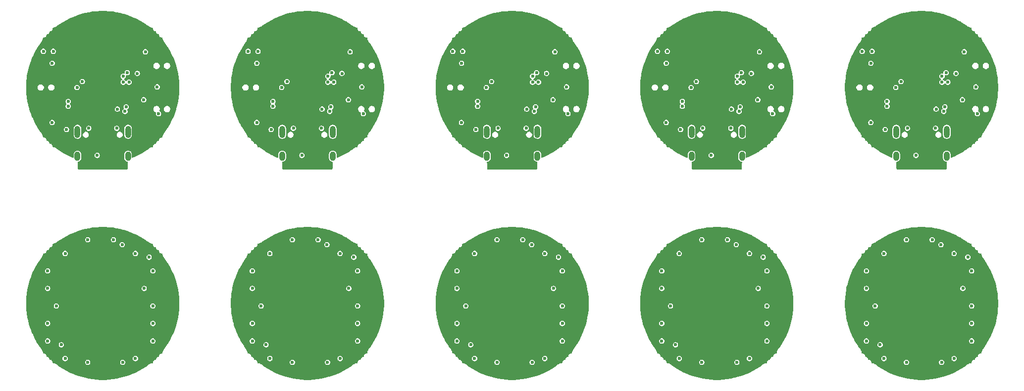
<source format=gbr>
%TF.GenerationSoftware,KiCad,Pcbnew,8.0.2-1*%
%TF.CreationDate,2025-04-11T08:57:20-07:00*%
%TF.ProjectId,Small_Pendant,536d616c-6c5f-4506-956e-64616e742e6b,rev?*%
%TF.SameCoordinates,Original*%
%TF.FileFunction,Copper,L2,Inr*%
%TF.FilePolarity,Positive*%
%FSLAX46Y46*%
G04 Gerber Fmt 4.6, Leading zero omitted, Abs format (unit mm)*
G04 Created by KiCad (PCBNEW 8.0.2-1) date 2025-04-11 08:57:20*
%MOMM*%
%LPD*%
G01*
G04 APERTURE LIST*
%TA.AperFunction,ComponentPad*%
%ADD10O,1.000000X2.100000*%
%TD*%
%TA.AperFunction,ComponentPad*%
%ADD11O,1.000000X1.600000*%
%TD*%
%TA.AperFunction,ViaPad*%
%ADD12C,0.600000*%
%TD*%
G04 APERTURE END LIST*
D10*
%TO.N,N/C*%
%TO.C,J1*%
X175680000Y-47590000D03*
X184320000Y-47590000D03*
D11*
X184320000Y-51770000D03*
X175680000Y-51770000D03*
%TD*%
D10*
%TO.N,N/C*%
%TO.C,J1*%
X140680000Y-47590000D03*
X149320000Y-47590000D03*
D11*
X149320000Y-51770000D03*
X140680000Y-51770000D03*
%TD*%
D10*
%TO.N,N/C*%
%TO.C,J1*%
X105680000Y-47590000D03*
X114320000Y-47590000D03*
D11*
X114320000Y-51770000D03*
X105680000Y-51770000D03*
%TD*%
D10*
%TO.N,N/C*%
%TO.C,J1*%
X70680000Y-47590000D03*
X79320000Y-47590000D03*
D11*
X79320000Y-51770000D03*
X70680000Y-51770000D03*
%TD*%
D10*
%TO.N,N/C*%
%TO.C,J1*%
X35680000Y-47590000D03*
X44320000Y-47590000D03*
D11*
X44320000Y-51770000D03*
X35680000Y-51770000D03*
%TD*%
D12*
%TO.N,*%
X177600000Y-46990000D03*
X171550000Y-33800000D03*
X187075000Y-74425000D03*
X185575000Y-86425000D03*
X187925000Y-69075000D03*
X188575000Y-80425000D03*
X172925000Y-84075000D03*
X170575000Y-83425000D03*
X170575000Y-74425000D03*
X170575000Y-80425000D03*
X185575000Y-68425000D03*
X188575000Y-71425000D03*
X181825000Y-66075000D03*
X173575000Y-68425000D03*
X177425000Y-87075000D03*
X188575000Y-83425000D03*
X188575000Y-77425000D03*
X177425000Y-66075000D03*
X173575000Y-86425000D03*
X170575000Y-71425000D03*
X172075000Y-77425000D03*
X183425000Y-87075000D03*
X176575000Y-87925000D03*
X172075000Y-69925000D03*
X190075000Y-78925000D03*
X169075000Y-78925000D03*
X187075000Y-81925000D03*
X170575000Y-72925000D03*
X186425000Y-85575000D03*
X171425000Y-82575000D03*
X186425000Y-70575000D03*
X171425000Y-70575000D03*
X181075000Y-66925000D03*
X186425000Y-67575000D03*
X170575000Y-81925000D03*
X188575000Y-75925000D03*
X176575000Y-66925000D03*
X188575000Y-72925000D03*
X172075000Y-84925000D03*
X169075000Y-75925000D03*
X182575000Y-87925000D03*
X174425000Y-85575000D03*
X174425000Y-67575000D03*
X173800000Y-47200000D03*
X182500000Y-43700000D03*
X183800000Y-44100000D03*
X184500000Y-39110000D03*
X183500000Y-38090000D03*
X169850000Y-33800000D03*
X187300000Y-33880000D03*
X184000000Y-43318199D03*
X175600000Y-40000000D03*
X185900000Y-37600000D03*
X179050000Y-51637500D03*
X189550000Y-44500000D03*
X176500000Y-38980000D03*
X183500000Y-39110000D03*
X184190000Y-37460000D03*
X171350000Y-35850000D03*
X187000000Y-42100000D03*
X174100000Y-42400000D03*
X174100000Y-43200000D03*
X184000000Y-36200000D03*
X179000000Y-40000000D03*
X176500000Y-37800000D03*
X190335000Y-38200000D03*
X176820000Y-51900000D03*
X176800000Y-46990000D03*
X171335000Y-37600000D03*
X180680000Y-42700000D03*
X174050000Y-44950000D03*
X168820000Y-43100000D03*
X186200000Y-46300000D03*
X177700000Y-41000000D03*
X187300000Y-32920000D03*
X180000000Y-40800000D03*
X181000000Y-40000000D03*
X190335000Y-41800000D03*
X174050000Y-35050000D03*
X180000000Y-49062500D03*
X176820000Y-49500000D03*
X183200000Y-46990000D03*
X185950000Y-35050000D03*
X180000000Y-39200000D03*
X181975000Y-40000000D03*
X183200000Y-44900000D03*
X183325000Y-66925000D03*
X182400000Y-46990000D03*
X189300000Y-39900000D03*
X171335000Y-46000000D03*
X142600000Y-46990000D03*
X136550000Y-33800000D03*
X152075000Y-74425000D03*
X150575000Y-86425000D03*
X152925000Y-69075000D03*
X153575000Y-80425000D03*
X137925000Y-84075000D03*
X135575000Y-83425000D03*
X135575000Y-74425000D03*
X135575000Y-80425000D03*
X150575000Y-68425000D03*
X153575000Y-71425000D03*
X146825000Y-66075000D03*
X138575000Y-68425000D03*
X142425000Y-87075000D03*
X153575000Y-83425000D03*
X153575000Y-77425000D03*
X142425000Y-66075000D03*
X138575000Y-86425000D03*
X135575000Y-71425000D03*
X137075000Y-77425000D03*
X148425000Y-87075000D03*
X141575000Y-87925000D03*
X137075000Y-69925000D03*
X155075000Y-78925000D03*
X134075000Y-78925000D03*
X152075000Y-81925000D03*
X135575000Y-72925000D03*
X151425000Y-85575000D03*
X136425000Y-82575000D03*
X151425000Y-70575000D03*
X136425000Y-70575000D03*
X146075000Y-66925000D03*
X151425000Y-67575000D03*
X135575000Y-81925000D03*
X153575000Y-75925000D03*
X141575000Y-66925000D03*
X153575000Y-72925000D03*
X137075000Y-84925000D03*
X134075000Y-75925000D03*
X147575000Y-87925000D03*
X139425000Y-85575000D03*
X139425000Y-67575000D03*
X138800000Y-47200000D03*
X147500000Y-43700000D03*
X148800000Y-44100000D03*
X149500000Y-39110000D03*
X148500000Y-38090000D03*
X134850000Y-33800000D03*
X152300000Y-33880000D03*
X149000000Y-43318199D03*
X140600000Y-40000000D03*
X150900000Y-37600000D03*
X144050000Y-51637500D03*
X154550000Y-44500000D03*
X141500000Y-38980000D03*
X148500000Y-39110000D03*
X149190000Y-37460000D03*
X136350000Y-35850000D03*
X152000000Y-42100000D03*
X139100000Y-42400000D03*
X139100000Y-43200000D03*
X149000000Y-36200000D03*
X144000000Y-40000000D03*
X141500000Y-37800000D03*
X155335000Y-38200000D03*
X141820000Y-51900000D03*
X141800000Y-46990000D03*
X136335000Y-37600000D03*
X145680000Y-42700000D03*
X139050000Y-44950000D03*
X133820000Y-43100000D03*
X151200000Y-46300000D03*
X142700000Y-41000000D03*
X152300000Y-32920000D03*
X145000000Y-40800000D03*
X146000000Y-40000000D03*
X155335000Y-41800000D03*
X139050000Y-35050000D03*
X145000000Y-49062500D03*
X141820000Y-49500000D03*
X148200000Y-46990000D03*
X150950000Y-35050000D03*
X145000000Y-39200000D03*
X146975000Y-40000000D03*
X148200000Y-44900000D03*
X148325000Y-66925000D03*
X147400000Y-46990000D03*
X154300000Y-39900000D03*
X136335000Y-46000000D03*
X107600000Y-46990000D03*
X101550000Y-33800000D03*
X117075000Y-74425000D03*
X115575000Y-86425000D03*
X117925000Y-69075000D03*
X118575000Y-80425000D03*
X102925000Y-84075000D03*
X100575000Y-83425000D03*
X100575000Y-74425000D03*
X100575000Y-80425000D03*
X115575000Y-68425000D03*
X118575000Y-71425000D03*
X111825000Y-66075000D03*
X103575000Y-68425000D03*
X107425000Y-87075000D03*
X118575000Y-83425000D03*
X118575000Y-77425000D03*
X107425000Y-66075000D03*
X103575000Y-86425000D03*
X100575000Y-71425000D03*
X102075000Y-77425000D03*
X113425000Y-87075000D03*
X106575000Y-87925000D03*
X102075000Y-69925000D03*
X120075000Y-78925000D03*
X99075000Y-78925000D03*
X117075000Y-81925000D03*
X100575000Y-72925000D03*
X116425000Y-85575000D03*
X101425000Y-82575000D03*
X116425000Y-70575000D03*
X101425000Y-70575000D03*
X111075000Y-66925000D03*
X116425000Y-67575000D03*
X100575000Y-81925000D03*
X118575000Y-75925000D03*
X106575000Y-66925000D03*
X118575000Y-72925000D03*
X102075000Y-84925000D03*
X99075000Y-75925000D03*
X112575000Y-87925000D03*
X104425000Y-85575000D03*
X104425000Y-67575000D03*
X103800000Y-47200000D03*
X112500000Y-43700000D03*
X113800000Y-44100000D03*
X114500000Y-39110000D03*
X113500000Y-38090000D03*
X99850000Y-33800000D03*
X117300000Y-33880000D03*
X114000000Y-43318199D03*
X105600000Y-40000000D03*
X115900000Y-37600000D03*
X109050000Y-51637500D03*
X119550000Y-44500000D03*
X106500000Y-38980000D03*
X113500000Y-39110000D03*
X114190000Y-37460000D03*
X101350000Y-35850000D03*
X117000000Y-42100000D03*
X104100000Y-42400000D03*
X104100000Y-43200000D03*
X114000000Y-36200000D03*
X109000000Y-40000000D03*
X106500000Y-37800000D03*
X120335000Y-38200000D03*
X106820000Y-51900000D03*
X106800000Y-46990000D03*
X101335000Y-37600000D03*
X110680000Y-42700000D03*
X104050000Y-44950000D03*
X98820000Y-43100000D03*
X116200000Y-46300000D03*
X107700000Y-41000000D03*
X117300000Y-32920000D03*
X110000000Y-40800000D03*
X111000000Y-40000000D03*
X120335000Y-41800000D03*
X104050000Y-35050000D03*
X110000000Y-49062500D03*
X106820000Y-49500000D03*
X113200000Y-46990000D03*
X115950000Y-35050000D03*
X110000000Y-39200000D03*
X111975000Y-40000000D03*
X113200000Y-44900000D03*
X113325000Y-66925000D03*
X112400000Y-46990000D03*
X119300000Y-39900000D03*
X101335000Y-46000000D03*
X72600000Y-46990000D03*
X66550000Y-33800000D03*
X82075000Y-74425000D03*
X80575000Y-86425000D03*
X82925000Y-69075000D03*
X83575000Y-80425000D03*
X67925000Y-84075000D03*
X65575000Y-83425000D03*
X65575000Y-74425000D03*
X65575000Y-80425000D03*
X80575000Y-68425000D03*
X83575000Y-71425000D03*
X76825000Y-66075000D03*
X68575000Y-68425000D03*
X72425000Y-87075000D03*
X83575000Y-83425000D03*
X83575000Y-77425000D03*
X72425000Y-66075000D03*
X68575000Y-86425000D03*
X65575000Y-71425000D03*
X67075000Y-77425000D03*
X78425000Y-87075000D03*
X71575000Y-87925000D03*
X67075000Y-69925000D03*
X85075000Y-78925000D03*
X64075000Y-78925000D03*
X82075000Y-81925000D03*
X65575000Y-72925000D03*
X81425000Y-85575000D03*
X66425000Y-82575000D03*
X81425000Y-70575000D03*
X66425000Y-70575000D03*
X76075000Y-66925000D03*
X81425000Y-67575000D03*
X65575000Y-81925000D03*
X83575000Y-75925000D03*
X71575000Y-66925000D03*
X83575000Y-72925000D03*
X67075000Y-84925000D03*
X64075000Y-75925000D03*
X77575000Y-87925000D03*
X69425000Y-85575000D03*
X69425000Y-67575000D03*
X68800000Y-47200000D03*
X77500000Y-43700000D03*
X78800000Y-44100000D03*
X79500000Y-39110000D03*
X78500000Y-38090000D03*
X64850000Y-33800000D03*
X82300000Y-33880000D03*
X79000000Y-43318199D03*
X70600000Y-40000000D03*
X80900000Y-37600000D03*
X74050000Y-51637500D03*
X84550000Y-44500000D03*
X71500000Y-38980000D03*
X78500000Y-39110000D03*
X79190000Y-37460000D03*
X66350000Y-35850000D03*
X82000000Y-42100000D03*
X69100000Y-42400000D03*
X69100000Y-43200000D03*
X79000000Y-36200000D03*
X74000000Y-40000000D03*
X71500000Y-37800000D03*
X85335000Y-38200000D03*
X71820000Y-51900000D03*
X71800000Y-46990000D03*
X66335000Y-37600000D03*
X75680000Y-42700000D03*
X69050000Y-44950000D03*
X63820000Y-43100000D03*
X81200000Y-46300000D03*
X72700000Y-41000000D03*
X82300000Y-32920000D03*
X75000000Y-40800000D03*
X76000000Y-40000000D03*
X85335000Y-41800000D03*
X69050000Y-35050000D03*
X75000000Y-49062500D03*
X71820000Y-49500000D03*
X78200000Y-46990000D03*
X80950000Y-35050000D03*
X75000000Y-39200000D03*
X76975000Y-40000000D03*
X78200000Y-44900000D03*
X78325000Y-66925000D03*
X77400000Y-46990000D03*
X84300000Y-39900000D03*
X66335000Y-46000000D03*
X31550000Y-33800000D03*
X47075000Y-74425000D03*
X45575000Y-86425000D03*
X47925000Y-69075000D03*
X48575000Y-80425000D03*
X32925000Y-84075000D03*
X30575000Y-83425000D03*
X30575000Y-74425000D03*
X30575000Y-80425000D03*
X45575000Y-68425000D03*
X48575000Y-71425000D03*
X41825000Y-66075000D03*
X33575000Y-68425000D03*
X37425000Y-87075000D03*
X48575000Y-83425000D03*
X48575000Y-77425000D03*
X37425000Y-66075000D03*
X33575000Y-86425000D03*
X30575000Y-71425000D03*
X32075000Y-77425000D03*
X43425000Y-87075000D03*
X36575000Y-87925000D03*
X32075000Y-69925000D03*
X50075000Y-78925000D03*
X29075000Y-78925000D03*
X47075000Y-81925000D03*
X30575000Y-72925000D03*
X46425000Y-85575000D03*
X31425000Y-82575000D03*
X46425000Y-70575000D03*
X31425000Y-70575000D03*
X41075000Y-66925000D03*
X46425000Y-67575000D03*
X30575000Y-81925000D03*
X48575000Y-75925000D03*
X36575000Y-66925000D03*
X48575000Y-72925000D03*
X32075000Y-84925000D03*
X29075000Y-75925000D03*
X42575000Y-87925000D03*
X34425000Y-85575000D03*
X34425000Y-67575000D03*
X33800000Y-47200000D03*
X42500000Y-43700000D03*
X43800000Y-44100000D03*
X44500000Y-39110000D03*
X43500000Y-38090000D03*
X29850000Y-33800000D03*
X47300000Y-33880000D03*
X44000000Y-43318199D03*
X35600000Y-40000000D03*
X45900000Y-37600000D03*
X39050000Y-51637500D03*
X49550000Y-44500000D03*
X36500000Y-38980000D03*
X43500000Y-39110000D03*
X44190000Y-37460000D03*
X31350000Y-35850000D03*
X47000000Y-42100000D03*
X34100000Y-42400000D03*
X34100000Y-43200000D03*
X44000000Y-36200000D03*
X39000000Y-40000000D03*
X36500000Y-37800000D03*
X50335000Y-38200000D03*
X36820000Y-51900000D03*
X36800000Y-46990000D03*
X31335000Y-37600000D03*
X40680000Y-42700000D03*
X34050000Y-44950000D03*
X28820000Y-43100000D03*
X46200000Y-46300000D03*
X37700000Y-41000000D03*
X47300000Y-32920000D03*
X40000000Y-40800000D03*
X41000000Y-40000000D03*
X50335000Y-41800000D03*
X34050000Y-35050000D03*
X40000000Y-49062500D03*
X36820000Y-49500000D03*
X43200000Y-46990000D03*
X45950000Y-35050000D03*
X40000000Y-39200000D03*
X41975000Y-40000000D03*
X43200000Y-44900000D03*
X43325000Y-66925000D03*
X42400000Y-46990000D03*
X49300000Y-39900000D03*
X31335000Y-46000000D03*
X37600000Y-46990000D03*
%TD*%
%TA.AperFunction,NonConductor*%
G36*
X40343685Y-26901481D02*
G01*
X41017309Y-26936523D01*
X41023693Y-26937022D01*
X41694604Y-27007015D01*
X41700934Y-27007842D01*
X42367316Y-27112597D01*
X42373597Y-27113752D01*
X43033623Y-27252983D01*
X43039866Y-27254470D01*
X43495292Y-27375561D01*
X43691728Y-27427790D01*
X43697909Y-27429606D01*
X44339892Y-27636559D01*
X44345952Y-27638688D01*
X44976318Y-27878714D01*
X44982238Y-27881146D01*
X45569661Y-28140515D01*
X45599323Y-28153612D01*
X45605150Y-28156368D01*
X46009408Y-28360586D01*
X46207172Y-28460489D01*
X46212844Y-28463541D01*
X46754689Y-28773597D01*
X46798276Y-28798538D01*
X46803779Y-28801879D01*
X47365349Y-29163191D01*
X47371040Y-29166852D01*
X47376360Y-29170474D01*
X47578487Y-29315904D01*
X47889268Y-29539511D01*
X47903999Y-29551957D01*
X47904088Y-29552045D01*
X47904089Y-29552045D01*
X47904090Y-29552047D01*
X47914648Y-29559011D01*
X47928345Y-29568046D01*
X47935075Y-29572815D01*
X47958246Y-29590417D01*
X47966029Y-29594208D01*
X47980092Y-29602233D01*
X48023850Y-29631148D01*
X48213940Y-29713811D01*
X48213948Y-29713812D01*
X48213951Y-29713814D01*
X48360524Y-29749262D01*
X48415418Y-29762538D01*
X48463529Y-29765640D01*
X48529163Y-29789597D01*
X48571426Y-29845235D01*
X48579551Y-29889383D01*
X48579551Y-29977281D01*
X48609570Y-30089317D01*
X48638566Y-30139539D01*
X48667563Y-30189762D01*
X48749578Y-30271777D01*
X48850024Y-30329770D01*
X48962058Y-30359789D01*
X48962060Y-30359789D01*
X49003558Y-30359789D01*
X49070597Y-30379474D01*
X49116352Y-30432278D01*
X49127558Y-30483789D01*
X49127558Y-30489935D01*
X49137884Y-30528473D01*
X49157577Y-30601970D01*
X49179749Y-30640372D01*
X49215570Y-30702415D01*
X49297585Y-30784430D01*
X49398031Y-30842423D01*
X49510065Y-30872442D01*
X49510067Y-30872442D01*
X49516211Y-30872442D01*
X49583250Y-30892127D01*
X49629005Y-30944931D01*
X49640211Y-30996442D01*
X49640211Y-31037941D01*
X49670230Y-31149977D01*
X49699226Y-31200199D01*
X49728223Y-31250422D01*
X49810238Y-31332437D01*
X49910684Y-31390430D01*
X50022718Y-31420449D01*
X50022720Y-31420449D01*
X50110620Y-31420449D01*
X50177659Y-31440134D01*
X50223414Y-31492938D01*
X50234363Y-31536469D01*
X50237465Y-31584576D01*
X50237467Y-31584587D01*
X50286192Y-31786055D01*
X50286194Y-31786062D01*
X50368856Y-31976147D01*
X50368856Y-31976148D01*
X50384530Y-31999868D01*
X50397751Y-32019877D01*
X50405768Y-32033924D01*
X50409581Y-32041750D01*
X50427187Y-32064927D01*
X50431954Y-32071656D01*
X50447952Y-32095909D01*
X50448036Y-32095994D01*
X50460487Y-32110730D01*
X50829520Y-32623632D01*
X50833147Y-32628959D01*
X51198117Y-33196215D01*
X51201461Y-33201723D01*
X51536456Y-33787152D01*
X51539510Y-33792827D01*
X51843631Y-34394851D01*
X51846387Y-34400676D01*
X52118845Y-35017741D01*
X52121293Y-35023702D01*
X52361307Y-35654037D01*
X52363443Y-35660117D01*
X52570392Y-36302089D01*
X52572209Y-36308271D01*
X52745525Y-36960120D01*
X52747019Y-36966389D01*
X52886241Y-37626374D01*
X52887407Y-37632712D01*
X52992152Y-38299033D01*
X52992987Y-38305423D01*
X53062975Y-38976288D01*
X53063477Y-38982712D01*
X53098519Y-39656314D01*
X53098686Y-39662756D01*
X53098686Y-40337243D01*
X53098519Y-40343685D01*
X53063477Y-41017287D01*
X53062975Y-41023711D01*
X52992987Y-41694576D01*
X52992152Y-41700966D01*
X52887407Y-42367287D01*
X52886241Y-42373625D01*
X52747019Y-43033610D01*
X52745525Y-43039879D01*
X52572209Y-43691728D01*
X52570392Y-43697910D01*
X52363443Y-44339882D01*
X52361307Y-44345962D01*
X52121293Y-44976297D01*
X52118845Y-44982258D01*
X51846387Y-45599323D01*
X51843631Y-45605148D01*
X51539510Y-46207172D01*
X51536456Y-46212847D01*
X51201461Y-46798276D01*
X51198117Y-46803784D01*
X50833147Y-47371040D01*
X50829520Y-47376367D01*
X50460483Y-47889274D01*
X50448042Y-47903999D01*
X50447954Y-47904087D01*
X50431952Y-47928346D01*
X50427187Y-47935072D01*
X50409580Y-47958250D01*
X50405783Y-47966044D01*
X50397765Y-47980092D01*
X50368856Y-48023842D01*
X50368852Y-48023849D01*
X50286190Y-48213937D01*
X50286185Y-48213951D01*
X50237463Y-48415411D01*
X50237461Y-48415423D01*
X50234359Y-48463531D01*
X50210401Y-48529165D01*
X50154762Y-48571427D01*
X50110616Y-48579551D01*
X50022718Y-48579551D01*
X49910682Y-48609570D01*
X49810238Y-48667563D01*
X49810235Y-48667565D01*
X49728225Y-48749575D01*
X49728223Y-48749578D01*
X49670230Y-48850022D01*
X49640211Y-48962058D01*
X49640211Y-49003558D01*
X49620526Y-49070597D01*
X49567722Y-49116352D01*
X49516211Y-49127558D01*
X49510065Y-49127558D01*
X49398029Y-49157577D01*
X49297585Y-49215570D01*
X49297582Y-49215572D01*
X49215572Y-49297582D01*
X49215570Y-49297585D01*
X49157577Y-49398029D01*
X49127558Y-49510065D01*
X49127558Y-49516211D01*
X49107873Y-49583250D01*
X49055069Y-49629005D01*
X49003558Y-49640211D01*
X48962058Y-49640211D01*
X48850022Y-49670230D01*
X48749578Y-49728223D01*
X48749575Y-49728225D01*
X48667565Y-49810235D01*
X48667563Y-49810238D01*
X48609570Y-49910682D01*
X48579551Y-50022718D01*
X48579551Y-50110620D01*
X48559866Y-50177659D01*
X48507062Y-50223414D01*
X48463531Y-50234363D01*
X48415423Y-50237465D01*
X48415412Y-50237467D01*
X48213944Y-50286192D01*
X48213937Y-50286194D01*
X48023851Y-50368856D01*
X48023850Y-50368857D01*
X47938759Y-50425083D01*
X47938678Y-50425136D01*
X47904091Y-50447950D01*
X47895406Y-50456534D01*
X47894625Y-50455744D01*
X47878796Y-50472108D01*
X47478831Y-50762738D01*
X47474493Y-50765751D01*
X47013687Y-51071479D01*
X47009224Y-51074304D01*
X46535864Y-51360103D01*
X46531285Y-51362737D01*
X46046122Y-51628150D01*
X46041435Y-51630585D01*
X45545456Y-51875073D01*
X45540670Y-51877307D01*
X45144539Y-52052021D01*
X45075257Y-52061064D01*
X45012085Y-52031214D01*
X44975078Y-51971950D01*
X44970500Y-51938566D01*
X44970500Y-51405928D01*
X44945502Y-51280261D01*
X44945501Y-51280260D01*
X44945501Y-51280256D01*
X44896465Y-51161873D01*
X44896464Y-51161872D01*
X44896461Y-51161866D01*
X44825276Y-51055331D01*
X44825273Y-51055327D01*
X44734672Y-50964726D01*
X44734668Y-50964723D01*
X44628133Y-50893538D01*
X44628124Y-50893533D01*
X44509744Y-50844499D01*
X44509738Y-50844497D01*
X44384071Y-50819500D01*
X44384069Y-50819500D01*
X44255931Y-50819500D01*
X44255929Y-50819500D01*
X44130261Y-50844497D01*
X44130255Y-50844499D01*
X44011875Y-50893533D01*
X44011866Y-50893538D01*
X43905331Y-50964723D01*
X43905327Y-50964726D01*
X43814726Y-51055327D01*
X43814723Y-51055331D01*
X43743538Y-51161866D01*
X43743533Y-51161875D01*
X43694499Y-51280255D01*
X43694497Y-51280261D01*
X43669500Y-51405928D01*
X43669500Y-51405931D01*
X43669500Y-52134069D01*
X43669500Y-52134071D01*
X43669499Y-52134071D01*
X43694497Y-52259738D01*
X43694499Y-52259744D01*
X43743533Y-52378124D01*
X43743538Y-52378133D01*
X43814723Y-52484668D01*
X43814726Y-52484672D01*
X43905327Y-52575273D01*
X43905331Y-52575276D01*
X44011866Y-52646461D01*
X44011872Y-52646464D01*
X44011873Y-52646465D01*
X44130256Y-52695501D01*
X44130260Y-52695501D01*
X44130261Y-52695502D01*
X44220498Y-52713452D01*
X44282409Y-52745837D01*
X44316983Y-52806553D01*
X44315584Y-52868964D01*
X44299606Y-52925189D01*
X44299605Y-52925193D01*
X44299599Y-52928659D01*
X44299500Y-52929664D01*
X44299500Y-52980968D01*
X44299495Y-53033817D01*
X44299500Y-53033864D01*
X44299500Y-53790242D01*
X44297973Y-53809641D01*
X44287913Y-53873154D01*
X44275925Y-53910049D01*
X44251217Y-53958542D01*
X44228413Y-53989929D01*
X44189929Y-54028413D01*
X44158542Y-54051217D01*
X44110049Y-54075925D01*
X44073154Y-54087913D01*
X44035734Y-54093840D01*
X44009639Y-54097973D01*
X43990243Y-54099500D01*
X36009757Y-54099500D01*
X35990360Y-54097973D01*
X35949549Y-54091509D01*
X35926845Y-54087913D01*
X35889950Y-54075925D01*
X35841457Y-54051217D01*
X35810070Y-54028413D01*
X35771586Y-53989929D01*
X35748782Y-53958542D01*
X35724073Y-53910046D01*
X35712086Y-53873152D01*
X35711427Y-53868993D01*
X35702027Y-53809639D01*
X35700500Y-53790242D01*
X35700500Y-53033864D01*
X35700504Y-53033818D01*
X35700504Y-53032343D01*
X35700615Y-53031963D01*
X35700500Y-52970865D01*
X35700500Y-52929379D01*
X35700420Y-52928583D01*
X35700414Y-52925187D01*
X35684435Y-52868959D01*
X35685044Y-52799095D01*
X35723329Y-52740648D01*
X35779521Y-52713448D01*
X35784615Y-52712434D01*
X35869744Y-52695501D01*
X35988127Y-52646465D01*
X36094669Y-52575276D01*
X36185276Y-52484669D01*
X36256465Y-52378127D01*
X36305501Y-52259744D01*
X36315169Y-52211140D01*
X36330500Y-52134071D01*
X36330500Y-51637500D01*
X38594867Y-51637500D01*
X38613302Y-51765725D01*
X38663241Y-51875073D01*
X38667118Y-51883563D01*
X38751951Y-51981467D01*
X38860931Y-52051504D01*
X38894308Y-52061304D01*
X38985225Y-52087999D01*
X38985227Y-52088000D01*
X38985228Y-52088000D01*
X39114773Y-52088000D01*
X39114773Y-52087999D01*
X39239069Y-52051504D01*
X39348049Y-51981467D01*
X39432882Y-51883563D01*
X39486697Y-51765726D01*
X39505133Y-51637500D01*
X39486697Y-51509274D01*
X39432882Y-51391437D01*
X39348049Y-51293533D01*
X39239069Y-51223496D01*
X39239065Y-51223494D01*
X39239064Y-51223494D01*
X39114774Y-51187000D01*
X39114772Y-51187000D01*
X38985228Y-51187000D01*
X38985226Y-51187000D01*
X38860935Y-51223494D01*
X38860932Y-51223495D01*
X38860931Y-51223496D01*
X38809677Y-51256434D01*
X38751950Y-51293533D01*
X38667118Y-51391437D01*
X38667117Y-51391438D01*
X38613302Y-51509274D01*
X38594867Y-51637500D01*
X36330500Y-51637500D01*
X36330500Y-51405928D01*
X36305502Y-51280261D01*
X36305501Y-51280260D01*
X36305501Y-51280256D01*
X36256465Y-51161873D01*
X36256464Y-51161872D01*
X36256461Y-51161866D01*
X36185276Y-51055331D01*
X36185273Y-51055327D01*
X36094672Y-50964726D01*
X36094668Y-50964723D01*
X35988133Y-50893538D01*
X35988124Y-50893533D01*
X35869744Y-50844499D01*
X35869738Y-50844497D01*
X35744071Y-50819500D01*
X35744069Y-50819500D01*
X35615931Y-50819500D01*
X35615929Y-50819500D01*
X35490261Y-50844497D01*
X35490255Y-50844499D01*
X35371875Y-50893533D01*
X35371866Y-50893538D01*
X35265331Y-50964723D01*
X35265327Y-50964726D01*
X35174726Y-51055327D01*
X35174723Y-51055331D01*
X35103538Y-51161866D01*
X35103533Y-51161875D01*
X35054499Y-51280255D01*
X35054497Y-51280261D01*
X35029500Y-51405928D01*
X35029500Y-51938566D01*
X35009815Y-52005605D01*
X34957011Y-52051360D01*
X34887853Y-52061304D01*
X34855461Y-52052021D01*
X34798608Y-52026946D01*
X34459320Y-51877303D01*
X34454568Y-51875086D01*
X33958550Y-51630578D01*
X33953877Y-51628150D01*
X33468714Y-51362737D01*
X33464135Y-51360103D01*
X32990775Y-51074304D01*
X32986312Y-51071479D01*
X32525506Y-50765751D01*
X32521168Y-50762738D01*
X32454624Y-50714385D01*
X32338862Y-50630268D01*
X32121205Y-50472110D01*
X32105380Y-50455746D01*
X32104598Y-50456538D01*
X32095910Y-50447953D01*
X32065854Y-50428127D01*
X32065771Y-50428072D01*
X31976153Y-50368854D01*
X31976150Y-50368852D01*
X31786062Y-50286190D01*
X31786063Y-50286190D01*
X31786060Y-50286189D01*
X31786057Y-50286188D01*
X31786048Y-50286185D01*
X31584588Y-50237463D01*
X31584576Y-50237461D01*
X31536469Y-50234359D01*
X31470835Y-50210401D01*
X31428573Y-50154762D01*
X31420449Y-50110616D01*
X31420449Y-50022720D01*
X31420449Y-50022718D01*
X31390430Y-49910684D01*
X31332437Y-49810238D01*
X31250422Y-49728223D01*
X31200199Y-49699226D01*
X31149977Y-49670230D01*
X31093959Y-49655220D01*
X31037942Y-49640211D01*
X30996442Y-49640211D01*
X30929403Y-49620526D01*
X30883648Y-49567722D01*
X30872442Y-49516211D01*
X30872442Y-49510067D01*
X30872442Y-49510065D01*
X30842423Y-49398031D01*
X30784430Y-49297585D01*
X30702415Y-49215570D01*
X30652192Y-49186573D01*
X30601970Y-49157577D01*
X30519482Y-49135475D01*
X30489935Y-49127558D01*
X30483789Y-49127558D01*
X30416750Y-49107873D01*
X30370995Y-49055069D01*
X30359789Y-49003558D01*
X30359789Y-48962060D01*
X30359789Y-48962058D01*
X30329770Y-48850024D01*
X30271777Y-48749578D01*
X30189762Y-48667563D01*
X30129809Y-48632949D01*
X30089317Y-48609570D01*
X30033299Y-48594560D01*
X29977282Y-48579551D01*
X29889379Y-48579551D01*
X29822340Y-48559866D01*
X29776585Y-48507062D01*
X29765636Y-48463529D01*
X29762534Y-48415420D01*
X29762533Y-48415414D01*
X29741812Y-48329738D01*
X29713807Y-48213942D01*
X29709514Y-48204071D01*
X35029499Y-48204071D01*
X35054497Y-48329738D01*
X35054499Y-48329744D01*
X35103533Y-48448124D01*
X35103538Y-48448133D01*
X35174723Y-48554668D01*
X35174726Y-48554672D01*
X35265327Y-48645273D01*
X35265331Y-48645276D01*
X35371866Y-48716461D01*
X35371872Y-48716464D01*
X35371873Y-48716465D01*
X35490256Y-48765501D01*
X35490260Y-48765501D01*
X35490261Y-48765502D01*
X35615928Y-48790500D01*
X35615931Y-48790500D01*
X35744071Y-48790500D01*
X35828615Y-48773682D01*
X35869744Y-48765501D01*
X35988127Y-48716465D01*
X36094669Y-48645276D01*
X36185276Y-48554669D01*
X36256465Y-48448127D01*
X36305501Y-48329744D01*
X36313682Y-48288615D01*
X36330500Y-48204071D01*
X36330500Y-48022133D01*
X36594500Y-48022133D01*
X36594500Y-48157867D01*
X36609525Y-48213940D01*
X36629632Y-48288978D01*
X36697495Y-48406520D01*
X36697497Y-48406522D01*
X36697498Y-48406524D01*
X36793476Y-48502502D01*
X36793477Y-48502503D01*
X36793479Y-48502504D01*
X36911021Y-48570367D01*
X36911022Y-48570367D01*
X36911025Y-48570369D01*
X37042133Y-48605500D01*
X37042135Y-48605500D01*
X37177865Y-48605500D01*
X37177867Y-48605500D01*
X37308975Y-48570369D01*
X37426524Y-48502502D01*
X37522502Y-48406524D01*
X37590369Y-48288975D01*
X37625500Y-48157867D01*
X37625500Y-48022133D01*
X42374500Y-48022133D01*
X42374500Y-48157867D01*
X42389525Y-48213940D01*
X42409632Y-48288978D01*
X42477495Y-48406520D01*
X42477497Y-48406522D01*
X42477498Y-48406524D01*
X42573476Y-48502502D01*
X42573477Y-48502503D01*
X42573479Y-48502504D01*
X42691021Y-48570367D01*
X42691022Y-48570367D01*
X42691025Y-48570369D01*
X42822133Y-48605500D01*
X42822135Y-48605500D01*
X42957865Y-48605500D01*
X42957867Y-48605500D01*
X43088975Y-48570369D01*
X43206524Y-48502502D01*
X43302502Y-48406524D01*
X43370369Y-48288975D01*
X43393119Y-48204071D01*
X43669499Y-48204071D01*
X43694497Y-48329738D01*
X43694499Y-48329744D01*
X43743533Y-48448124D01*
X43743538Y-48448133D01*
X43814723Y-48554668D01*
X43814726Y-48554672D01*
X43905327Y-48645273D01*
X43905331Y-48645276D01*
X44011866Y-48716461D01*
X44011872Y-48716464D01*
X44011873Y-48716465D01*
X44130256Y-48765501D01*
X44130260Y-48765501D01*
X44130261Y-48765502D01*
X44255928Y-48790500D01*
X44255931Y-48790500D01*
X44384071Y-48790500D01*
X44468615Y-48773682D01*
X44509744Y-48765501D01*
X44628127Y-48716465D01*
X44734669Y-48645276D01*
X44825276Y-48554669D01*
X44896465Y-48448127D01*
X44945501Y-48329744D01*
X44953682Y-48288615D01*
X44970500Y-48204071D01*
X44970500Y-46975928D01*
X44945502Y-46850261D01*
X44945501Y-46850260D01*
X44945501Y-46850256D01*
X44896465Y-46731873D01*
X44896464Y-46731872D01*
X44896461Y-46731866D01*
X44825276Y-46625331D01*
X44825273Y-46625327D01*
X44734672Y-46534726D01*
X44734668Y-46534723D01*
X44628133Y-46463538D01*
X44628124Y-46463533D01*
X44509744Y-46414499D01*
X44509738Y-46414497D01*
X44384071Y-46389500D01*
X44384069Y-46389500D01*
X44255931Y-46389500D01*
X44255929Y-46389500D01*
X44130261Y-46414497D01*
X44130255Y-46414499D01*
X44011875Y-46463533D01*
X44011866Y-46463538D01*
X43905331Y-46534723D01*
X43905327Y-46534726D01*
X43814726Y-46625327D01*
X43814723Y-46625331D01*
X43743538Y-46731866D01*
X43743533Y-46731875D01*
X43694499Y-46850255D01*
X43694497Y-46850261D01*
X43669500Y-46975928D01*
X43669500Y-46975931D01*
X43669500Y-48204069D01*
X43669500Y-48204071D01*
X43669499Y-48204071D01*
X43393119Y-48204071D01*
X43405500Y-48157867D01*
X43405500Y-48022133D01*
X43370369Y-47891025D01*
X43302502Y-47773476D01*
X43206524Y-47677498D01*
X43206521Y-47677496D01*
X43206520Y-47677495D01*
X43088978Y-47609632D01*
X43088979Y-47609632D01*
X43073484Y-47605480D01*
X42957867Y-47574500D01*
X42822133Y-47574500D01*
X42822132Y-47574500D01*
X42735455Y-47597725D01*
X42671118Y-47596193D01*
X42628172Y-47645756D01*
X42623134Y-47648827D01*
X42573479Y-47677496D01*
X42573473Y-47677500D01*
X42477500Y-47773473D01*
X42477495Y-47773479D01*
X42409632Y-47891021D01*
X42409631Y-47891025D01*
X42374500Y-48022133D01*
X37625500Y-48022133D01*
X37590369Y-47891025D01*
X37522502Y-47773476D01*
X37426524Y-47677498D01*
X37376865Y-47648827D01*
X37328651Y-47598260D01*
X37328401Y-47596964D01*
X37264544Y-47597725D01*
X37177867Y-47574500D01*
X37042133Y-47574500D01*
X36926515Y-47605480D01*
X36911021Y-47609632D01*
X36793479Y-47677495D01*
X36793473Y-47677500D01*
X36697500Y-47773473D01*
X36697495Y-47773479D01*
X36629632Y-47891021D01*
X36629631Y-47891025D01*
X36594500Y-48022133D01*
X36330500Y-48022133D01*
X36330500Y-46990000D01*
X37144867Y-46990000D01*
X37163302Y-47118225D01*
X37217117Y-47236061D01*
X37217118Y-47236063D01*
X37301951Y-47333967D01*
X37363675Y-47373635D01*
X37407179Y-47423838D01*
X37468102Y-47420937D01*
X37473802Y-47422464D01*
X37535227Y-47440500D01*
X37535228Y-47440500D01*
X37664773Y-47440500D01*
X37664773Y-47440499D01*
X37789069Y-47404004D01*
X37898049Y-47333967D01*
X37982882Y-47236063D01*
X38036697Y-47118226D01*
X38055133Y-46990000D01*
X41944867Y-46990000D01*
X41963302Y-47118225D01*
X42017117Y-47236061D01*
X42017118Y-47236063D01*
X42101951Y-47333967D01*
X42210931Y-47404004D01*
X42335225Y-47440499D01*
X42335227Y-47440500D01*
X42335228Y-47440500D01*
X42464771Y-47440500D01*
X42464772Y-47440500D01*
X42526198Y-47422464D01*
X42592983Y-47422464D01*
X42636319Y-47373637D01*
X42698049Y-47333967D01*
X42782882Y-47236063D01*
X42836697Y-47118226D01*
X42855133Y-46990000D01*
X42836697Y-46861774D01*
X42782882Y-46743937D01*
X42698049Y-46646033D01*
X42589069Y-46575996D01*
X42589065Y-46575994D01*
X42589064Y-46575994D01*
X42464774Y-46539500D01*
X42464772Y-46539500D01*
X42335228Y-46539500D01*
X42335226Y-46539500D01*
X42210935Y-46575994D01*
X42210932Y-46575995D01*
X42210931Y-46575996D01*
X42174462Y-46599433D01*
X42101950Y-46646033D01*
X42017118Y-46743937D01*
X42017117Y-46743938D01*
X41963302Y-46861774D01*
X41944867Y-46990000D01*
X38055133Y-46990000D01*
X38036697Y-46861774D01*
X37982882Y-46743937D01*
X37898049Y-46646033D01*
X37789069Y-46575996D01*
X37789065Y-46575994D01*
X37789064Y-46575994D01*
X37664774Y-46539500D01*
X37664772Y-46539500D01*
X37535228Y-46539500D01*
X37535226Y-46539500D01*
X37410935Y-46575994D01*
X37410932Y-46575995D01*
X37410931Y-46575996D01*
X37374462Y-46599433D01*
X37301950Y-46646033D01*
X37217118Y-46743937D01*
X37217117Y-46743938D01*
X37163302Y-46861774D01*
X37144867Y-46990000D01*
X36330500Y-46990000D01*
X36330500Y-46975928D01*
X36305502Y-46850261D01*
X36305501Y-46850260D01*
X36305501Y-46850256D01*
X36256465Y-46731873D01*
X36256464Y-46731872D01*
X36256461Y-46731866D01*
X36185276Y-46625331D01*
X36185273Y-46625327D01*
X36094672Y-46534726D01*
X36094668Y-46534723D01*
X35988133Y-46463538D01*
X35988124Y-46463533D01*
X35869744Y-46414499D01*
X35869738Y-46414497D01*
X35744071Y-46389500D01*
X35744069Y-46389500D01*
X35615931Y-46389500D01*
X35615929Y-46389500D01*
X35490261Y-46414497D01*
X35490255Y-46414499D01*
X35371875Y-46463533D01*
X35371866Y-46463538D01*
X35265331Y-46534723D01*
X35265327Y-46534726D01*
X35174726Y-46625327D01*
X35174723Y-46625331D01*
X35103538Y-46731866D01*
X35103533Y-46731875D01*
X35054499Y-46850255D01*
X35054497Y-46850261D01*
X35029500Y-46975928D01*
X35029500Y-46975931D01*
X35029500Y-48204069D01*
X35029500Y-48204071D01*
X35029499Y-48204071D01*
X29709514Y-48204071D01*
X29631145Y-48023855D01*
X29631144Y-48023852D01*
X29602242Y-47980114D01*
X29594227Y-47966069D01*
X29590417Y-47958249D01*
X29590417Y-47958247D01*
X29572815Y-47935076D01*
X29568049Y-47928350D01*
X29552047Y-47904090D01*
X29552045Y-47904089D01*
X29552045Y-47904088D01*
X29551957Y-47903999D01*
X29539511Y-47889268D01*
X29216622Y-47440499D01*
X29170474Y-47376360D01*
X29166852Y-47371040D01*
X29142999Y-47333967D01*
X29056805Y-47200000D01*
X33344867Y-47200000D01*
X33363302Y-47328225D01*
X33406968Y-47423838D01*
X33417118Y-47446063D01*
X33501951Y-47543967D01*
X33610931Y-47614004D01*
X33729534Y-47648828D01*
X33735225Y-47650499D01*
X33735227Y-47650500D01*
X33735228Y-47650500D01*
X33864773Y-47650500D01*
X33864773Y-47650499D01*
X33989069Y-47614004D01*
X34098049Y-47543967D01*
X34182882Y-47446063D01*
X34236697Y-47328226D01*
X34255133Y-47200000D01*
X34236697Y-47071774D01*
X34182882Y-46953937D01*
X34098049Y-46856033D01*
X33989069Y-46785996D01*
X33989065Y-46785994D01*
X33989064Y-46785994D01*
X33864774Y-46749500D01*
X33864772Y-46749500D01*
X33735228Y-46749500D01*
X33735226Y-46749500D01*
X33610935Y-46785994D01*
X33610932Y-46785995D01*
X33610931Y-46785996D01*
X33559677Y-46818934D01*
X33501950Y-46856033D01*
X33417118Y-46953937D01*
X33417117Y-46953938D01*
X33363302Y-47071774D01*
X33344867Y-47200000D01*
X29056805Y-47200000D01*
X28801879Y-46803779D01*
X28798538Y-46798276D01*
X28770627Y-46749500D01*
X28463541Y-46212844D01*
X28460489Y-46207172D01*
X28355833Y-46000000D01*
X30879867Y-46000000D01*
X30898302Y-46128225D01*
X30952117Y-46246061D01*
X30952118Y-46246063D01*
X31036951Y-46343967D01*
X31145931Y-46414004D01*
X31147617Y-46414499D01*
X31270225Y-46450499D01*
X31270227Y-46450500D01*
X31270228Y-46450500D01*
X31399773Y-46450500D01*
X31399773Y-46450499D01*
X31524069Y-46414004D01*
X31633049Y-46343967D01*
X31717882Y-46246063D01*
X31771697Y-46128226D01*
X31790133Y-46000000D01*
X31771697Y-45871774D01*
X31717882Y-45753937D01*
X31633049Y-45656033D01*
X31524069Y-45585996D01*
X31524065Y-45585994D01*
X31524064Y-45585994D01*
X31399774Y-45549500D01*
X31399772Y-45549500D01*
X31270228Y-45549500D01*
X31270226Y-45549500D01*
X31145935Y-45585994D01*
X31145932Y-45585995D01*
X31145931Y-45585996D01*
X31125194Y-45599323D01*
X31036950Y-45656033D01*
X30952118Y-45753937D01*
X30952117Y-45753938D01*
X30898302Y-45871774D01*
X30879867Y-46000000D01*
X28355833Y-46000000D01*
X28156368Y-45605148D01*
X28153612Y-45599323D01*
X27978825Y-45203463D01*
X27881146Y-44982238D01*
X27878714Y-44976318D01*
X27638688Y-44345952D01*
X27636556Y-44339882D01*
X27627748Y-44312560D01*
X27430280Y-43700000D01*
X42044867Y-43700000D01*
X42063302Y-43828225D01*
X42100020Y-43908624D01*
X42117118Y-43946063D01*
X42201951Y-44043967D01*
X42310931Y-44114004D01*
X42415417Y-44144683D01*
X42435225Y-44150499D01*
X42435227Y-44150500D01*
X42435228Y-44150500D01*
X42564773Y-44150500D01*
X42564773Y-44150499D01*
X42689069Y-44114004D01*
X42710860Y-44100000D01*
X43344867Y-44100000D01*
X43363302Y-44228225D01*
X43414295Y-44339882D01*
X43417118Y-44346063D01*
X43501951Y-44443967D01*
X43610931Y-44514004D01*
X43735225Y-44550499D01*
X43735227Y-44550500D01*
X43735228Y-44550500D01*
X43864773Y-44550500D01*
X43864773Y-44550499D01*
X43989069Y-44514004D01*
X44098049Y-44443967D01*
X44182882Y-44346063D01*
X44236697Y-44228226D01*
X44255133Y-44100000D01*
X44236697Y-43971774D01*
X44207858Y-43908627D01*
X44185941Y-43860635D01*
X44175997Y-43791476D01*
X44205022Y-43727921D01*
X44231693Y-43704809D01*
X44298049Y-43662166D01*
X44326924Y-43628842D01*
X48659500Y-43628842D01*
X48659500Y-43771158D01*
X48696334Y-43908623D01*
X48696334Y-43908624D01*
X48696335Y-43908627D01*
X48767489Y-44031871D01*
X48767491Y-44031874D01*
X48767492Y-44031875D01*
X48868125Y-44132508D01*
X48868126Y-44132509D01*
X48868128Y-44132510D01*
X48899288Y-44150500D01*
X48991375Y-44203666D01*
X49027512Y-44213349D01*
X49087171Y-44249713D01*
X49117700Y-44312560D01*
X49114394Y-44368059D01*
X49113302Y-44371775D01*
X49094867Y-44500000D01*
X49113302Y-44628225D01*
X49127629Y-44659596D01*
X49167118Y-44746063D01*
X49251951Y-44843967D01*
X49360931Y-44914004D01*
X49485225Y-44950499D01*
X49485227Y-44950500D01*
X49485228Y-44950500D01*
X49614773Y-44950500D01*
X49614773Y-44950499D01*
X49739069Y-44914004D01*
X49848049Y-44843967D01*
X49932882Y-44746063D01*
X49986697Y-44628226D01*
X50005133Y-44500000D01*
X49986697Y-44371774D01*
X49932882Y-44253937D01*
X49848049Y-44156033D01*
X49739069Y-44085996D01*
X49739068Y-44085995D01*
X49738020Y-44085322D01*
X49692265Y-44032518D01*
X49682321Y-43963359D01*
X49697671Y-43919008D01*
X49703666Y-43908625D01*
X49740500Y-43771158D01*
X49740500Y-43628842D01*
X50459500Y-43628842D01*
X50459500Y-43771158D01*
X50496334Y-43908623D01*
X50496334Y-43908624D01*
X50496335Y-43908627D01*
X50567489Y-44031871D01*
X50567491Y-44031874D01*
X50567492Y-44031875D01*
X50668125Y-44132508D01*
X50668126Y-44132509D01*
X50668128Y-44132510D01*
X50699288Y-44150500D01*
X50791375Y-44203666D01*
X50928842Y-44240500D01*
X50928844Y-44240500D01*
X51071156Y-44240500D01*
X51071158Y-44240500D01*
X51208625Y-44203666D01*
X51331875Y-44132508D01*
X51432508Y-44031875D01*
X51503666Y-43908625D01*
X51540500Y-43771158D01*
X51540500Y-43628842D01*
X51503666Y-43491375D01*
X51432508Y-43368125D01*
X51331875Y-43267492D01*
X51331874Y-43267491D01*
X51331871Y-43267489D01*
X51208627Y-43196335D01*
X51208626Y-43196334D01*
X51208625Y-43196334D01*
X51071158Y-43159500D01*
X50928842Y-43159500D01*
X50791375Y-43196334D01*
X50791372Y-43196335D01*
X50668128Y-43267489D01*
X50668123Y-43267493D01*
X50567493Y-43368123D01*
X50567489Y-43368128D01*
X50496335Y-43491372D01*
X50496334Y-43491375D01*
X50459500Y-43628842D01*
X49740500Y-43628842D01*
X49703666Y-43491375D01*
X49632508Y-43368125D01*
X49531875Y-43267492D01*
X49531874Y-43267491D01*
X49531871Y-43267489D01*
X49408627Y-43196335D01*
X49408626Y-43196334D01*
X49408625Y-43196334D01*
X49271158Y-43159500D01*
X49128842Y-43159500D01*
X48991375Y-43196334D01*
X48991372Y-43196335D01*
X48868128Y-43267489D01*
X48868123Y-43267493D01*
X48767493Y-43368123D01*
X48767489Y-43368128D01*
X48696335Y-43491372D01*
X48696334Y-43491375D01*
X48659500Y-43628842D01*
X44326924Y-43628842D01*
X44382882Y-43564262D01*
X44436697Y-43446425D01*
X44455133Y-43318199D01*
X44436697Y-43189973D01*
X44382882Y-43072136D01*
X44298049Y-42974232D01*
X44189069Y-42904195D01*
X44189065Y-42904193D01*
X44189064Y-42904193D01*
X44064774Y-42867699D01*
X44064772Y-42867699D01*
X43935228Y-42867699D01*
X43935226Y-42867699D01*
X43810935Y-42904193D01*
X43810932Y-42904194D01*
X43810931Y-42904195D01*
X43759677Y-42937133D01*
X43701950Y-42974232D01*
X43617118Y-43072136D01*
X43617117Y-43072137D01*
X43563302Y-43189973D01*
X43544867Y-43318199D01*
X43563302Y-43446425D01*
X43563303Y-43446426D01*
X43614058Y-43557564D01*
X43624002Y-43626722D01*
X43594977Y-43690278D01*
X43568304Y-43713390D01*
X43501951Y-43756032D01*
X43417118Y-43853937D01*
X43417117Y-43853938D01*
X43363302Y-43971774D01*
X43344867Y-44100000D01*
X42710860Y-44100000D01*
X42798049Y-44043967D01*
X42882882Y-43946063D01*
X42936697Y-43828226D01*
X42955133Y-43700000D01*
X42936697Y-43571774D01*
X42882882Y-43453937D01*
X42798049Y-43356033D01*
X42689069Y-43285996D01*
X42689065Y-43285994D01*
X42689064Y-43285994D01*
X42564774Y-43249500D01*
X42564772Y-43249500D01*
X42435228Y-43249500D01*
X42435226Y-43249500D01*
X42310935Y-43285994D01*
X42310932Y-43285995D01*
X42310931Y-43285996D01*
X42260822Y-43318199D01*
X42201950Y-43356033D01*
X42117118Y-43453937D01*
X42117117Y-43453938D01*
X42063302Y-43571774D01*
X42044867Y-43700000D01*
X27430280Y-43700000D01*
X27429606Y-43697909D01*
X27427790Y-43691728D01*
X27254470Y-43039866D01*
X27252980Y-43033610D01*
X27242346Y-42983198D01*
X27119322Y-42400000D01*
X33644867Y-42400000D01*
X33663302Y-42528225D01*
X33673475Y-42550500D01*
X33717118Y-42646063D01*
X33765115Y-42701455D01*
X33780142Y-42718798D01*
X33809166Y-42782354D01*
X33799222Y-42851513D01*
X33780142Y-42881202D01*
X33717118Y-42953937D01*
X33717117Y-42953938D01*
X33663302Y-43071774D01*
X33644867Y-43200000D01*
X33663302Y-43328225D01*
X33717117Y-43446061D01*
X33717118Y-43446063D01*
X33801951Y-43543967D01*
X33910931Y-43614004D01*
X33954246Y-43626722D01*
X34035225Y-43650499D01*
X34035227Y-43650500D01*
X34035228Y-43650500D01*
X34164773Y-43650500D01*
X34164773Y-43650499D01*
X34289069Y-43614004D01*
X34398049Y-43543967D01*
X34482882Y-43446063D01*
X34536697Y-43328226D01*
X34555133Y-43200000D01*
X34536697Y-43071774D01*
X34482882Y-42953937D01*
X34482880Y-42953935D01*
X34482879Y-42953932D01*
X34419858Y-42881202D01*
X34390833Y-42817647D01*
X34400777Y-42748488D01*
X34419858Y-42718798D01*
X34482879Y-42646067D01*
X34482879Y-42646065D01*
X34482882Y-42646063D01*
X34536697Y-42528226D01*
X34555133Y-42400000D01*
X34536697Y-42271774D01*
X34482882Y-42153937D01*
X34436146Y-42100000D01*
X46544867Y-42100000D01*
X46563302Y-42228225D01*
X46583191Y-42271774D01*
X46617118Y-42346063D01*
X46701951Y-42443967D01*
X46810931Y-42514004D01*
X46859368Y-42528226D01*
X46935225Y-42550499D01*
X46935227Y-42550500D01*
X46935228Y-42550500D01*
X47064773Y-42550500D01*
X47064773Y-42550499D01*
X47189069Y-42514004D01*
X47298049Y-42443967D01*
X47382882Y-42346063D01*
X47436697Y-42228226D01*
X47455133Y-42100000D01*
X47436697Y-41971774D01*
X47382882Y-41853937D01*
X47298049Y-41756033D01*
X47189069Y-41685996D01*
X47189065Y-41685994D01*
X47189064Y-41685994D01*
X47064774Y-41649500D01*
X47064772Y-41649500D01*
X46935228Y-41649500D01*
X46935226Y-41649500D01*
X46810935Y-41685994D01*
X46810932Y-41685995D01*
X46810931Y-41685996D01*
X46759677Y-41718934D01*
X46701950Y-41756033D01*
X46617118Y-41853937D01*
X46617117Y-41853938D01*
X46563302Y-41971774D01*
X46544867Y-42100000D01*
X34436146Y-42100000D01*
X34398049Y-42056033D01*
X34289069Y-41985996D01*
X34289065Y-41985994D01*
X34289064Y-41985994D01*
X34164774Y-41949500D01*
X34164772Y-41949500D01*
X34035228Y-41949500D01*
X34035226Y-41949500D01*
X33910935Y-41985994D01*
X33910932Y-41985995D01*
X33910931Y-41985996D01*
X33859677Y-42018934D01*
X33801950Y-42056033D01*
X33717118Y-42153937D01*
X33717117Y-42153938D01*
X33663302Y-42271774D01*
X33644867Y-42400000D01*
X27119322Y-42400000D01*
X27113752Y-42373597D01*
X27112597Y-42367316D01*
X27007842Y-41700934D01*
X27007015Y-41694604D01*
X26937022Y-41023693D01*
X26936523Y-41017309D01*
X26901481Y-40343685D01*
X26901314Y-40337243D01*
X26901314Y-39928842D01*
X28859500Y-39928842D01*
X28859500Y-40071158D01*
X28879571Y-40146062D01*
X28896334Y-40208624D01*
X28896335Y-40208627D01*
X28967489Y-40331871D01*
X28967491Y-40331874D01*
X28967492Y-40331875D01*
X29068125Y-40432508D01*
X29068126Y-40432509D01*
X29068128Y-40432510D01*
X29099288Y-40450500D01*
X29191375Y-40503666D01*
X29328842Y-40540500D01*
X29328844Y-40540500D01*
X29471156Y-40540500D01*
X29471158Y-40540500D01*
X29608625Y-40503666D01*
X29731875Y-40432508D01*
X29832508Y-40331875D01*
X29903666Y-40208625D01*
X29940500Y-40071158D01*
X29940500Y-39928842D01*
X30659500Y-39928842D01*
X30659500Y-40071158D01*
X30679571Y-40146062D01*
X30696334Y-40208624D01*
X30696335Y-40208627D01*
X30767489Y-40331871D01*
X30767491Y-40331874D01*
X30767492Y-40331875D01*
X30868125Y-40432508D01*
X30868126Y-40432509D01*
X30868128Y-40432510D01*
X30899288Y-40450500D01*
X30991375Y-40503666D01*
X31128842Y-40540500D01*
X31128844Y-40540500D01*
X31271156Y-40540500D01*
X31271158Y-40540500D01*
X31408625Y-40503666D01*
X31531875Y-40432508D01*
X31632508Y-40331875D01*
X31703666Y-40208625D01*
X31740500Y-40071158D01*
X31740500Y-40000000D01*
X35144867Y-40000000D01*
X35163302Y-40128225D01*
X35171449Y-40146063D01*
X35217118Y-40246063D01*
X35301951Y-40343967D01*
X35410931Y-40414004D01*
X35535225Y-40450499D01*
X35535227Y-40450500D01*
X35535228Y-40450500D01*
X35664773Y-40450500D01*
X35664773Y-40450499D01*
X35789069Y-40414004D01*
X35898049Y-40343967D01*
X35982882Y-40246063D01*
X36036697Y-40128226D01*
X36055133Y-40000000D01*
X36040755Y-39900000D01*
X48844867Y-39900000D01*
X48863302Y-40028225D01*
X48908972Y-40128226D01*
X48917118Y-40146063D01*
X49001951Y-40243967D01*
X49110931Y-40314004D01*
X49235225Y-40350499D01*
X49235227Y-40350500D01*
X49235228Y-40350500D01*
X49364773Y-40350500D01*
X49364773Y-40350499D01*
X49489069Y-40314004D01*
X49598049Y-40243967D01*
X49682882Y-40146063D01*
X49736697Y-40028226D01*
X49755133Y-39900000D01*
X49736697Y-39771774D01*
X49682882Y-39653937D01*
X49598049Y-39556033D01*
X49489069Y-39485996D01*
X49489065Y-39485994D01*
X49489064Y-39485994D01*
X49364774Y-39449500D01*
X49364772Y-39449500D01*
X49235228Y-39449500D01*
X49235226Y-39449500D01*
X49110935Y-39485994D01*
X49110932Y-39485995D01*
X49110931Y-39485996D01*
X49059677Y-39518934D01*
X49001950Y-39556033D01*
X48917118Y-39653937D01*
X48917117Y-39653938D01*
X48863302Y-39771774D01*
X48844867Y-39900000D01*
X36040755Y-39900000D01*
X36036697Y-39871774D01*
X35982882Y-39753937D01*
X35898049Y-39656033D01*
X35789069Y-39585996D01*
X35789065Y-39585994D01*
X35789064Y-39585994D01*
X35664774Y-39549500D01*
X35664772Y-39549500D01*
X35535228Y-39549500D01*
X35535226Y-39549500D01*
X35410935Y-39585994D01*
X35410932Y-39585995D01*
X35410931Y-39585996D01*
X35359677Y-39618934D01*
X35301950Y-39656033D01*
X35217118Y-39753937D01*
X35217117Y-39753938D01*
X35163302Y-39871774D01*
X35144867Y-40000000D01*
X31740500Y-40000000D01*
X31740500Y-39928842D01*
X31703666Y-39791375D01*
X31632508Y-39668125D01*
X31531875Y-39567492D01*
X31531874Y-39567491D01*
X31531871Y-39567489D01*
X31408627Y-39496335D01*
X31408626Y-39496334D01*
X31408625Y-39496334D01*
X31271158Y-39459500D01*
X31128842Y-39459500D01*
X30991375Y-39496334D01*
X30991372Y-39496335D01*
X30868128Y-39567489D01*
X30868123Y-39567493D01*
X30767493Y-39668123D01*
X30767489Y-39668128D01*
X30696335Y-39791372D01*
X30696334Y-39791375D01*
X30659500Y-39928842D01*
X29940500Y-39928842D01*
X29903666Y-39791375D01*
X29832508Y-39668125D01*
X29731875Y-39567492D01*
X29731874Y-39567491D01*
X29731871Y-39567489D01*
X29608627Y-39496335D01*
X29608626Y-39496334D01*
X29608625Y-39496334D01*
X29471158Y-39459500D01*
X29328842Y-39459500D01*
X29191375Y-39496334D01*
X29191372Y-39496335D01*
X29068128Y-39567489D01*
X29068123Y-39567493D01*
X28967493Y-39668123D01*
X28967489Y-39668128D01*
X28896335Y-39791372D01*
X28896334Y-39791375D01*
X28859500Y-39928842D01*
X26901314Y-39928842D01*
X26901314Y-39662756D01*
X26901481Y-39656314D01*
X26905139Y-39585994D01*
X26936523Y-38982687D01*
X26936733Y-38980000D01*
X36044867Y-38980000D01*
X36063302Y-39108225D01*
X36064113Y-39110000D01*
X36117118Y-39226063D01*
X36201951Y-39323967D01*
X36310931Y-39394004D01*
X36435225Y-39430499D01*
X36435227Y-39430500D01*
X36435228Y-39430500D01*
X36564773Y-39430500D01*
X36564773Y-39430499D01*
X36689069Y-39394004D01*
X36798049Y-39323967D01*
X36882882Y-39226063D01*
X36936697Y-39108226D01*
X36955133Y-38980000D01*
X36936697Y-38851774D01*
X36882882Y-38733937D01*
X36798049Y-38636033D01*
X36689069Y-38565996D01*
X36689065Y-38565994D01*
X36689064Y-38565994D01*
X36564774Y-38529500D01*
X36564772Y-38529500D01*
X36435228Y-38529500D01*
X36435226Y-38529500D01*
X36310935Y-38565994D01*
X36310932Y-38565995D01*
X36310931Y-38565996D01*
X36260638Y-38598317D01*
X36201950Y-38636033D01*
X36117118Y-38733937D01*
X36117117Y-38733938D01*
X36063302Y-38851774D01*
X36044867Y-38980000D01*
X26936733Y-38980000D01*
X26937022Y-38976309D01*
X27007016Y-38305390D01*
X27007842Y-38299070D01*
X27040707Y-38090000D01*
X43044867Y-38090000D01*
X43063302Y-38218225D01*
X43100207Y-38299033D01*
X43117118Y-38336063D01*
X43201951Y-38433967D01*
X43280836Y-38484663D01*
X43297985Y-38495684D01*
X43343740Y-38548488D01*
X43353684Y-38617647D01*
X43324659Y-38681203D01*
X43297985Y-38704316D01*
X43201950Y-38766033D01*
X43117118Y-38863937D01*
X43117117Y-38863938D01*
X43063302Y-38981774D01*
X43044867Y-39110000D01*
X43063302Y-39238225D01*
X43102460Y-39323967D01*
X43117118Y-39356063D01*
X43201951Y-39453967D01*
X43310931Y-39524004D01*
X43435225Y-39560499D01*
X43435227Y-39560500D01*
X43435228Y-39560500D01*
X43564773Y-39560500D01*
X43564773Y-39560499D01*
X43689069Y-39524004D01*
X43798049Y-39453967D01*
X43882882Y-39356063D01*
X43887206Y-39346595D01*
X43932961Y-39293791D01*
X44000000Y-39274107D01*
X44067040Y-39293792D01*
X44112794Y-39346595D01*
X44117118Y-39356063D01*
X44201951Y-39453967D01*
X44310931Y-39524004D01*
X44435225Y-39560499D01*
X44435227Y-39560500D01*
X44435228Y-39560500D01*
X44564773Y-39560500D01*
X44564773Y-39560499D01*
X44689069Y-39524004D01*
X44798049Y-39453967D01*
X44882882Y-39356063D01*
X44936697Y-39238226D01*
X44955133Y-39110000D01*
X44936697Y-38981774D01*
X44882882Y-38863937D01*
X44798049Y-38766033D01*
X44689069Y-38695996D01*
X44689065Y-38695994D01*
X44689064Y-38695994D01*
X44564774Y-38659500D01*
X44564772Y-38659500D01*
X44435228Y-38659500D01*
X44435226Y-38659500D01*
X44310935Y-38695994D01*
X44310932Y-38695995D01*
X44310931Y-38695996D01*
X44297985Y-38704316D01*
X44201950Y-38766033D01*
X44117118Y-38863937D01*
X44117116Y-38863940D01*
X44112793Y-38873406D01*
X44067037Y-38926209D01*
X43999997Y-38945892D01*
X43932958Y-38926206D01*
X43887207Y-38873406D01*
X43882883Y-38863940D01*
X43882882Y-38863938D01*
X43882882Y-38863937D01*
X43798049Y-38766033D01*
X43702012Y-38704314D01*
X43656259Y-38651512D01*
X43646315Y-38582354D01*
X43675340Y-38518798D01*
X43702010Y-38495687D01*
X43798049Y-38433967D01*
X43882882Y-38336063D01*
X43936697Y-38218226D01*
X43955133Y-38090000D01*
X43948149Y-38041425D01*
X43958093Y-37972268D01*
X44003847Y-37919464D01*
X44070887Y-37899779D01*
X44105821Y-37904801D01*
X44125228Y-37910500D01*
X44254773Y-37910500D01*
X44254773Y-37910499D01*
X44379069Y-37874004D01*
X44488049Y-37803967D01*
X44572882Y-37706063D01*
X44621320Y-37600000D01*
X45444867Y-37600000D01*
X45463302Y-37728225D01*
X45517117Y-37846061D01*
X45517118Y-37846063D01*
X45601951Y-37943967D01*
X45710931Y-38014004D01*
X45804324Y-38041426D01*
X45835225Y-38050499D01*
X45835227Y-38050500D01*
X45835228Y-38050500D01*
X45964773Y-38050500D01*
X45964773Y-38050499D01*
X46089069Y-38014004D01*
X46198049Y-37943967D01*
X46282882Y-37846063D01*
X46336697Y-37728226D01*
X46355133Y-37600000D01*
X46336697Y-37471774D01*
X46282882Y-37353937D01*
X46198049Y-37256033D01*
X46089069Y-37185996D01*
X46089065Y-37185994D01*
X46089064Y-37185994D01*
X45964774Y-37149500D01*
X45964772Y-37149500D01*
X45835228Y-37149500D01*
X45835226Y-37149500D01*
X45710935Y-37185994D01*
X45710932Y-37185995D01*
X45710931Y-37185996D01*
X45667454Y-37213937D01*
X45601950Y-37256033D01*
X45517118Y-37353937D01*
X45517117Y-37353938D01*
X45463302Y-37471774D01*
X45444867Y-37600000D01*
X44621320Y-37600000D01*
X44626697Y-37588226D01*
X44645133Y-37460000D01*
X44626697Y-37331774D01*
X44572882Y-37213937D01*
X44488049Y-37116033D01*
X44379069Y-37045996D01*
X44379065Y-37045994D01*
X44379064Y-37045994D01*
X44254774Y-37009500D01*
X44254772Y-37009500D01*
X44125228Y-37009500D01*
X44125226Y-37009500D01*
X44000935Y-37045994D01*
X44000932Y-37045995D01*
X44000931Y-37045996D01*
X43949677Y-37078934D01*
X43891950Y-37116033D01*
X43807118Y-37213937D01*
X43807117Y-37213938D01*
X43753302Y-37331774D01*
X43734867Y-37460000D01*
X43734867Y-37460002D01*
X43741850Y-37508575D01*
X43731906Y-37577733D01*
X43686150Y-37630536D01*
X43619110Y-37650220D01*
X43584179Y-37645198D01*
X43564772Y-37639500D01*
X43435228Y-37639500D01*
X43435226Y-37639500D01*
X43310935Y-37675994D01*
X43310932Y-37675995D01*
X43310931Y-37675996D01*
X43264149Y-37706061D01*
X43201950Y-37746033D01*
X43117118Y-37843937D01*
X43117117Y-37843938D01*
X43063302Y-37961774D01*
X43044867Y-38090000D01*
X27040707Y-38090000D01*
X27112598Y-37632676D01*
X27113751Y-37626409D01*
X27252984Y-36966368D01*
X27254468Y-36960142D01*
X27427793Y-36308260D01*
X27429607Y-36302089D01*
X27575344Y-35850000D01*
X30894867Y-35850000D01*
X30913302Y-35978225D01*
X30964976Y-36091372D01*
X30967118Y-36096063D01*
X31051951Y-36193967D01*
X31160931Y-36264004D01*
X31285225Y-36300499D01*
X31285227Y-36300500D01*
X31285228Y-36300500D01*
X31414773Y-36300500D01*
X31414773Y-36300499D01*
X31539069Y-36264004D01*
X31593782Y-36228842D01*
X48659500Y-36228842D01*
X48659500Y-36371157D01*
X48696334Y-36508624D01*
X48696335Y-36508627D01*
X48767489Y-36631871D01*
X48767491Y-36631874D01*
X48767492Y-36631875D01*
X48868125Y-36732508D01*
X48991375Y-36803666D01*
X49128842Y-36840500D01*
X49128844Y-36840500D01*
X49271156Y-36840500D01*
X49271158Y-36840500D01*
X49408625Y-36803666D01*
X49531875Y-36732508D01*
X49632508Y-36631875D01*
X49703666Y-36508625D01*
X49740500Y-36371158D01*
X49740500Y-36228842D01*
X50459500Y-36228842D01*
X50459500Y-36371157D01*
X50496334Y-36508624D01*
X50496335Y-36508627D01*
X50567489Y-36631871D01*
X50567491Y-36631874D01*
X50567492Y-36631875D01*
X50668125Y-36732508D01*
X50791375Y-36803666D01*
X50928842Y-36840500D01*
X50928844Y-36840500D01*
X51071156Y-36840500D01*
X51071158Y-36840500D01*
X51208625Y-36803666D01*
X51331875Y-36732508D01*
X51432508Y-36631875D01*
X51503666Y-36508625D01*
X51540500Y-36371158D01*
X51540500Y-36228842D01*
X51503666Y-36091375D01*
X51432508Y-35968125D01*
X51331875Y-35867492D01*
X51331874Y-35867491D01*
X51331871Y-35867489D01*
X51208627Y-35796335D01*
X51208626Y-35796334D01*
X51208625Y-35796334D01*
X51071158Y-35759500D01*
X50928842Y-35759500D01*
X50791375Y-35796334D01*
X50791372Y-35796335D01*
X50668128Y-35867489D01*
X50668123Y-35867493D01*
X50567493Y-35968123D01*
X50567489Y-35968128D01*
X50496335Y-36091372D01*
X50496334Y-36091375D01*
X50459500Y-36228842D01*
X49740500Y-36228842D01*
X49703666Y-36091375D01*
X49632508Y-35968125D01*
X49531875Y-35867492D01*
X49531874Y-35867491D01*
X49531871Y-35867489D01*
X49408627Y-35796335D01*
X49408626Y-35796334D01*
X49408625Y-35796334D01*
X49271158Y-35759500D01*
X49128842Y-35759500D01*
X48991375Y-35796334D01*
X48991372Y-35796335D01*
X48868128Y-35867489D01*
X48868123Y-35867493D01*
X48767493Y-35968123D01*
X48767489Y-35968128D01*
X48696335Y-36091372D01*
X48696334Y-36091375D01*
X48659500Y-36228842D01*
X31593782Y-36228842D01*
X31648049Y-36193967D01*
X31732882Y-36096063D01*
X31786697Y-35978226D01*
X31805133Y-35850000D01*
X31786697Y-35721774D01*
X31732882Y-35603937D01*
X31648049Y-35506033D01*
X31539069Y-35435996D01*
X31539065Y-35435994D01*
X31539064Y-35435994D01*
X31414774Y-35399500D01*
X31414772Y-35399500D01*
X31285228Y-35399500D01*
X31285226Y-35399500D01*
X31160935Y-35435994D01*
X31160932Y-35435995D01*
X31160931Y-35435996D01*
X31109677Y-35468934D01*
X31051950Y-35506033D01*
X30967118Y-35603937D01*
X30967117Y-35603938D01*
X30913302Y-35721774D01*
X30894867Y-35850000D01*
X27575344Y-35850000D01*
X27636563Y-35660095D01*
X27638684Y-35654059D01*
X27878720Y-35023667D01*
X27881140Y-35017774D01*
X28153618Y-34400662D01*
X28156368Y-34394851D01*
X28188876Y-34330500D01*
X28456865Y-33800000D01*
X29394867Y-33800000D01*
X29413302Y-33928225D01*
X29449838Y-34008225D01*
X29467118Y-34046063D01*
X29551951Y-34143967D01*
X29660931Y-34214004D01*
X29694863Y-34223967D01*
X29785225Y-34250499D01*
X29785227Y-34250500D01*
X29785228Y-34250500D01*
X29914773Y-34250500D01*
X29914773Y-34250499D01*
X30039069Y-34214004D01*
X30148049Y-34143967D01*
X30232882Y-34046063D01*
X30286697Y-33928226D01*
X30305133Y-33800000D01*
X31094867Y-33800000D01*
X31113302Y-33928225D01*
X31149838Y-34008225D01*
X31167118Y-34046063D01*
X31251951Y-34143967D01*
X31360931Y-34214004D01*
X31394863Y-34223967D01*
X31485225Y-34250499D01*
X31485227Y-34250500D01*
X31485228Y-34250500D01*
X31614773Y-34250500D01*
X31614773Y-34250499D01*
X31739069Y-34214004D01*
X31848049Y-34143967D01*
X31932882Y-34046063D01*
X31986697Y-33928226D01*
X31993631Y-33880000D01*
X46844867Y-33880000D01*
X46863302Y-34008225D01*
X46901138Y-34091072D01*
X46917118Y-34126063D01*
X47001951Y-34223967D01*
X47110931Y-34294004D01*
X47235225Y-34330499D01*
X47235227Y-34330500D01*
X47235228Y-34330500D01*
X47364773Y-34330500D01*
X47364773Y-34330499D01*
X47489069Y-34294004D01*
X47598049Y-34223967D01*
X47682882Y-34126063D01*
X47736697Y-34008226D01*
X47755133Y-33880000D01*
X47736697Y-33751774D01*
X47682882Y-33633937D01*
X47598049Y-33536033D01*
X47489069Y-33465996D01*
X47489065Y-33465994D01*
X47489064Y-33465994D01*
X47364774Y-33429500D01*
X47364772Y-33429500D01*
X47235228Y-33429500D01*
X47235226Y-33429500D01*
X47110935Y-33465994D01*
X47110932Y-33465995D01*
X47110931Y-33465996D01*
X47059677Y-33498934D01*
X47001950Y-33536033D01*
X46917118Y-33633937D01*
X46917117Y-33633938D01*
X46863302Y-33751774D01*
X46844867Y-33880000D01*
X31993631Y-33880000D01*
X32005133Y-33800000D01*
X31986697Y-33671774D01*
X31932882Y-33553937D01*
X31848049Y-33456033D01*
X31739069Y-33385996D01*
X31739065Y-33385994D01*
X31739064Y-33385994D01*
X31614774Y-33349500D01*
X31614772Y-33349500D01*
X31485228Y-33349500D01*
X31485226Y-33349500D01*
X31360935Y-33385994D01*
X31360932Y-33385995D01*
X31360931Y-33385996D01*
X31309677Y-33418934D01*
X31251950Y-33456033D01*
X31167118Y-33553937D01*
X31167117Y-33553938D01*
X31113302Y-33671774D01*
X31094867Y-33800000D01*
X30305133Y-33800000D01*
X30286697Y-33671774D01*
X30232882Y-33553937D01*
X30148049Y-33456033D01*
X30039069Y-33385996D01*
X30039065Y-33385994D01*
X30039064Y-33385994D01*
X29914774Y-33349500D01*
X29914772Y-33349500D01*
X29785228Y-33349500D01*
X29785226Y-33349500D01*
X29660935Y-33385994D01*
X29660932Y-33385995D01*
X29660931Y-33385996D01*
X29609677Y-33418934D01*
X29551950Y-33456033D01*
X29467118Y-33553937D01*
X29467117Y-33553938D01*
X29413302Y-33671774D01*
X29394867Y-33800000D01*
X28456865Y-33800000D01*
X28460498Y-33792808D01*
X28463532Y-33787170D01*
X28798551Y-33201700D01*
X28801868Y-33196237D01*
X29166870Y-32628931D01*
X29170480Y-32623632D01*
X29539509Y-32110733D01*
X29551968Y-32095990D01*
X29552043Y-32095912D01*
X29552047Y-32095910D01*
X29568054Y-32071641D01*
X29572818Y-32064918D01*
X29590417Y-32041753D01*
X29590418Y-32041746D01*
X29594208Y-32033968D01*
X29602229Y-32019912D01*
X29631148Y-31976150D01*
X29713811Y-31786060D01*
X29762538Y-31584582D01*
X29765640Y-31536470D01*
X29789597Y-31470837D01*
X29845235Y-31428574D01*
X29889383Y-31420449D01*
X29977280Y-31420449D01*
X29977282Y-31420449D01*
X30089316Y-31390430D01*
X30189762Y-31332437D01*
X30271777Y-31250422D01*
X30329770Y-31149976D01*
X30359789Y-31037942D01*
X30359789Y-30996442D01*
X30379474Y-30929403D01*
X30432278Y-30883648D01*
X30483789Y-30872442D01*
X30489933Y-30872442D01*
X30489935Y-30872442D01*
X30601969Y-30842423D01*
X30702415Y-30784430D01*
X30784430Y-30702415D01*
X30842423Y-30601969D01*
X30872442Y-30489935D01*
X30872442Y-30483789D01*
X30892127Y-30416750D01*
X30944931Y-30370995D01*
X30996442Y-30359789D01*
X31037940Y-30359789D01*
X31037942Y-30359789D01*
X31149976Y-30329770D01*
X31250422Y-30271777D01*
X31332437Y-30189762D01*
X31390430Y-30089316D01*
X31420449Y-29977282D01*
X31420449Y-29889379D01*
X31440134Y-29822340D01*
X31492938Y-29776585D01*
X31536469Y-29765636D01*
X31584582Y-29762534D01*
X31786058Y-29713807D01*
X31976148Y-29631144D01*
X31978232Y-29629766D01*
X32019875Y-29602250D01*
X32033936Y-29594225D01*
X32041753Y-29590417D01*
X32064917Y-29572819D01*
X32071641Y-29568054D01*
X32095910Y-29552047D01*
X32095912Y-29552043D01*
X32095990Y-29551968D01*
X32110733Y-29539509D01*
X32623642Y-29170472D01*
X32628931Y-29166870D01*
X33196237Y-28801868D01*
X33201700Y-28798551D01*
X33787170Y-28463532D01*
X33792808Y-28460498D01*
X34394864Y-28156361D01*
X34400662Y-28153618D01*
X35017774Y-27881140D01*
X35023667Y-27878720D01*
X35654059Y-27638684D01*
X35660095Y-27636563D01*
X36302100Y-27429603D01*
X36308260Y-27427793D01*
X36960142Y-27254468D01*
X36966368Y-27252984D01*
X37626409Y-27113751D01*
X37632676Y-27112598D01*
X38299070Y-27007842D01*
X38305390Y-27007016D01*
X38976309Y-26937022D01*
X38982687Y-26936523D01*
X39656315Y-26901481D01*
X39662757Y-26901314D01*
X40337243Y-26901314D01*
X40343685Y-26901481D01*
G37*
%TD.AperFunction*%
%TA.AperFunction,NonConductor*%
G36*
X40343685Y-63901481D02*
G01*
X41017309Y-63936523D01*
X41023693Y-63937022D01*
X41694604Y-64007015D01*
X41700934Y-64007842D01*
X42367316Y-64112597D01*
X42373597Y-64113752D01*
X43033623Y-64252983D01*
X43039866Y-64254470D01*
X43495292Y-64375561D01*
X43691728Y-64427790D01*
X43697909Y-64429606D01*
X44339892Y-64636559D01*
X44345952Y-64638688D01*
X44976318Y-64878714D01*
X44982238Y-64881146D01*
X45569661Y-65140515D01*
X45599323Y-65153612D01*
X45605150Y-65156368D01*
X46009408Y-65360586D01*
X46207172Y-65460489D01*
X46212844Y-65463541D01*
X46754689Y-65773597D01*
X46798276Y-65798538D01*
X46803779Y-65801879D01*
X47365349Y-66163191D01*
X47371040Y-66166852D01*
X47376360Y-66170474D01*
X47585657Y-66321063D01*
X47889268Y-66539511D01*
X47903999Y-66551957D01*
X47904088Y-66552045D01*
X47904089Y-66552045D01*
X47904090Y-66552047D01*
X47914648Y-66559011D01*
X47928345Y-66568046D01*
X47935075Y-66572815D01*
X47958246Y-66590417D01*
X47966029Y-66594208D01*
X47980092Y-66602233D01*
X48023850Y-66631148D01*
X48213940Y-66713811D01*
X48213948Y-66713812D01*
X48213951Y-66713814D01*
X48360524Y-66749262D01*
X48415418Y-66762538D01*
X48463529Y-66765640D01*
X48529163Y-66789597D01*
X48571426Y-66845235D01*
X48579551Y-66889383D01*
X48579551Y-66977281D01*
X48609570Y-67089317D01*
X48638566Y-67139539D01*
X48667563Y-67189762D01*
X48749578Y-67271777D01*
X48850024Y-67329770D01*
X48962058Y-67359789D01*
X48962060Y-67359789D01*
X49003558Y-67359789D01*
X49070597Y-67379474D01*
X49116352Y-67432278D01*
X49127558Y-67483789D01*
X49127558Y-67489935D01*
X49137884Y-67528473D01*
X49157577Y-67601970D01*
X49179749Y-67640372D01*
X49215570Y-67702415D01*
X49297585Y-67784430D01*
X49398031Y-67842423D01*
X49510065Y-67872442D01*
X49510067Y-67872442D01*
X49516211Y-67872442D01*
X49583250Y-67892127D01*
X49629005Y-67944931D01*
X49640211Y-67996442D01*
X49640211Y-68037941D01*
X49670230Y-68149977D01*
X49686951Y-68178937D01*
X49728223Y-68250422D01*
X49810238Y-68332437D01*
X49910684Y-68390430D01*
X50022718Y-68420449D01*
X50022720Y-68420449D01*
X50110620Y-68420449D01*
X50177659Y-68440134D01*
X50223414Y-68492938D01*
X50234363Y-68536469D01*
X50237465Y-68584576D01*
X50237467Y-68584587D01*
X50286192Y-68786055D01*
X50286194Y-68786062D01*
X50325088Y-68875500D01*
X50368856Y-68976148D01*
X50384530Y-68999868D01*
X50397751Y-69019877D01*
X50405768Y-69033924D01*
X50409581Y-69041750D01*
X50427187Y-69064927D01*
X50431954Y-69071656D01*
X50447952Y-69095909D01*
X50448036Y-69095994D01*
X50460487Y-69110730D01*
X50829520Y-69623632D01*
X50833147Y-69628959D01*
X51198117Y-70196215D01*
X51201461Y-70201723D01*
X51536456Y-70787152D01*
X51539510Y-70792827D01*
X51843631Y-71394851D01*
X51846387Y-71400676D01*
X52118845Y-72017741D01*
X52121293Y-72023702D01*
X52361307Y-72654037D01*
X52363443Y-72660117D01*
X52570392Y-73302089D01*
X52572209Y-73308271D01*
X52745525Y-73960120D01*
X52747019Y-73966389D01*
X52886241Y-74626374D01*
X52887407Y-74632712D01*
X52992152Y-75299033D01*
X52992987Y-75305423D01*
X53062975Y-75976288D01*
X53063477Y-75982712D01*
X53098519Y-76656314D01*
X53098686Y-76662756D01*
X53098686Y-77337243D01*
X53098519Y-77343685D01*
X53063477Y-78017287D01*
X53062975Y-78023711D01*
X52992987Y-78694576D01*
X52992152Y-78700966D01*
X52887407Y-79367287D01*
X52886241Y-79373625D01*
X52747019Y-80033610D01*
X52745525Y-80039879D01*
X52572209Y-80691728D01*
X52570392Y-80697910D01*
X52363443Y-81339882D01*
X52361307Y-81345962D01*
X52121293Y-81976297D01*
X52118845Y-81982258D01*
X51846387Y-82599323D01*
X51843631Y-82605148D01*
X51539510Y-83207172D01*
X51536456Y-83212847D01*
X51201461Y-83798276D01*
X51198117Y-83803784D01*
X50833147Y-84371040D01*
X50829520Y-84376367D01*
X50460483Y-84889274D01*
X50448042Y-84903999D01*
X50447954Y-84904087D01*
X50431952Y-84928346D01*
X50427187Y-84935072D01*
X50409580Y-84958250D01*
X50405783Y-84966044D01*
X50397765Y-84980092D01*
X50368856Y-85023842D01*
X50368852Y-85023849D01*
X50286190Y-85213937D01*
X50286185Y-85213951D01*
X50237463Y-85415411D01*
X50237461Y-85415423D01*
X50234359Y-85463531D01*
X50210401Y-85529165D01*
X50154762Y-85571427D01*
X50110616Y-85579551D01*
X50022718Y-85579551D01*
X49910682Y-85609570D01*
X49810238Y-85667563D01*
X49810235Y-85667565D01*
X49728225Y-85749575D01*
X49728223Y-85749578D01*
X49670230Y-85850022D01*
X49640211Y-85962058D01*
X49640211Y-86003558D01*
X49620526Y-86070597D01*
X49567722Y-86116352D01*
X49516211Y-86127558D01*
X49510065Y-86127558D01*
X49398029Y-86157577D01*
X49297585Y-86215570D01*
X49297582Y-86215572D01*
X49215572Y-86297582D01*
X49215570Y-86297585D01*
X49157577Y-86398029D01*
X49127558Y-86510065D01*
X49127558Y-86516211D01*
X49107873Y-86583250D01*
X49055069Y-86629005D01*
X49003558Y-86640211D01*
X48962058Y-86640211D01*
X48850022Y-86670230D01*
X48749578Y-86728223D01*
X48749575Y-86728225D01*
X48667565Y-86810235D01*
X48667563Y-86810238D01*
X48609570Y-86910682D01*
X48579551Y-87022718D01*
X48579551Y-87110620D01*
X48559866Y-87177659D01*
X48507062Y-87223414D01*
X48463531Y-87234363D01*
X48415423Y-87237465D01*
X48415412Y-87237467D01*
X48213944Y-87286192D01*
X48213937Y-87286194D01*
X48023850Y-87368856D01*
X47980119Y-87397753D01*
X47966075Y-87405768D01*
X47958251Y-87409580D01*
X47935071Y-87427188D01*
X47928346Y-87431952D01*
X47904087Y-87447954D01*
X47903999Y-87448042D01*
X47889274Y-87460483D01*
X47376367Y-87829520D01*
X47371040Y-87833147D01*
X46803784Y-88198117D01*
X46798276Y-88201461D01*
X46212847Y-88536456D01*
X46207172Y-88539510D01*
X45605148Y-88843631D01*
X45599323Y-88846387D01*
X44982258Y-89118845D01*
X44976297Y-89121293D01*
X44345962Y-89361307D01*
X44339882Y-89363443D01*
X43697910Y-89570392D01*
X43691728Y-89572209D01*
X43039879Y-89745525D01*
X43033610Y-89747019D01*
X42373625Y-89886241D01*
X42367287Y-89887407D01*
X41700966Y-89992152D01*
X41694576Y-89992987D01*
X41023711Y-90062975D01*
X41017287Y-90063477D01*
X40343685Y-90098519D01*
X40337243Y-90098686D01*
X39662757Y-90098686D01*
X39656315Y-90098519D01*
X38982712Y-90063477D01*
X38976288Y-90062975D01*
X38305423Y-89992987D01*
X38299033Y-89992152D01*
X37632712Y-89887407D01*
X37626374Y-89886241D01*
X36966389Y-89747019D01*
X36960120Y-89745525D01*
X36308271Y-89572209D01*
X36302089Y-89570392D01*
X35660117Y-89363443D01*
X35654037Y-89361307D01*
X35023702Y-89121293D01*
X35017741Y-89118845D01*
X34400676Y-88846387D01*
X34394851Y-88843631D01*
X33792827Y-88539510D01*
X33787152Y-88536456D01*
X33201723Y-88201461D01*
X33196215Y-88198117D01*
X32628959Y-87833147D01*
X32623632Y-87829520D01*
X32110730Y-87460487D01*
X32095994Y-87448036D01*
X32095909Y-87447952D01*
X32071656Y-87431954D01*
X32064926Y-87427186D01*
X32041754Y-87409584D01*
X32041753Y-87409583D01*
X32041750Y-87409582D01*
X32033964Y-87405789D01*
X32019907Y-87397766D01*
X31976152Y-87368853D01*
X31976147Y-87368850D01*
X31786062Y-87286190D01*
X31786063Y-87286190D01*
X31786060Y-87286189D01*
X31786057Y-87286188D01*
X31786048Y-87286185D01*
X31584588Y-87237463D01*
X31584576Y-87237461D01*
X31536469Y-87234359D01*
X31470835Y-87210401D01*
X31428573Y-87154762D01*
X31420449Y-87110616D01*
X31420449Y-87075000D01*
X36969867Y-87075000D01*
X36988302Y-87203225D01*
X37042117Y-87321061D01*
X37042118Y-87321063D01*
X37126951Y-87418967D01*
X37235931Y-87489004D01*
X37325636Y-87515343D01*
X37360225Y-87525499D01*
X37360227Y-87525500D01*
X37360228Y-87525500D01*
X37489773Y-87525500D01*
X37489773Y-87525499D01*
X37614069Y-87489004D01*
X37723049Y-87418967D01*
X37807882Y-87321063D01*
X37861697Y-87203226D01*
X37880133Y-87075000D01*
X42969867Y-87075000D01*
X42988302Y-87203225D01*
X43042117Y-87321061D01*
X43042118Y-87321063D01*
X43126951Y-87418967D01*
X43235931Y-87489004D01*
X43325636Y-87515343D01*
X43360225Y-87525499D01*
X43360227Y-87525500D01*
X43360228Y-87525500D01*
X43489773Y-87525500D01*
X43489773Y-87525499D01*
X43614069Y-87489004D01*
X43723049Y-87418967D01*
X43807882Y-87321063D01*
X43861697Y-87203226D01*
X43880133Y-87075000D01*
X43861697Y-86946774D01*
X43807882Y-86828937D01*
X43723049Y-86731033D01*
X43614069Y-86660996D01*
X43614065Y-86660994D01*
X43614064Y-86660994D01*
X43489774Y-86624500D01*
X43489772Y-86624500D01*
X43360228Y-86624500D01*
X43360226Y-86624500D01*
X43235935Y-86660994D01*
X43235932Y-86660995D01*
X43235931Y-86660996D01*
X43184677Y-86693934D01*
X43126950Y-86731033D01*
X43042118Y-86828937D01*
X43042117Y-86828938D01*
X42988302Y-86946774D01*
X42969867Y-87075000D01*
X37880133Y-87075000D01*
X37861697Y-86946774D01*
X37807882Y-86828937D01*
X37723049Y-86731033D01*
X37614069Y-86660996D01*
X37614065Y-86660994D01*
X37614064Y-86660994D01*
X37489774Y-86624500D01*
X37489772Y-86624500D01*
X37360228Y-86624500D01*
X37360226Y-86624500D01*
X37235935Y-86660994D01*
X37235932Y-86660995D01*
X37235931Y-86660996D01*
X37184677Y-86693934D01*
X37126950Y-86731033D01*
X37042118Y-86828937D01*
X37042117Y-86828938D01*
X36988302Y-86946774D01*
X36969867Y-87075000D01*
X31420449Y-87075000D01*
X31420449Y-87022720D01*
X31420449Y-87022718D01*
X31390430Y-86910684D01*
X31332437Y-86810238D01*
X31250422Y-86728223D01*
X31200199Y-86699226D01*
X31149977Y-86670230D01*
X31093959Y-86655220D01*
X31037942Y-86640211D01*
X30996442Y-86640211D01*
X30929403Y-86620526D01*
X30883648Y-86567722D01*
X30872442Y-86516211D01*
X30872442Y-86510067D01*
X30872442Y-86510065D01*
X30849649Y-86425000D01*
X33119867Y-86425000D01*
X33138302Y-86553225D01*
X33192117Y-86671061D01*
X33192118Y-86671063D01*
X33276951Y-86768967D01*
X33385931Y-86839004D01*
X33510225Y-86875499D01*
X33510227Y-86875500D01*
X33510228Y-86875500D01*
X33639773Y-86875500D01*
X33639773Y-86875499D01*
X33764069Y-86839004D01*
X33873049Y-86768967D01*
X33957882Y-86671063D01*
X34011697Y-86553226D01*
X34030133Y-86425000D01*
X45119867Y-86425000D01*
X45138302Y-86553225D01*
X45192117Y-86671061D01*
X45192118Y-86671063D01*
X45276951Y-86768967D01*
X45385931Y-86839004D01*
X45510225Y-86875499D01*
X45510227Y-86875500D01*
X45510228Y-86875500D01*
X45639773Y-86875500D01*
X45639773Y-86875499D01*
X45764069Y-86839004D01*
X45873049Y-86768967D01*
X45957882Y-86671063D01*
X46011697Y-86553226D01*
X46030133Y-86425000D01*
X46011697Y-86296774D01*
X45957882Y-86178937D01*
X45873049Y-86081033D01*
X45764069Y-86010996D01*
X45764065Y-86010994D01*
X45764064Y-86010994D01*
X45639774Y-85974500D01*
X45639772Y-85974500D01*
X45510228Y-85974500D01*
X45510226Y-85974500D01*
X45385935Y-86010994D01*
X45385932Y-86010995D01*
X45385931Y-86010996D01*
X45334677Y-86043934D01*
X45276950Y-86081033D01*
X45192118Y-86178937D01*
X45192117Y-86178938D01*
X45138302Y-86296774D01*
X45119867Y-86425000D01*
X34030133Y-86425000D01*
X34011697Y-86296774D01*
X33957882Y-86178937D01*
X33873049Y-86081033D01*
X33764069Y-86010996D01*
X33764065Y-86010994D01*
X33764064Y-86010994D01*
X33639774Y-85974500D01*
X33639772Y-85974500D01*
X33510228Y-85974500D01*
X33510226Y-85974500D01*
X33385935Y-86010994D01*
X33385932Y-86010995D01*
X33385931Y-86010996D01*
X33334677Y-86043934D01*
X33276950Y-86081033D01*
X33192118Y-86178937D01*
X33192117Y-86178938D01*
X33138302Y-86296774D01*
X33119867Y-86425000D01*
X30849649Y-86425000D01*
X30842423Y-86398031D01*
X30784430Y-86297585D01*
X30702415Y-86215570D01*
X30638967Y-86178938D01*
X30601970Y-86157577D01*
X30519482Y-86135475D01*
X30489935Y-86127558D01*
X30483789Y-86127558D01*
X30416750Y-86107873D01*
X30370995Y-86055069D01*
X30359789Y-86003558D01*
X30359789Y-85962060D01*
X30359789Y-85962058D01*
X30329770Y-85850024D01*
X30271777Y-85749578D01*
X30189762Y-85667563D01*
X30129809Y-85632949D01*
X30089317Y-85609570D01*
X30033299Y-85594560D01*
X29977282Y-85579551D01*
X29889379Y-85579551D01*
X29822340Y-85559866D01*
X29776585Y-85507062D01*
X29765636Y-85463529D01*
X29762534Y-85415420D01*
X29762533Y-85415414D01*
X29762532Y-85415411D01*
X29713807Y-85213942D01*
X29631144Y-85023852D01*
X29602242Y-84980114D01*
X29594227Y-84966069D01*
X29590417Y-84958249D01*
X29590417Y-84958247D01*
X29572815Y-84935076D01*
X29568049Y-84928350D01*
X29552047Y-84904090D01*
X29552045Y-84904089D01*
X29552045Y-84904088D01*
X29551957Y-84903999D01*
X29539511Y-84889268D01*
X29170479Y-84376367D01*
X29166852Y-84371040D01*
X29134696Y-84321062D01*
X28976381Y-84075000D01*
X32469867Y-84075000D01*
X32488302Y-84203225D01*
X32520274Y-84273232D01*
X32542118Y-84321063D01*
X32626951Y-84418967D01*
X32735931Y-84489004D01*
X32860225Y-84525499D01*
X32860227Y-84525500D01*
X32860228Y-84525500D01*
X32989773Y-84525500D01*
X32989773Y-84525499D01*
X33114069Y-84489004D01*
X33223049Y-84418967D01*
X33307882Y-84321063D01*
X33361697Y-84203226D01*
X33380133Y-84075000D01*
X33361697Y-83946774D01*
X33307882Y-83828937D01*
X33223049Y-83731033D01*
X33114069Y-83660996D01*
X33114065Y-83660994D01*
X33114064Y-83660994D01*
X32989774Y-83624500D01*
X32989772Y-83624500D01*
X32860228Y-83624500D01*
X32860226Y-83624500D01*
X32735935Y-83660994D01*
X32735932Y-83660995D01*
X32735931Y-83660996D01*
X32684677Y-83693934D01*
X32626950Y-83731033D01*
X32542118Y-83828937D01*
X32542117Y-83828938D01*
X32488302Y-83946774D01*
X32469867Y-84075000D01*
X28976381Y-84075000D01*
X28801879Y-83803779D01*
X28798538Y-83798276D01*
X28725743Y-83671062D01*
X28584941Y-83425000D01*
X30119867Y-83425000D01*
X30138302Y-83553225D01*
X30192117Y-83671061D01*
X30192118Y-83671063D01*
X30276951Y-83768967D01*
X30385931Y-83839004D01*
X30510225Y-83875499D01*
X30510227Y-83875500D01*
X30510228Y-83875500D01*
X30639773Y-83875500D01*
X30639773Y-83875499D01*
X30764069Y-83839004D01*
X30873049Y-83768967D01*
X30957882Y-83671063D01*
X31011697Y-83553226D01*
X31030133Y-83425000D01*
X48119867Y-83425000D01*
X48138302Y-83553225D01*
X48192117Y-83671061D01*
X48192118Y-83671063D01*
X48276951Y-83768967D01*
X48385931Y-83839004D01*
X48510225Y-83875499D01*
X48510227Y-83875500D01*
X48510228Y-83875500D01*
X48639773Y-83875500D01*
X48639773Y-83875499D01*
X48764069Y-83839004D01*
X48873049Y-83768967D01*
X48957882Y-83671063D01*
X49011697Y-83553226D01*
X49030133Y-83425000D01*
X49011697Y-83296774D01*
X48957882Y-83178937D01*
X48873049Y-83081033D01*
X48764069Y-83010996D01*
X48764065Y-83010994D01*
X48764064Y-83010994D01*
X48639774Y-82974500D01*
X48639772Y-82974500D01*
X48510228Y-82974500D01*
X48510226Y-82974500D01*
X48385935Y-83010994D01*
X48385932Y-83010995D01*
X48385931Y-83010996D01*
X48334677Y-83043934D01*
X48276950Y-83081033D01*
X48192118Y-83178937D01*
X48192117Y-83178938D01*
X48138302Y-83296774D01*
X48119867Y-83425000D01*
X31030133Y-83425000D01*
X31011697Y-83296774D01*
X30957882Y-83178937D01*
X30873049Y-83081033D01*
X30764069Y-83010996D01*
X30764065Y-83010994D01*
X30764064Y-83010994D01*
X30639774Y-82974500D01*
X30639772Y-82974500D01*
X30510228Y-82974500D01*
X30510226Y-82974500D01*
X30385935Y-83010994D01*
X30385932Y-83010995D01*
X30385931Y-83010996D01*
X30334677Y-83043934D01*
X30276950Y-83081033D01*
X30192118Y-83178937D01*
X30192117Y-83178938D01*
X30138302Y-83296774D01*
X30119867Y-83425000D01*
X28584941Y-83425000D01*
X28463541Y-83212844D01*
X28460489Y-83207172D01*
X28156368Y-82605148D01*
X28153612Y-82599323D01*
X27978825Y-82203463D01*
X27881146Y-81982238D01*
X27878714Y-81976318D01*
X27638688Y-81345952D01*
X27636556Y-81339882D01*
X27429607Y-80697910D01*
X27427790Y-80691728D01*
X27369141Y-80471145D01*
X27356872Y-80425000D01*
X30119867Y-80425000D01*
X30138302Y-80553225D01*
X30192117Y-80671061D01*
X30192118Y-80671063D01*
X30276951Y-80768967D01*
X30385931Y-80839004D01*
X30510225Y-80875499D01*
X30510227Y-80875500D01*
X30510228Y-80875500D01*
X30639773Y-80875500D01*
X30639773Y-80875499D01*
X30764069Y-80839004D01*
X30873049Y-80768967D01*
X30957882Y-80671063D01*
X31011697Y-80553226D01*
X31030133Y-80425000D01*
X48119867Y-80425000D01*
X48138302Y-80553225D01*
X48192117Y-80671061D01*
X48192118Y-80671063D01*
X48276951Y-80768967D01*
X48385931Y-80839004D01*
X48510225Y-80875499D01*
X48510227Y-80875500D01*
X48510228Y-80875500D01*
X48639773Y-80875500D01*
X48639773Y-80875499D01*
X48764069Y-80839004D01*
X48873049Y-80768967D01*
X48957882Y-80671063D01*
X49011697Y-80553226D01*
X49030133Y-80425000D01*
X49011697Y-80296774D01*
X48957882Y-80178937D01*
X48873049Y-80081033D01*
X48764069Y-80010996D01*
X48764065Y-80010994D01*
X48764064Y-80010994D01*
X48639774Y-79974500D01*
X48639772Y-79974500D01*
X48510228Y-79974500D01*
X48510226Y-79974500D01*
X48385935Y-80010994D01*
X48385932Y-80010995D01*
X48385931Y-80010996D01*
X48350743Y-80033610D01*
X48276950Y-80081033D01*
X48192118Y-80178937D01*
X48192117Y-80178938D01*
X48138302Y-80296774D01*
X48119867Y-80425000D01*
X31030133Y-80425000D01*
X31011697Y-80296774D01*
X30957882Y-80178937D01*
X30873049Y-80081033D01*
X30764069Y-80010996D01*
X30764065Y-80010994D01*
X30764064Y-80010994D01*
X30639774Y-79974500D01*
X30639772Y-79974500D01*
X30510228Y-79974500D01*
X30510226Y-79974500D01*
X30385935Y-80010994D01*
X30385932Y-80010995D01*
X30385931Y-80010996D01*
X30350743Y-80033610D01*
X30276950Y-80081033D01*
X30192118Y-80178937D01*
X30192117Y-80178938D01*
X30138302Y-80296774D01*
X30119867Y-80425000D01*
X27356872Y-80425000D01*
X27254470Y-80039866D01*
X27252980Y-80033610D01*
X27248210Y-80010996D01*
X27113752Y-79373597D01*
X27112597Y-79367316D01*
X27007842Y-78700934D01*
X27007015Y-78694604D01*
X26937022Y-78023693D01*
X26936523Y-78017309D01*
X26905711Y-77425000D01*
X31619867Y-77425000D01*
X31638302Y-77553225D01*
X31692117Y-77671061D01*
X31692118Y-77671063D01*
X31776951Y-77768967D01*
X31885931Y-77839004D01*
X32010225Y-77875499D01*
X32010227Y-77875500D01*
X32010228Y-77875500D01*
X32139773Y-77875500D01*
X32139773Y-77875499D01*
X32264069Y-77839004D01*
X32373049Y-77768967D01*
X32457882Y-77671063D01*
X32511697Y-77553226D01*
X32530133Y-77425000D01*
X48119867Y-77425000D01*
X48138302Y-77553225D01*
X48192117Y-77671061D01*
X48192118Y-77671063D01*
X48276951Y-77768967D01*
X48385931Y-77839004D01*
X48510225Y-77875499D01*
X48510227Y-77875500D01*
X48510228Y-77875500D01*
X48639773Y-77875500D01*
X48639773Y-77875499D01*
X48764069Y-77839004D01*
X48873049Y-77768967D01*
X48957882Y-77671063D01*
X49011697Y-77553226D01*
X49030133Y-77425000D01*
X49011697Y-77296774D01*
X48957882Y-77178937D01*
X48873049Y-77081033D01*
X48764069Y-77010996D01*
X48764065Y-77010994D01*
X48764064Y-77010994D01*
X48639774Y-76974500D01*
X48639772Y-76974500D01*
X48510228Y-76974500D01*
X48510226Y-76974500D01*
X48385935Y-77010994D01*
X48385932Y-77010995D01*
X48385931Y-77010996D01*
X48334677Y-77043934D01*
X48276950Y-77081033D01*
X48192118Y-77178937D01*
X48192117Y-77178938D01*
X48138302Y-77296774D01*
X48119867Y-77425000D01*
X32530133Y-77425000D01*
X32511697Y-77296774D01*
X32457882Y-77178937D01*
X32373049Y-77081033D01*
X32264069Y-77010996D01*
X32264065Y-77010994D01*
X32264064Y-77010994D01*
X32139774Y-76974500D01*
X32139772Y-76974500D01*
X32010228Y-76974500D01*
X32010226Y-76974500D01*
X31885935Y-77010994D01*
X31885932Y-77010995D01*
X31885931Y-77010996D01*
X31834677Y-77043934D01*
X31776950Y-77081033D01*
X31692118Y-77178937D01*
X31692117Y-77178938D01*
X31638302Y-77296774D01*
X31619867Y-77425000D01*
X26905711Y-77425000D01*
X26901481Y-77343685D01*
X26901314Y-77337243D01*
X26901314Y-76662756D01*
X26901481Y-76656314D01*
X26922628Y-76249804D01*
X26936523Y-75982687D01*
X26937022Y-75976309D01*
X27007016Y-75305390D01*
X27007842Y-75299070D01*
X27112598Y-74632676D01*
X27113751Y-74626409D01*
X27156237Y-74425000D01*
X30119867Y-74425000D01*
X30138302Y-74553225D01*
X30174603Y-74632712D01*
X30192118Y-74671063D01*
X30276951Y-74768967D01*
X30385931Y-74839004D01*
X30510225Y-74875499D01*
X30510227Y-74875500D01*
X30510228Y-74875500D01*
X30639773Y-74875500D01*
X30639773Y-74875499D01*
X30764069Y-74839004D01*
X30873049Y-74768967D01*
X30957882Y-74671063D01*
X31011697Y-74553226D01*
X31030133Y-74425000D01*
X46619867Y-74425000D01*
X46638302Y-74553225D01*
X46674603Y-74632712D01*
X46692118Y-74671063D01*
X46776951Y-74768967D01*
X46885931Y-74839004D01*
X47010225Y-74875499D01*
X47010227Y-74875500D01*
X47010228Y-74875500D01*
X47139773Y-74875500D01*
X47139773Y-74875499D01*
X47264069Y-74839004D01*
X47373049Y-74768967D01*
X47457882Y-74671063D01*
X47511697Y-74553226D01*
X47530133Y-74425000D01*
X47511697Y-74296774D01*
X47457882Y-74178937D01*
X47373049Y-74081033D01*
X47264069Y-74010996D01*
X47264065Y-74010994D01*
X47264064Y-74010994D01*
X47139774Y-73974500D01*
X47139772Y-73974500D01*
X47010228Y-73974500D01*
X47010226Y-73974500D01*
X46885935Y-74010994D01*
X46885932Y-74010995D01*
X46885931Y-74010996D01*
X46876897Y-74016802D01*
X46776950Y-74081033D01*
X46692118Y-74178937D01*
X46692117Y-74178938D01*
X46638302Y-74296774D01*
X46619867Y-74425000D01*
X31030133Y-74425000D01*
X31011697Y-74296774D01*
X30957882Y-74178937D01*
X30873049Y-74081033D01*
X30764069Y-74010996D01*
X30764065Y-74010994D01*
X30764064Y-74010994D01*
X30639774Y-73974500D01*
X30639772Y-73974500D01*
X30510228Y-73974500D01*
X30510226Y-73974500D01*
X30385935Y-74010994D01*
X30385932Y-74010995D01*
X30385931Y-74010996D01*
X30376897Y-74016802D01*
X30276950Y-74081033D01*
X30192118Y-74178937D01*
X30192117Y-74178938D01*
X30138302Y-74296774D01*
X30119867Y-74425000D01*
X27156237Y-74425000D01*
X27252984Y-73966368D01*
X27254468Y-73960142D01*
X27427793Y-73308260D01*
X27429607Y-73302089D01*
X27435388Y-73284156D01*
X27636563Y-72660095D01*
X27638684Y-72654059D01*
X27878720Y-72023667D01*
X27881140Y-72017774D01*
X28142872Y-71425000D01*
X30119867Y-71425000D01*
X30138302Y-71553225D01*
X30192117Y-71671061D01*
X30192118Y-71671063D01*
X30276951Y-71768967D01*
X30385931Y-71839004D01*
X30412285Y-71846742D01*
X30510225Y-71875499D01*
X30510227Y-71875500D01*
X30510228Y-71875500D01*
X30639773Y-71875500D01*
X30639773Y-71875499D01*
X30764069Y-71839004D01*
X30873049Y-71768967D01*
X30957882Y-71671063D01*
X31011697Y-71553226D01*
X31030133Y-71425000D01*
X48119867Y-71425000D01*
X48138302Y-71553225D01*
X48192117Y-71671061D01*
X48192118Y-71671063D01*
X48276951Y-71768967D01*
X48385931Y-71839004D01*
X48412285Y-71846742D01*
X48510225Y-71875499D01*
X48510227Y-71875500D01*
X48510228Y-71875500D01*
X48639773Y-71875500D01*
X48639773Y-71875499D01*
X48764069Y-71839004D01*
X48873049Y-71768967D01*
X48957882Y-71671063D01*
X49011697Y-71553226D01*
X49030133Y-71425000D01*
X49011697Y-71296774D01*
X48957882Y-71178937D01*
X48873049Y-71081033D01*
X48764069Y-71010996D01*
X48764065Y-71010994D01*
X48764064Y-71010994D01*
X48639774Y-70974500D01*
X48639772Y-70974500D01*
X48510228Y-70974500D01*
X48510226Y-70974500D01*
X48385935Y-71010994D01*
X48385932Y-71010995D01*
X48385931Y-71010996D01*
X48334677Y-71043934D01*
X48276950Y-71081033D01*
X48192118Y-71178937D01*
X48192117Y-71178938D01*
X48138302Y-71296774D01*
X48119867Y-71425000D01*
X31030133Y-71425000D01*
X31011697Y-71296774D01*
X30957882Y-71178937D01*
X30873049Y-71081033D01*
X30764069Y-71010996D01*
X30764065Y-71010994D01*
X30764064Y-71010994D01*
X30639774Y-70974500D01*
X30639772Y-70974500D01*
X30510228Y-70974500D01*
X30510226Y-70974500D01*
X30385935Y-71010994D01*
X30385932Y-71010995D01*
X30385931Y-71010996D01*
X30334677Y-71043934D01*
X30276950Y-71081033D01*
X30192118Y-71178937D01*
X30192117Y-71178938D01*
X30138302Y-71296774D01*
X30119867Y-71425000D01*
X28142872Y-71425000D01*
X28153618Y-71400662D01*
X28156368Y-71394851D01*
X28265440Y-71178938D01*
X28460498Y-70792808D01*
X28463532Y-70787170D01*
X28798551Y-70201700D01*
X28801868Y-70196237D01*
X29166870Y-69628931D01*
X29170480Y-69623632D01*
X29539509Y-69110733D01*
X29551968Y-69095990D01*
X29552043Y-69095912D01*
X29552047Y-69095910D01*
X29565839Y-69075000D01*
X47469867Y-69075000D01*
X47488302Y-69203225D01*
X47542117Y-69321061D01*
X47542118Y-69321063D01*
X47626951Y-69418967D01*
X47735931Y-69489004D01*
X47860225Y-69525499D01*
X47860227Y-69525500D01*
X47860228Y-69525500D01*
X47989773Y-69525500D01*
X47989773Y-69525499D01*
X48114069Y-69489004D01*
X48223049Y-69418967D01*
X48307882Y-69321063D01*
X48361697Y-69203226D01*
X48380133Y-69075000D01*
X48361697Y-68946774D01*
X48307882Y-68828937D01*
X48223049Y-68731033D01*
X48114069Y-68660996D01*
X48114065Y-68660994D01*
X48114064Y-68660994D01*
X47989774Y-68624500D01*
X47989772Y-68624500D01*
X47860228Y-68624500D01*
X47860226Y-68624500D01*
X47735935Y-68660994D01*
X47735932Y-68660995D01*
X47735931Y-68660996D01*
X47684677Y-68693934D01*
X47626950Y-68731033D01*
X47542118Y-68828937D01*
X47542117Y-68828938D01*
X47488302Y-68946774D01*
X47469867Y-69075000D01*
X29565839Y-69075000D01*
X29568054Y-69071641D01*
X29572818Y-69064918D01*
X29590417Y-69041753D01*
X29590418Y-69041746D01*
X29594208Y-69033968D01*
X29602229Y-69019912D01*
X29631148Y-68976150D01*
X29713811Y-68786060D01*
X29762538Y-68584582D01*
X29765640Y-68536470D01*
X29789597Y-68470837D01*
X29845235Y-68428574D01*
X29864655Y-68425000D01*
X33119867Y-68425000D01*
X33138302Y-68553225D01*
X33192117Y-68671061D01*
X33192118Y-68671063D01*
X33276951Y-68768967D01*
X33385931Y-68839004D01*
X33510225Y-68875499D01*
X33510227Y-68875500D01*
X33510228Y-68875500D01*
X33639773Y-68875500D01*
X33639773Y-68875499D01*
X33764069Y-68839004D01*
X33873049Y-68768967D01*
X33957882Y-68671063D01*
X34011697Y-68553226D01*
X34030133Y-68425000D01*
X45119867Y-68425000D01*
X45138302Y-68553225D01*
X45192117Y-68671061D01*
X45192118Y-68671063D01*
X45276951Y-68768967D01*
X45385931Y-68839004D01*
X45510225Y-68875499D01*
X45510227Y-68875500D01*
X45510228Y-68875500D01*
X45639773Y-68875500D01*
X45639773Y-68875499D01*
X45764069Y-68839004D01*
X45873049Y-68768967D01*
X45957882Y-68671063D01*
X46011697Y-68553226D01*
X46030133Y-68425000D01*
X46011697Y-68296774D01*
X45957882Y-68178937D01*
X45873049Y-68081033D01*
X45764069Y-68010996D01*
X45764065Y-68010994D01*
X45764064Y-68010994D01*
X45639774Y-67974500D01*
X45639772Y-67974500D01*
X45510228Y-67974500D01*
X45510226Y-67974500D01*
X45385935Y-68010994D01*
X45385932Y-68010995D01*
X45385931Y-68010996D01*
X45344005Y-68037940D01*
X45276950Y-68081033D01*
X45192118Y-68178937D01*
X45192117Y-68178938D01*
X45138302Y-68296774D01*
X45119867Y-68425000D01*
X34030133Y-68425000D01*
X34011697Y-68296774D01*
X33957882Y-68178937D01*
X33873049Y-68081033D01*
X33764069Y-68010996D01*
X33764065Y-68010994D01*
X33764064Y-68010994D01*
X33639774Y-67974500D01*
X33639772Y-67974500D01*
X33510228Y-67974500D01*
X33510226Y-67974500D01*
X33385935Y-68010994D01*
X33385932Y-68010995D01*
X33385931Y-68010996D01*
X33344005Y-68037940D01*
X33276950Y-68081033D01*
X33192118Y-68178937D01*
X33192117Y-68178938D01*
X33138302Y-68296774D01*
X33119867Y-68425000D01*
X29864655Y-68425000D01*
X29889383Y-68420449D01*
X29977280Y-68420449D01*
X29977282Y-68420449D01*
X30089316Y-68390430D01*
X30189762Y-68332437D01*
X30271777Y-68250422D01*
X30329770Y-68149976D01*
X30359789Y-68037942D01*
X30359789Y-67996442D01*
X30379474Y-67929403D01*
X30432278Y-67883648D01*
X30483789Y-67872442D01*
X30489933Y-67872442D01*
X30489935Y-67872442D01*
X30601969Y-67842423D01*
X30702415Y-67784430D01*
X30784430Y-67702415D01*
X30842423Y-67601969D01*
X30872442Y-67489935D01*
X30872442Y-67483789D01*
X30892127Y-67416750D01*
X30944931Y-67370995D01*
X30996442Y-67359789D01*
X31037940Y-67359789D01*
X31037942Y-67359789D01*
X31149976Y-67329770D01*
X31250422Y-67271777D01*
X31332437Y-67189762D01*
X31390430Y-67089316D01*
X31420449Y-66977282D01*
X31420449Y-66925000D01*
X42869867Y-66925000D01*
X42888302Y-67053225D01*
X42942117Y-67171061D01*
X42942118Y-67171063D01*
X42987369Y-67223286D01*
X43020840Y-67261915D01*
X43026951Y-67268967D01*
X43135931Y-67339004D01*
X43260225Y-67375499D01*
X43260227Y-67375500D01*
X43260228Y-67375500D01*
X43389773Y-67375500D01*
X43389773Y-67375499D01*
X43514069Y-67339004D01*
X43623049Y-67268967D01*
X43707882Y-67171063D01*
X43761697Y-67053226D01*
X43780133Y-66925000D01*
X43761697Y-66796774D01*
X43707882Y-66678937D01*
X43623049Y-66581033D01*
X43514069Y-66510996D01*
X43514065Y-66510994D01*
X43514064Y-66510994D01*
X43389774Y-66474500D01*
X43389772Y-66474500D01*
X43260228Y-66474500D01*
X43260226Y-66474500D01*
X43135935Y-66510994D01*
X43135932Y-66510995D01*
X43135931Y-66510996D01*
X43091561Y-66539511D01*
X43026950Y-66581033D01*
X42942118Y-66678937D01*
X42942117Y-66678938D01*
X42888302Y-66796774D01*
X42869867Y-66925000D01*
X31420449Y-66925000D01*
X31420449Y-66889379D01*
X31440134Y-66822340D01*
X31492938Y-66776585D01*
X31536469Y-66765636D01*
X31584582Y-66762534D01*
X31786058Y-66713807D01*
X31976148Y-66631144D01*
X31978232Y-66629766D01*
X32019875Y-66602250D01*
X32033936Y-66594225D01*
X32041753Y-66590417D01*
X32064917Y-66572819D01*
X32071641Y-66568054D01*
X32095910Y-66552047D01*
X32095912Y-66552043D01*
X32095990Y-66551968D01*
X32110733Y-66539509D01*
X32623642Y-66170472D01*
X32628931Y-66166870D01*
X32771720Y-66075000D01*
X36969867Y-66075000D01*
X36988302Y-66203225D01*
X37039762Y-66315904D01*
X37042118Y-66321063D01*
X37126951Y-66418967D01*
X37235931Y-66489004D01*
X37310824Y-66510994D01*
X37360225Y-66525499D01*
X37360227Y-66525500D01*
X37360228Y-66525500D01*
X37489773Y-66525500D01*
X37489773Y-66525499D01*
X37614069Y-66489004D01*
X37723049Y-66418967D01*
X37807882Y-66321063D01*
X37861697Y-66203226D01*
X37880133Y-66075000D01*
X41369867Y-66075000D01*
X41388302Y-66203225D01*
X41439762Y-66315904D01*
X41442118Y-66321063D01*
X41526951Y-66418967D01*
X41635931Y-66489004D01*
X41710824Y-66510994D01*
X41760225Y-66525499D01*
X41760227Y-66525500D01*
X41760228Y-66525500D01*
X41889773Y-66525500D01*
X41889773Y-66525499D01*
X42014069Y-66489004D01*
X42123049Y-66418967D01*
X42207882Y-66321063D01*
X42261697Y-66203226D01*
X42280133Y-66075000D01*
X42261697Y-65946774D01*
X42207882Y-65828937D01*
X42123049Y-65731033D01*
X42014069Y-65660996D01*
X42014065Y-65660994D01*
X42014064Y-65660994D01*
X41889774Y-65624500D01*
X41889772Y-65624500D01*
X41760228Y-65624500D01*
X41760226Y-65624500D01*
X41635935Y-65660994D01*
X41635932Y-65660995D01*
X41635931Y-65660996D01*
X41584677Y-65693934D01*
X41526950Y-65731033D01*
X41442118Y-65828937D01*
X41442117Y-65828938D01*
X41388302Y-65946774D01*
X41369867Y-66075000D01*
X37880133Y-66075000D01*
X37861697Y-65946774D01*
X37807882Y-65828937D01*
X37723049Y-65731033D01*
X37614069Y-65660996D01*
X37614065Y-65660994D01*
X37614064Y-65660994D01*
X37489774Y-65624500D01*
X37489772Y-65624500D01*
X37360228Y-65624500D01*
X37360226Y-65624500D01*
X37235935Y-65660994D01*
X37235932Y-65660995D01*
X37235931Y-65660996D01*
X37184677Y-65693934D01*
X37126950Y-65731033D01*
X37042118Y-65828937D01*
X37042117Y-65828938D01*
X36988302Y-65946774D01*
X36969867Y-66075000D01*
X32771720Y-66075000D01*
X33196237Y-65801868D01*
X33201700Y-65798551D01*
X33787170Y-65463532D01*
X33792808Y-65460498D01*
X34394864Y-65156361D01*
X34400662Y-65153618D01*
X35017774Y-64881140D01*
X35023667Y-64878720D01*
X35654059Y-64638684D01*
X35660095Y-64636563D01*
X36302100Y-64429603D01*
X36308260Y-64427793D01*
X36960142Y-64254468D01*
X36966368Y-64252984D01*
X37626409Y-64113751D01*
X37632676Y-64112598D01*
X38299070Y-64007842D01*
X38305390Y-64007016D01*
X38976309Y-63937022D01*
X38982687Y-63936523D01*
X39656315Y-63901481D01*
X39662757Y-63901314D01*
X40337243Y-63901314D01*
X40343685Y-63901481D01*
G37*
%TD.AperFunction*%
%TA.AperFunction,NonConductor*%
G36*
X75343685Y-63901481D02*
G01*
X76017309Y-63936523D01*
X76023693Y-63937022D01*
X76694604Y-64007015D01*
X76700934Y-64007842D01*
X77367316Y-64112597D01*
X77373597Y-64113752D01*
X78033623Y-64252983D01*
X78039866Y-64254470D01*
X78495292Y-64375561D01*
X78691728Y-64427790D01*
X78697909Y-64429606D01*
X79339892Y-64636559D01*
X79345952Y-64638688D01*
X79976318Y-64878714D01*
X79982238Y-64881146D01*
X80569661Y-65140515D01*
X80599323Y-65153612D01*
X80605150Y-65156368D01*
X81009408Y-65360586D01*
X81207172Y-65460489D01*
X81212844Y-65463541D01*
X81754689Y-65773597D01*
X81798276Y-65798538D01*
X81803779Y-65801879D01*
X82365349Y-66163191D01*
X82371040Y-66166852D01*
X82376360Y-66170474D01*
X82585657Y-66321063D01*
X82889268Y-66539511D01*
X82903999Y-66551957D01*
X82904088Y-66552045D01*
X82904089Y-66552045D01*
X82904090Y-66552047D01*
X82914648Y-66559011D01*
X82928345Y-66568046D01*
X82935075Y-66572815D01*
X82958246Y-66590417D01*
X82966029Y-66594208D01*
X82980092Y-66602233D01*
X83023850Y-66631148D01*
X83213940Y-66713811D01*
X83213948Y-66713812D01*
X83213951Y-66713814D01*
X83360524Y-66749262D01*
X83415418Y-66762538D01*
X83463529Y-66765640D01*
X83529163Y-66789597D01*
X83571426Y-66845235D01*
X83579551Y-66889383D01*
X83579551Y-66977281D01*
X83609570Y-67089317D01*
X83638566Y-67139539D01*
X83667563Y-67189762D01*
X83749578Y-67271777D01*
X83850024Y-67329770D01*
X83962058Y-67359789D01*
X83962060Y-67359789D01*
X84003558Y-67359789D01*
X84070597Y-67379474D01*
X84116352Y-67432278D01*
X84127558Y-67483789D01*
X84127558Y-67489935D01*
X84137884Y-67528473D01*
X84157577Y-67601970D01*
X84179749Y-67640372D01*
X84215570Y-67702415D01*
X84297585Y-67784430D01*
X84398031Y-67842423D01*
X84510065Y-67872442D01*
X84510067Y-67872442D01*
X84516211Y-67872442D01*
X84583250Y-67892127D01*
X84629005Y-67944931D01*
X84640211Y-67996442D01*
X84640211Y-68037941D01*
X84670230Y-68149977D01*
X84686951Y-68178937D01*
X84728223Y-68250422D01*
X84810238Y-68332437D01*
X84910684Y-68390430D01*
X85022718Y-68420449D01*
X85022720Y-68420449D01*
X85110620Y-68420449D01*
X85177659Y-68440134D01*
X85223414Y-68492938D01*
X85234363Y-68536469D01*
X85237465Y-68584576D01*
X85237467Y-68584587D01*
X85286192Y-68786055D01*
X85286194Y-68786062D01*
X85325088Y-68875500D01*
X85368856Y-68976148D01*
X85384530Y-68999868D01*
X85397751Y-69019877D01*
X85405768Y-69033924D01*
X85409581Y-69041750D01*
X85427187Y-69064927D01*
X85431954Y-69071656D01*
X85447952Y-69095909D01*
X85448036Y-69095994D01*
X85460487Y-69110730D01*
X85829520Y-69623632D01*
X85833147Y-69628959D01*
X86198117Y-70196215D01*
X86201461Y-70201723D01*
X86536456Y-70787152D01*
X86539510Y-70792827D01*
X86843631Y-71394851D01*
X86846387Y-71400676D01*
X87118845Y-72017741D01*
X87121293Y-72023702D01*
X87361307Y-72654037D01*
X87363443Y-72660117D01*
X87570392Y-73302089D01*
X87572209Y-73308271D01*
X87745525Y-73960120D01*
X87747019Y-73966389D01*
X87886241Y-74626374D01*
X87887407Y-74632712D01*
X87992152Y-75299033D01*
X87992987Y-75305423D01*
X88062975Y-75976288D01*
X88063477Y-75982712D01*
X88098519Y-76656314D01*
X88098686Y-76662756D01*
X88098686Y-77337243D01*
X88098519Y-77343685D01*
X88063477Y-78017287D01*
X88062975Y-78023711D01*
X87992987Y-78694576D01*
X87992152Y-78700966D01*
X87887407Y-79367287D01*
X87886241Y-79373625D01*
X87747019Y-80033610D01*
X87745525Y-80039879D01*
X87572209Y-80691728D01*
X87570392Y-80697910D01*
X87363443Y-81339882D01*
X87361307Y-81345962D01*
X87121293Y-81976297D01*
X87118845Y-81982258D01*
X86846387Y-82599323D01*
X86843631Y-82605148D01*
X86539510Y-83207172D01*
X86536456Y-83212847D01*
X86201461Y-83798276D01*
X86198117Y-83803784D01*
X85833147Y-84371040D01*
X85829520Y-84376367D01*
X85460483Y-84889274D01*
X85448042Y-84903999D01*
X85447954Y-84904087D01*
X85431952Y-84928346D01*
X85427187Y-84935072D01*
X85409580Y-84958250D01*
X85405783Y-84966044D01*
X85397765Y-84980092D01*
X85368856Y-85023842D01*
X85368852Y-85023849D01*
X85286190Y-85213937D01*
X85286185Y-85213951D01*
X85237463Y-85415411D01*
X85237461Y-85415423D01*
X85234359Y-85463531D01*
X85210401Y-85529165D01*
X85154762Y-85571427D01*
X85110616Y-85579551D01*
X85022718Y-85579551D01*
X84910682Y-85609570D01*
X84810238Y-85667563D01*
X84810235Y-85667565D01*
X84728225Y-85749575D01*
X84728223Y-85749578D01*
X84670230Y-85850022D01*
X84640211Y-85962058D01*
X84640211Y-86003558D01*
X84620526Y-86070597D01*
X84567722Y-86116352D01*
X84516211Y-86127558D01*
X84510065Y-86127558D01*
X84398029Y-86157577D01*
X84297585Y-86215570D01*
X84297582Y-86215572D01*
X84215572Y-86297582D01*
X84215570Y-86297585D01*
X84157577Y-86398029D01*
X84127558Y-86510065D01*
X84127558Y-86516211D01*
X84107873Y-86583250D01*
X84055069Y-86629005D01*
X84003558Y-86640211D01*
X83962058Y-86640211D01*
X83850022Y-86670230D01*
X83749578Y-86728223D01*
X83749575Y-86728225D01*
X83667565Y-86810235D01*
X83667563Y-86810238D01*
X83609570Y-86910682D01*
X83579551Y-87022718D01*
X83579551Y-87110620D01*
X83559866Y-87177659D01*
X83507062Y-87223414D01*
X83463531Y-87234363D01*
X83415423Y-87237465D01*
X83415412Y-87237467D01*
X83213944Y-87286192D01*
X83213937Y-87286194D01*
X83023850Y-87368856D01*
X82980119Y-87397753D01*
X82966075Y-87405768D01*
X82958251Y-87409580D01*
X82935071Y-87427188D01*
X82928346Y-87431952D01*
X82904087Y-87447954D01*
X82903999Y-87448042D01*
X82889274Y-87460483D01*
X82376367Y-87829520D01*
X82371040Y-87833147D01*
X81803784Y-88198117D01*
X81798276Y-88201461D01*
X81212847Y-88536456D01*
X81207172Y-88539510D01*
X80605148Y-88843631D01*
X80599323Y-88846387D01*
X79982258Y-89118845D01*
X79976297Y-89121293D01*
X79345962Y-89361307D01*
X79339882Y-89363443D01*
X78697910Y-89570392D01*
X78691728Y-89572209D01*
X78039879Y-89745525D01*
X78033610Y-89747019D01*
X77373625Y-89886241D01*
X77367287Y-89887407D01*
X76700966Y-89992152D01*
X76694576Y-89992987D01*
X76023711Y-90062975D01*
X76017287Y-90063477D01*
X75343685Y-90098519D01*
X75337243Y-90098686D01*
X74662757Y-90098686D01*
X74656315Y-90098519D01*
X73982712Y-90063477D01*
X73976288Y-90062975D01*
X73305423Y-89992987D01*
X73299033Y-89992152D01*
X72632712Y-89887407D01*
X72626374Y-89886241D01*
X71966389Y-89747019D01*
X71960120Y-89745525D01*
X71308271Y-89572209D01*
X71302089Y-89570392D01*
X70660117Y-89363443D01*
X70654037Y-89361307D01*
X70023702Y-89121293D01*
X70017741Y-89118845D01*
X69400676Y-88846387D01*
X69394851Y-88843631D01*
X68792827Y-88539510D01*
X68787152Y-88536456D01*
X68201723Y-88201461D01*
X68196215Y-88198117D01*
X67628959Y-87833147D01*
X67623632Y-87829520D01*
X67110730Y-87460487D01*
X67095994Y-87448036D01*
X67095909Y-87447952D01*
X67071656Y-87431954D01*
X67064926Y-87427186D01*
X67041754Y-87409584D01*
X67041753Y-87409583D01*
X67041750Y-87409582D01*
X67033964Y-87405789D01*
X67019907Y-87397766D01*
X66976152Y-87368853D01*
X66976147Y-87368850D01*
X66786062Y-87286190D01*
X66786063Y-87286190D01*
X66786060Y-87286189D01*
X66786057Y-87286188D01*
X66786048Y-87286185D01*
X66584588Y-87237463D01*
X66584576Y-87237461D01*
X66536469Y-87234359D01*
X66470835Y-87210401D01*
X66428573Y-87154762D01*
X66420449Y-87110616D01*
X66420449Y-87075000D01*
X71969867Y-87075000D01*
X71988302Y-87203225D01*
X72042117Y-87321061D01*
X72042118Y-87321063D01*
X72126951Y-87418967D01*
X72235931Y-87489004D01*
X72325636Y-87515343D01*
X72360225Y-87525499D01*
X72360227Y-87525500D01*
X72360228Y-87525500D01*
X72489773Y-87525500D01*
X72489773Y-87525499D01*
X72614069Y-87489004D01*
X72723049Y-87418967D01*
X72807882Y-87321063D01*
X72861697Y-87203226D01*
X72880133Y-87075000D01*
X77969867Y-87075000D01*
X77988302Y-87203225D01*
X78042117Y-87321061D01*
X78042118Y-87321063D01*
X78126951Y-87418967D01*
X78235931Y-87489004D01*
X78325636Y-87515343D01*
X78360225Y-87525499D01*
X78360227Y-87525500D01*
X78360228Y-87525500D01*
X78489773Y-87525500D01*
X78489773Y-87525499D01*
X78614069Y-87489004D01*
X78723049Y-87418967D01*
X78807882Y-87321063D01*
X78861697Y-87203226D01*
X78880133Y-87075000D01*
X78861697Y-86946774D01*
X78807882Y-86828937D01*
X78723049Y-86731033D01*
X78614069Y-86660996D01*
X78614065Y-86660994D01*
X78614064Y-86660994D01*
X78489774Y-86624500D01*
X78489772Y-86624500D01*
X78360228Y-86624500D01*
X78360226Y-86624500D01*
X78235935Y-86660994D01*
X78235932Y-86660995D01*
X78235931Y-86660996D01*
X78184677Y-86693934D01*
X78126950Y-86731033D01*
X78042118Y-86828937D01*
X78042117Y-86828938D01*
X77988302Y-86946774D01*
X77969867Y-87075000D01*
X72880133Y-87075000D01*
X72861697Y-86946774D01*
X72807882Y-86828937D01*
X72723049Y-86731033D01*
X72614069Y-86660996D01*
X72614065Y-86660994D01*
X72614064Y-86660994D01*
X72489774Y-86624500D01*
X72489772Y-86624500D01*
X72360228Y-86624500D01*
X72360226Y-86624500D01*
X72235935Y-86660994D01*
X72235932Y-86660995D01*
X72235931Y-86660996D01*
X72184677Y-86693934D01*
X72126950Y-86731033D01*
X72042118Y-86828937D01*
X72042117Y-86828938D01*
X71988302Y-86946774D01*
X71969867Y-87075000D01*
X66420449Y-87075000D01*
X66420449Y-87022720D01*
X66420449Y-87022718D01*
X66390430Y-86910684D01*
X66332437Y-86810238D01*
X66250422Y-86728223D01*
X66200199Y-86699226D01*
X66149977Y-86670230D01*
X66093959Y-86655220D01*
X66037942Y-86640211D01*
X65996442Y-86640211D01*
X65929403Y-86620526D01*
X65883648Y-86567722D01*
X65872442Y-86516211D01*
X65872442Y-86510067D01*
X65872442Y-86510065D01*
X65849649Y-86425000D01*
X68119867Y-86425000D01*
X68138302Y-86553225D01*
X68192117Y-86671061D01*
X68192118Y-86671063D01*
X68276951Y-86768967D01*
X68385931Y-86839004D01*
X68510225Y-86875499D01*
X68510227Y-86875500D01*
X68510228Y-86875500D01*
X68639773Y-86875500D01*
X68639773Y-86875499D01*
X68764069Y-86839004D01*
X68873049Y-86768967D01*
X68957882Y-86671063D01*
X69011697Y-86553226D01*
X69030133Y-86425000D01*
X80119867Y-86425000D01*
X80138302Y-86553225D01*
X80192117Y-86671061D01*
X80192118Y-86671063D01*
X80276951Y-86768967D01*
X80385931Y-86839004D01*
X80510225Y-86875499D01*
X80510227Y-86875500D01*
X80510228Y-86875500D01*
X80639773Y-86875500D01*
X80639773Y-86875499D01*
X80764069Y-86839004D01*
X80873049Y-86768967D01*
X80957882Y-86671063D01*
X81011697Y-86553226D01*
X81030133Y-86425000D01*
X81011697Y-86296774D01*
X80957882Y-86178937D01*
X80873049Y-86081033D01*
X80764069Y-86010996D01*
X80764065Y-86010994D01*
X80764064Y-86010994D01*
X80639774Y-85974500D01*
X80639772Y-85974500D01*
X80510228Y-85974500D01*
X80510226Y-85974500D01*
X80385935Y-86010994D01*
X80385932Y-86010995D01*
X80385931Y-86010996D01*
X80334677Y-86043934D01*
X80276950Y-86081033D01*
X80192118Y-86178937D01*
X80192117Y-86178938D01*
X80138302Y-86296774D01*
X80119867Y-86425000D01*
X69030133Y-86425000D01*
X69011697Y-86296774D01*
X68957882Y-86178937D01*
X68873049Y-86081033D01*
X68764069Y-86010996D01*
X68764065Y-86010994D01*
X68764064Y-86010994D01*
X68639774Y-85974500D01*
X68639772Y-85974500D01*
X68510228Y-85974500D01*
X68510226Y-85974500D01*
X68385935Y-86010994D01*
X68385932Y-86010995D01*
X68385931Y-86010996D01*
X68334677Y-86043934D01*
X68276950Y-86081033D01*
X68192118Y-86178937D01*
X68192117Y-86178938D01*
X68138302Y-86296774D01*
X68119867Y-86425000D01*
X65849649Y-86425000D01*
X65842423Y-86398031D01*
X65784430Y-86297585D01*
X65702415Y-86215570D01*
X65638967Y-86178938D01*
X65601970Y-86157577D01*
X65519482Y-86135475D01*
X65489935Y-86127558D01*
X65483789Y-86127558D01*
X65416750Y-86107873D01*
X65370995Y-86055069D01*
X65359789Y-86003558D01*
X65359789Y-85962060D01*
X65359789Y-85962058D01*
X65329770Y-85850024D01*
X65271777Y-85749578D01*
X65189762Y-85667563D01*
X65129809Y-85632949D01*
X65089317Y-85609570D01*
X65033299Y-85594560D01*
X64977282Y-85579551D01*
X64889379Y-85579551D01*
X64822340Y-85559866D01*
X64776585Y-85507062D01*
X64765636Y-85463529D01*
X64762534Y-85415420D01*
X64762533Y-85415414D01*
X64762532Y-85415411D01*
X64713807Y-85213942D01*
X64631144Y-85023852D01*
X64602242Y-84980114D01*
X64594227Y-84966069D01*
X64590417Y-84958249D01*
X64590417Y-84958247D01*
X64572815Y-84935076D01*
X64568049Y-84928350D01*
X64552047Y-84904090D01*
X64552045Y-84904089D01*
X64552045Y-84904088D01*
X64551957Y-84903999D01*
X64539511Y-84889268D01*
X64170479Y-84376367D01*
X64166852Y-84371040D01*
X64134696Y-84321062D01*
X63976381Y-84075000D01*
X67469867Y-84075000D01*
X67488302Y-84203225D01*
X67520274Y-84273232D01*
X67542118Y-84321063D01*
X67626951Y-84418967D01*
X67735931Y-84489004D01*
X67860225Y-84525499D01*
X67860227Y-84525500D01*
X67860228Y-84525500D01*
X67989773Y-84525500D01*
X67989773Y-84525499D01*
X68114069Y-84489004D01*
X68223049Y-84418967D01*
X68307882Y-84321063D01*
X68361697Y-84203226D01*
X68380133Y-84075000D01*
X68361697Y-83946774D01*
X68307882Y-83828937D01*
X68223049Y-83731033D01*
X68114069Y-83660996D01*
X68114065Y-83660994D01*
X68114064Y-83660994D01*
X67989774Y-83624500D01*
X67989772Y-83624500D01*
X67860228Y-83624500D01*
X67860226Y-83624500D01*
X67735935Y-83660994D01*
X67735932Y-83660995D01*
X67735931Y-83660996D01*
X67684677Y-83693934D01*
X67626950Y-83731033D01*
X67542118Y-83828937D01*
X67542117Y-83828938D01*
X67488302Y-83946774D01*
X67469867Y-84075000D01*
X63976381Y-84075000D01*
X63801879Y-83803779D01*
X63798538Y-83798276D01*
X63725743Y-83671062D01*
X63584941Y-83425000D01*
X65119867Y-83425000D01*
X65138302Y-83553225D01*
X65192117Y-83671061D01*
X65192118Y-83671063D01*
X65276951Y-83768967D01*
X65385931Y-83839004D01*
X65510225Y-83875499D01*
X65510227Y-83875500D01*
X65510228Y-83875500D01*
X65639773Y-83875500D01*
X65639773Y-83875499D01*
X65764069Y-83839004D01*
X65873049Y-83768967D01*
X65957882Y-83671063D01*
X66011697Y-83553226D01*
X66030133Y-83425000D01*
X83119867Y-83425000D01*
X83138302Y-83553225D01*
X83192117Y-83671061D01*
X83192118Y-83671063D01*
X83276951Y-83768967D01*
X83385931Y-83839004D01*
X83510225Y-83875499D01*
X83510227Y-83875500D01*
X83510228Y-83875500D01*
X83639773Y-83875500D01*
X83639773Y-83875499D01*
X83764069Y-83839004D01*
X83873049Y-83768967D01*
X83957882Y-83671063D01*
X84011697Y-83553226D01*
X84030133Y-83425000D01*
X84011697Y-83296774D01*
X83957882Y-83178937D01*
X83873049Y-83081033D01*
X83764069Y-83010996D01*
X83764065Y-83010994D01*
X83764064Y-83010994D01*
X83639774Y-82974500D01*
X83639772Y-82974500D01*
X83510228Y-82974500D01*
X83510226Y-82974500D01*
X83385935Y-83010994D01*
X83385932Y-83010995D01*
X83385931Y-83010996D01*
X83334677Y-83043934D01*
X83276950Y-83081033D01*
X83192118Y-83178937D01*
X83192117Y-83178938D01*
X83138302Y-83296774D01*
X83119867Y-83425000D01*
X66030133Y-83425000D01*
X66011697Y-83296774D01*
X65957882Y-83178937D01*
X65873049Y-83081033D01*
X65764069Y-83010996D01*
X65764065Y-83010994D01*
X65764064Y-83010994D01*
X65639774Y-82974500D01*
X65639772Y-82974500D01*
X65510228Y-82974500D01*
X65510226Y-82974500D01*
X65385935Y-83010994D01*
X65385932Y-83010995D01*
X65385931Y-83010996D01*
X65334677Y-83043934D01*
X65276950Y-83081033D01*
X65192118Y-83178937D01*
X65192117Y-83178938D01*
X65138302Y-83296774D01*
X65119867Y-83425000D01*
X63584941Y-83425000D01*
X63463541Y-83212844D01*
X63460489Y-83207172D01*
X63156368Y-82605148D01*
X63153612Y-82599323D01*
X62978825Y-82203463D01*
X62881146Y-81982238D01*
X62878714Y-81976318D01*
X62638688Y-81345952D01*
X62636556Y-81339882D01*
X62429607Y-80697910D01*
X62427790Y-80691728D01*
X62369141Y-80471145D01*
X62356872Y-80425000D01*
X65119867Y-80425000D01*
X65138302Y-80553225D01*
X65192117Y-80671061D01*
X65192118Y-80671063D01*
X65276951Y-80768967D01*
X65385931Y-80839004D01*
X65510225Y-80875499D01*
X65510227Y-80875500D01*
X65510228Y-80875500D01*
X65639773Y-80875500D01*
X65639773Y-80875499D01*
X65764069Y-80839004D01*
X65873049Y-80768967D01*
X65957882Y-80671063D01*
X66011697Y-80553226D01*
X66030133Y-80425000D01*
X83119867Y-80425000D01*
X83138302Y-80553225D01*
X83192117Y-80671061D01*
X83192118Y-80671063D01*
X83276951Y-80768967D01*
X83385931Y-80839004D01*
X83510225Y-80875499D01*
X83510227Y-80875500D01*
X83510228Y-80875500D01*
X83639773Y-80875500D01*
X83639773Y-80875499D01*
X83764069Y-80839004D01*
X83873049Y-80768967D01*
X83957882Y-80671063D01*
X84011697Y-80553226D01*
X84030133Y-80425000D01*
X84011697Y-80296774D01*
X83957882Y-80178937D01*
X83873049Y-80081033D01*
X83764069Y-80010996D01*
X83764065Y-80010994D01*
X83764064Y-80010994D01*
X83639774Y-79974500D01*
X83639772Y-79974500D01*
X83510228Y-79974500D01*
X83510226Y-79974500D01*
X83385935Y-80010994D01*
X83385932Y-80010995D01*
X83385931Y-80010996D01*
X83350743Y-80033610D01*
X83276950Y-80081033D01*
X83192118Y-80178937D01*
X83192117Y-80178938D01*
X83138302Y-80296774D01*
X83119867Y-80425000D01*
X66030133Y-80425000D01*
X66011697Y-80296774D01*
X65957882Y-80178937D01*
X65873049Y-80081033D01*
X65764069Y-80010996D01*
X65764065Y-80010994D01*
X65764064Y-80010994D01*
X65639774Y-79974500D01*
X65639772Y-79974500D01*
X65510228Y-79974500D01*
X65510226Y-79974500D01*
X65385935Y-80010994D01*
X65385932Y-80010995D01*
X65385931Y-80010996D01*
X65350743Y-80033610D01*
X65276950Y-80081033D01*
X65192118Y-80178937D01*
X65192117Y-80178938D01*
X65138302Y-80296774D01*
X65119867Y-80425000D01*
X62356872Y-80425000D01*
X62254470Y-80039866D01*
X62252980Y-80033610D01*
X62248210Y-80010996D01*
X62113752Y-79373597D01*
X62112597Y-79367316D01*
X62007842Y-78700934D01*
X62007015Y-78694604D01*
X61937022Y-78023693D01*
X61936523Y-78017309D01*
X61905711Y-77425000D01*
X66619867Y-77425000D01*
X66638302Y-77553225D01*
X66692117Y-77671061D01*
X66692118Y-77671063D01*
X66776951Y-77768967D01*
X66885931Y-77839004D01*
X67010225Y-77875499D01*
X67010227Y-77875500D01*
X67010228Y-77875500D01*
X67139773Y-77875500D01*
X67139773Y-77875499D01*
X67264069Y-77839004D01*
X67373049Y-77768967D01*
X67457882Y-77671063D01*
X67511697Y-77553226D01*
X67530133Y-77425000D01*
X83119867Y-77425000D01*
X83138302Y-77553225D01*
X83192117Y-77671061D01*
X83192118Y-77671063D01*
X83276951Y-77768967D01*
X83385931Y-77839004D01*
X83510225Y-77875499D01*
X83510227Y-77875500D01*
X83510228Y-77875500D01*
X83639773Y-77875500D01*
X83639773Y-77875499D01*
X83764069Y-77839004D01*
X83873049Y-77768967D01*
X83957882Y-77671063D01*
X84011697Y-77553226D01*
X84030133Y-77425000D01*
X84011697Y-77296774D01*
X83957882Y-77178937D01*
X83873049Y-77081033D01*
X83764069Y-77010996D01*
X83764065Y-77010994D01*
X83764064Y-77010994D01*
X83639774Y-76974500D01*
X83639772Y-76974500D01*
X83510228Y-76974500D01*
X83510226Y-76974500D01*
X83385935Y-77010994D01*
X83385932Y-77010995D01*
X83385931Y-77010996D01*
X83334677Y-77043934D01*
X83276950Y-77081033D01*
X83192118Y-77178937D01*
X83192117Y-77178938D01*
X83138302Y-77296774D01*
X83119867Y-77425000D01*
X67530133Y-77425000D01*
X67511697Y-77296774D01*
X67457882Y-77178937D01*
X67373049Y-77081033D01*
X67264069Y-77010996D01*
X67264065Y-77010994D01*
X67264064Y-77010994D01*
X67139774Y-76974500D01*
X67139772Y-76974500D01*
X67010228Y-76974500D01*
X67010226Y-76974500D01*
X66885935Y-77010994D01*
X66885932Y-77010995D01*
X66885931Y-77010996D01*
X66834677Y-77043934D01*
X66776950Y-77081033D01*
X66692118Y-77178937D01*
X66692117Y-77178938D01*
X66638302Y-77296774D01*
X66619867Y-77425000D01*
X61905711Y-77425000D01*
X61901481Y-77343685D01*
X61901314Y-77337243D01*
X61901314Y-76662756D01*
X61901481Y-76656314D01*
X61922628Y-76249804D01*
X61936523Y-75982687D01*
X61937022Y-75976309D01*
X62007016Y-75305390D01*
X62007842Y-75299070D01*
X62112598Y-74632676D01*
X62113751Y-74626409D01*
X62156237Y-74425000D01*
X65119867Y-74425000D01*
X65138302Y-74553225D01*
X65174603Y-74632712D01*
X65192118Y-74671063D01*
X65276951Y-74768967D01*
X65385931Y-74839004D01*
X65510225Y-74875499D01*
X65510227Y-74875500D01*
X65510228Y-74875500D01*
X65639773Y-74875500D01*
X65639773Y-74875499D01*
X65764069Y-74839004D01*
X65873049Y-74768967D01*
X65957882Y-74671063D01*
X66011697Y-74553226D01*
X66030133Y-74425000D01*
X81619867Y-74425000D01*
X81638302Y-74553225D01*
X81674603Y-74632712D01*
X81692118Y-74671063D01*
X81776951Y-74768967D01*
X81885931Y-74839004D01*
X82010225Y-74875499D01*
X82010227Y-74875500D01*
X82010228Y-74875500D01*
X82139773Y-74875500D01*
X82139773Y-74875499D01*
X82264069Y-74839004D01*
X82373049Y-74768967D01*
X82457882Y-74671063D01*
X82511697Y-74553226D01*
X82530133Y-74425000D01*
X82511697Y-74296774D01*
X82457882Y-74178937D01*
X82373049Y-74081033D01*
X82264069Y-74010996D01*
X82264065Y-74010994D01*
X82264064Y-74010994D01*
X82139774Y-73974500D01*
X82139772Y-73974500D01*
X82010228Y-73974500D01*
X82010226Y-73974500D01*
X81885935Y-74010994D01*
X81885932Y-74010995D01*
X81885931Y-74010996D01*
X81876897Y-74016802D01*
X81776950Y-74081033D01*
X81692118Y-74178937D01*
X81692117Y-74178938D01*
X81638302Y-74296774D01*
X81619867Y-74425000D01*
X66030133Y-74425000D01*
X66011697Y-74296774D01*
X65957882Y-74178937D01*
X65873049Y-74081033D01*
X65764069Y-74010996D01*
X65764065Y-74010994D01*
X65764064Y-74010994D01*
X65639774Y-73974500D01*
X65639772Y-73974500D01*
X65510228Y-73974500D01*
X65510226Y-73974500D01*
X65385935Y-74010994D01*
X65385932Y-74010995D01*
X65385931Y-74010996D01*
X65376897Y-74016802D01*
X65276950Y-74081033D01*
X65192118Y-74178937D01*
X65192117Y-74178938D01*
X65138302Y-74296774D01*
X65119867Y-74425000D01*
X62156237Y-74425000D01*
X62252984Y-73966368D01*
X62254468Y-73960142D01*
X62427793Y-73308260D01*
X62429607Y-73302089D01*
X62435388Y-73284156D01*
X62636563Y-72660095D01*
X62638684Y-72654059D01*
X62878720Y-72023667D01*
X62881140Y-72017774D01*
X63142872Y-71425000D01*
X65119867Y-71425000D01*
X65138302Y-71553225D01*
X65192117Y-71671061D01*
X65192118Y-71671063D01*
X65276951Y-71768967D01*
X65385931Y-71839004D01*
X65412285Y-71846742D01*
X65510225Y-71875499D01*
X65510227Y-71875500D01*
X65510228Y-71875500D01*
X65639773Y-71875500D01*
X65639773Y-71875499D01*
X65764069Y-71839004D01*
X65873049Y-71768967D01*
X65957882Y-71671063D01*
X66011697Y-71553226D01*
X66030133Y-71425000D01*
X83119867Y-71425000D01*
X83138302Y-71553225D01*
X83192117Y-71671061D01*
X83192118Y-71671063D01*
X83276951Y-71768967D01*
X83385931Y-71839004D01*
X83412285Y-71846742D01*
X83510225Y-71875499D01*
X83510227Y-71875500D01*
X83510228Y-71875500D01*
X83639773Y-71875500D01*
X83639773Y-71875499D01*
X83764069Y-71839004D01*
X83873049Y-71768967D01*
X83957882Y-71671063D01*
X84011697Y-71553226D01*
X84030133Y-71425000D01*
X84011697Y-71296774D01*
X83957882Y-71178937D01*
X83873049Y-71081033D01*
X83764069Y-71010996D01*
X83764065Y-71010994D01*
X83764064Y-71010994D01*
X83639774Y-70974500D01*
X83639772Y-70974500D01*
X83510228Y-70974500D01*
X83510226Y-70974500D01*
X83385935Y-71010994D01*
X83385932Y-71010995D01*
X83385931Y-71010996D01*
X83334677Y-71043934D01*
X83276950Y-71081033D01*
X83192118Y-71178937D01*
X83192117Y-71178938D01*
X83138302Y-71296774D01*
X83119867Y-71425000D01*
X66030133Y-71425000D01*
X66011697Y-71296774D01*
X65957882Y-71178937D01*
X65873049Y-71081033D01*
X65764069Y-71010996D01*
X65764065Y-71010994D01*
X65764064Y-71010994D01*
X65639774Y-70974500D01*
X65639772Y-70974500D01*
X65510228Y-70974500D01*
X65510226Y-70974500D01*
X65385935Y-71010994D01*
X65385932Y-71010995D01*
X65385931Y-71010996D01*
X65334677Y-71043934D01*
X65276950Y-71081033D01*
X65192118Y-71178937D01*
X65192117Y-71178938D01*
X65138302Y-71296774D01*
X65119867Y-71425000D01*
X63142872Y-71425000D01*
X63153618Y-71400662D01*
X63156368Y-71394851D01*
X63265440Y-71178938D01*
X63460498Y-70792808D01*
X63463532Y-70787170D01*
X63798551Y-70201700D01*
X63801868Y-70196237D01*
X64166870Y-69628931D01*
X64170480Y-69623632D01*
X64539509Y-69110733D01*
X64551968Y-69095990D01*
X64552043Y-69095912D01*
X64552047Y-69095910D01*
X64565839Y-69075000D01*
X82469867Y-69075000D01*
X82488302Y-69203225D01*
X82542117Y-69321061D01*
X82542118Y-69321063D01*
X82626951Y-69418967D01*
X82735931Y-69489004D01*
X82860225Y-69525499D01*
X82860227Y-69525500D01*
X82860228Y-69525500D01*
X82989773Y-69525500D01*
X82989773Y-69525499D01*
X83114069Y-69489004D01*
X83223049Y-69418967D01*
X83307882Y-69321063D01*
X83361697Y-69203226D01*
X83380133Y-69075000D01*
X83361697Y-68946774D01*
X83307882Y-68828937D01*
X83223049Y-68731033D01*
X83114069Y-68660996D01*
X83114065Y-68660994D01*
X83114064Y-68660994D01*
X82989774Y-68624500D01*
X82989772Y-68624500D01*
X82860228Y-68624500D01*
X82860226Y-68624500D01*
X82735935Y-68660994D01*
X82735932Y-68660995D01*
X82735931Y-68660996D01*
X82684677Y-68693934D01*
X82626950Y-68731033D01*
X82542118Y-68828937D01*
X82542117Y-68828938D01*
X82488302Y-68946774D01*
X82469867Y-69075000D01*
X64565839Y-69075000D01*
X64568054Y-69071641D01*
X64572818Y-69064918D01*
X64590417Y-69041753D01*
X64590418Y-69041746D01*
X64594208Y-69033968D01*
X64602229Y-69019912D01*
X64631148Y-68976150D01*
X64713811Y-68786060D01*
X64762538Y-68584582D01*
X64765640Y-68536470D01*
X64789597Y-68470837D01*
X64845235Y-68428574D01*
X64864655Y-68425000D01*
X68119867Y-68425000D01*
X68138302Y-68553225D01*
X68192117Y-68671061D01*
X68192118Y-68671063D01*
X68276951Y-68768967D01*
X68385931Y-68839004D01*
X68510225Y-68875499D01*
X68510227Y-68875500D01*
X68510228Y-68875500D01*
X68639773Y-68875500D01*
X68639773Y-68875499D01*
X68764069Y-68839004D01*
X68873049Y-68768967D01*
X68957882Y-68671063D01*
X69011697Y-68553226D01*
X69030133Y-68425000D01*
X80119867Y-68425000D01*
X80138302Y-68553225D01*
X80192117Y-68671061D01*
X80192118Y-68671063D01*
X80276951Y-68768967D01*
X80385931Y-68839004D01*
X80510225Y-68875499D01*
X80510227Y-68875500D01*
X80510228Y-68875500D01*
X80639773Y-68875500D01*
X80639773Y-68875499D01*
X80764069Y-68839004D01*
X80873049Y-68768967D01*
X80957882Y-68671063D01*
X81011697Y-68553226D01*
X81030133Y-68425000D01*
X81011697Y-68296774D01*
X80957882Y-68178937D01*
X80873049Y-68081033D01*
X80764069Y-68010996D01*
X80764065Y-68010994D01*
X80764064Y-68010994D01*
X80639774Y-67974500D01*
X80639772Y-67974500D01*
X80510228Y-67974500D01*
X80510226Y-67974500D01*
X80385935Y-68010994D01*
X80385932Y-68010995D01*
X80385931Y-68010996D01*
X80344005Y-68037940D01*
X80276950Y-68081033D01*
X80192118Y-68178937D01*
X80192117Y-68178938D01*
X80138302Y-68296774D01*
X80119867Y-68425000D01*
X69030133Y-68425000D01*
X69011697Y-68296774D01*
X68957882Y-68178937D01*
X68873049Y-68081033D01*
X68764069Y-68010996D01*
X68764065Y-68010994D01*
X68764064Y-68010994D01*
X68639774Y-67974500D01*
X68639772Y-67974500D01*
X68510228Y-67974500D01*
X68510226Y-67974500D01*
X68385935Y-68010994D01*
X68385932Y-68010995D01*
X68385931Y-68010996D01*
X68344005Y-68037940D01*
X68276950Y-68081033D01*
X68192118Y-68178937D01*
X68192117Y-68178938D01*
X68138302Y-68296774D01*
X68119867Y-68425000D01*
X64864655Y-68425000D01*
X64889383Y-68420449D01*
X64977280Y-68420449D01*
X64977282Y-68420449D01*
X65089316Y-68390430D01*
X65189762Y-68332437D01*
X65271777Y-68250422D01*
X65329770Y-68149976D01*
X65359789Y-68037942D01*
X65359789Y-67996442D01*
X65379474Y-67929403D01*
X65432278Y-67883648D01*
X65483789Y-67872442D01*
X65489933Y-67872442D01*
X65489935Y-67872442D01*
X65601969Y-67842423D01*
X65702415Y-67784430D01*
X65784430Y-67702415D01*
X65842423Y-67601969D01*
X65872442Y-67489935D01*
X65872442Y-67483789D01*
X65892127Y-67416750D01*
X65944931Y-67370995D01*
X65996442Y-67359789D01*
X66037940Y-67359789D01*
X66037942Y-67359789D01*
X66149976Y-67329770D01*
X66250422Y-67271777D01*
X66332437Y-67189762D01*
X66390430Y-67089316D01*
X66420449Y-66977282D01*
X66420449Y-66925000D01*
X77869867Y-66925000D01*
X77888302Y-67053225D01*
X77942117Y-67171061D01*
X77942118Y-67171063D01*
X77987369Y-67223286D01*
X78020840Y-67261915D01*
X78026951Y-67268967D01*
X78135931Y-67339004D01*
X78260225Y-67375499D01*
X78260227Y-67375500D01*
X78260228Y-67375500D01*
X78389773Y-67375500D01*
X78389773Y-67375499D01*
X78514069Y-67339004D01*
X78623049Y-67268967D01*
X78707882Y-67171063D01*
X78761697Y-67053226D01*
X78780133Y-66925000D01*
X78761697Y-66796774D01*
X78707882Y-66678937D01*
X78623049Y-66581033D01*
X78514069Y-66510996D01*
X78514065Y-66510994D01*
X78514064Y-66510994D01*
X78389774Y-66474500D01*
X78389772Y-66474500D01*
X78260228Y-66474500D01*
X78260226Y-66474500D01*
X78135935Y-66510994D01*
X78135932Y-66510995D01*
X78135931Y-66510996D01*
X78091561Y-66539511D01*
X78026950Y-66581033D01*
X77942118Y-66678937D01*
X77942117Y-66678938D01*
X77888302Y-66796774D01*
X77869867Y-66925000D01*
X66420449Y-66925000D01*
X66420449Y-66889379D01*
X66440134Y-66822340D01*
X66492938Y-66776585D01*
X66536469Y-66765636D01*
X66584582Y-66762534D01*
X66786058Y-66713807D01*
X66976148Y-66631144D01*
X66978232Y-66629766D01*
X67019875Y-66602250D01*
X67033936Y-66594225D01*
X67041753Y-66590417D01*
X67064917Y-66572819D01*
X67071641Y-66568054D01*
X67095910Y-66552047D01*
X67095912Y-66552043D01*
X67095990Y-66551968D01*
X67110733Y-66539509D01*
X67623642Y-66170472D01*
X67628931Y-66166870D01*
X67771720Y-66075000D01*
X71969867Y-66075000D01*
X71988302Y-66203225D01*
X72039762Y-66315904D01*
X72042118Y-66321063D01*
X72126951Y-66418967D01*
X72235931Y-66489004D01*
X72310824Y-66510994D01*
X72360225Y-66525499D01*
X72360227Y-66525500D01*
X72360228Y-66525500D01*
X72489773Y-66525500D01*
X72489773Y-66525499D01*
X72614069Y-66489004D01*
X72723049Y-66418967D01*
X72807882Y-66321063D01*
X72861697Y-66203226D01*
X72880133Y-66075000D01*
X76369867Y-66075000D01*
X76388302Y-66203225D01*
X76439762Y-66315904D01*
X76442118Y-66321063D01*
X76526951Y-66418967D01*
X76635931Y-66489004D01*
X76710824Y-66510994D01*
X76760225Y-66525499D01*
X76760227Y-66525500D01*
X76760228Y-66525500D01*
X76889773Y-66525500D01*
X76889773Y-66525499D01*
X77014069Y-66489004D01*
X77123049Y-66418967D01*
X77207882Y-66321063D01*
X77261697Y-66203226D01*
X77280133Y-66075000D01*
X77261697Y-65946774D01*
X77207882Y-65828937D01*
X77123049Y-65731033D01*
X77014069Y-65660996D01*
X77014065Y-65660994D01*
X77014064Y-65660994D01*
X76889774Y-65624500D01*
X76889772Y-65624500D01*
X76760228Y-65624500D01*
X76760226Y-65624500D01*
X76635935Y-65660994D01*
X76635932Y-65660995D01*
X76635931Y-65660996D01*
X76584677Y-65693934D01*
X76526950Y-65731033D01*
X76442118Y-65828937D01*
X76442117Y-65828938D01*
X76388302Y-65946774D01*
X76369867Y-66075000D01*
X72880133Y-66075000D01*
X72861697Y-65946774D01*
X72807882Y-65828937D01*
X72723049Y-65731033D01*
X72614069Y-65660996D01*
X72614065Y-65660994D01*
X72614064Y-65660994D01*
X72489774Y-65624500D01*
X72489772Y-65624500D01*
X72360228Y-65624500D01*
X72360226Y-65624500D01*
X72235935Y-65660994D01*
X72235932Y-65660995D01*
X72235931Y-65660996D01*
X72184677Y-65693934D01*
X72126950Y-65731033D01*
X72042118Y-65828937D01*
X72042117Y-65828938D01*
X71988302Y-65946774D01*
X71969867Y-66075000D01*
X67771720Y-66075000D01*
X68196237Y-65801868D01*
X68201700Y-65798551D01*
X68787170Y-65463532D01*
X68792808Y-65460498D01*
X69394864Y-65156361D01*
X69400662Y-65153618D01*
X70017774Y-64881140D01*
X70023667Y-64878720D01*
X70654059Y-64638684D01*
X70660095Y-64636563D01*
X71302100Y-64429603D01*
X71308260Y-64427793D01*
X71960142Y-64254468D01*
X71966368Y-64252984D01*
X72626409Y-64113751D01*
X72632676Y-64112598D01*
X73299070Y-64007842D01*
X73305390Y-64007016D01*
X73976309Y-63937022D01*
X73982687Y-63936523D01*
X74656315Y-63901481D01*
X74662757Y-63901314D01*
X75337243Y-63901314D01*
X75343685Y-63901481D01*
G37*
%TD.AperFunction*%
%TA.AperFunction,NonConductor*%
G36*
X75343685Y-26901481D02*
G01*
X76017309Y-26936523D01*
X76023693Y-26937022D01*
X76694604Y-27007015D01*
X76700934Y-27007842D01*
X77367316Y-27112597D01*
X77373597Y-27113752D01*
X78033623Y-27252983D01*
X78039866Y-27254470D01*
X78495292Y-27375561D01*
X78691728Y-27427790D01*
X78697909Y-27429606D01*
X79339892Y-27636559D01*
X79345952Y-27638688D01*
X79976318Y-27878714D01*
X79982238Y-27881146D01*
X80569661Y-28140515D01*
X80599323Y-28153612D01*
X80605150Y-28156368D01*
X81009408Y-28360586D01*
X81207172Y-28460489D01*
X81212844Y-28463541D01*
X81754689Y-28773597D01*
X81798276Y-28798538D01*
X81803779Y-28801879D01*
X82365349Y-29163191D01*
X82371040Y-29166852D01*
X82376360Y-29170474D01*
X82578487Y-29315904D01*
X82889268Y-29539511D01*
X82903999Y-29551957D01*
X82904088Y-29552045D01*
X82904089Y-29552045D01*
X82904090Y-29552047D01*
X82914648Y-29559011D01*
X82928345Y-29568046D01*
X82935075Y-29572815D01*
X82958246Y-29590417D01*
X82966029Y-29594208D01*
X82980092Y-29602233D01*
X83023850Y-29631148D01*
X83213940Y-29713811D01*
X83213948Y-29713812D01*
X83213951Y-29713814D01*
X83360524Y-29749262D01*
X83415418Y-29762538D01*
X83463529Y-29765640D01*
X83529163Y-29789597D01*
X83571426Y-29845235D01*
X83579551Y-29889383D01*
X83579551Y-29977281D01*
X83609570Y-30089317D01*
X83638566Y-30139539D01*
X83667563Y-30189762D01*
X83749578Y-30271777D01*
X83850024Y-30329770D01*
X83962058Y-30359789D01*
X83962060Y-30359789D01*
X84003558Y-30359789D01*
X84070597Y-30379474D01*
X84116352Y-30432278D01*
X84127558Y-30483789D01*
X84127558Y-30489935D01*
X84137884Y-30528473D01*
X84157577Y-30601970D01*
X84179749Y-30640372D01*
X84215570Y-30702415D01*
X84297585Y-30784430D01*
X84398031Y-30842423D01*
X84510065Y-30872442D01*
X84510067Y-30872442D01*
X84516211Y-30872442D01*
X84583250Y-30892127D01*
X84629005Y-30944931D01*
X84640211Y-30996442D01*
X84640211Y-31037941D01*
X84670230Y-31149977D01*
X84699226Y-31200199D01*
X84728223Y-31250422D01*
X84810238Y-31332437D01*
X84910684Y-31390430D01*
X85022718Y-31420449D01*
X85022720Y-31420449D01*
X85110620Y-31420449D01*
X85177659Y-31440134D01*
X85223414Y-31492938D01*
X85234363Y-31536469D01*
X85237465Y-31584576D01*
X85237467Y-31584587D01*
X85286192Y-31786055D01*
X85286194Y-31786062D01*
X85368856Y-31976147D01*
X85368856Y-31976148D01*
X85384530Y-31999868D01*
X85397751Y-32019877D01*
X85405768Y-32033924D01*
X85409581Y-32041750D01*
X85427187Y-32064927D01*
X85431954Y-32071656D01*
X85447952Y-32095909D01*
X85448036Y-32095994D01*
X85460487Y-32110730D01*
X85829520Y-32623632D01*
X85833147Y-32628959D01*
X86198117Y-33196215D01*
X86201461Y-33201723D01*
X86536456Y-33787152D01*
X86539510Y-33792827D01*
X86843631Y-34394851D01*
X86846387Y-34400676D01*
X87118845Y-35017741D01*
X87121293Y-35023702D01*
X87361307Y-35654037D01*
X87363443Y-35660117D01*
X87570392Y-36302089D01*
X87572209Y-36308271D01*
X87745525Y-36960120D01*
X87747019Y-36966389D01*
X87886241Y-37626374D01*
X87887407Y-37632712D01*
X87992152Y-38299033D01*
X87992987Y-38305423D01*
X88062975Y-38976288D01*
X88063477Y-38982712D01*
X88098519Y-39656314D01*
X88098686Y-39662756D01*
X88098686Y-40337243D01*
X88098519Y-40343685D01*
X88063477Y-41017287D01*
X88062975Y-41023711D01*
X87992987Y-41694576D01*
X87992152Y-41700966D01*
X87887407Y-42367287D01*
X87886241Y-42373625D01*
X87747019Y-43033610D01*
X87745525Y-43039879D01*
X87572209Y-43691728D01*
X87570392Y-43697910D01*
X87363443Y-44339882D01*
X87361307Y-44345962D01*
X87121293Y-44976297D01*
X87118845Y-44982258D01*
X86846387Y-45599323D01*
X86843631Y-45605148D01*
X86539510Y-46207172D01*
X86536456Y-46212847D01*
X86201461Y-46798276D01*
X86198117Y-46803784D01*
X85833147Y-47371040D01*
X85829520Y-47376367D01*
X85460483Y-47889274D01*
X85448042Y-47903999D01*
X85447954Y-47904087D01*
X85431952Y-47928346D01*
X85427187Y-47935072D01*
X85409580Y-47958250D01*
X85405783Y-47966044D01*
X85397765Y-47980092D01*
X85368856Y-48023842D01*
X85368852Y-48023849D01*
X85286190Y-48213937D01*
X85286185Y-48213951D01*
X85237463Y-48415411D01*
X85237461Y-48415423D01*
X85234359Y-48463531D01*
X85210401Y-48529165D01*
X85154762Y-48571427D01*
X85110616Y-48579551D01*
X85022718Y-48579551D01*
X84910682Y-48609570D01*
X84810238Y-48667563D01*
X84810235Y-48667565D01*
X84728225Y-48749575D01*
X84728223Y-48749578D01*
X84670230Y-48850022D01*
X84640211Y-48962058D01*
X84640211Y-49003558D01*
X84620526Y-49070597D01*
X84567722Y-49116352D01*
X84516211Y-49127558D01*
X84510065Y-49127558D01*
X84398029Y-49157577D01*
X84297585Y-49215570D01*
X84297582Y-49215572D01*
X84215572Y-49297582D01*
X84215570Y-49297585D01*
X84157577Y-49398029D01*
X84127558Y-49510065D01*
X84127558Y-49516211D01*
X84107873Y-49583250D01*
X84055069Y-49629005D01*
X84003558Y-49640211D01*
X83962058Y-49640211D01*
X83850022Y-49670230D01*
X83749578Y-49728223D01*
X83749575Y-49728225D01*
X83667565Y-49810235D01*
X83667563Y-49810238D01*
X83609570Y-49910682D01*
X83579551Y-50022718D01*
X83579551Y-50110620D01*
X83559866Y-50177659D01*
X83507062Y-50223414D01*
X83463531Y-50234363D01*
X83415423Y-50237465D01*
X83415412Y-50237467D01*
X83213944Y-50286192D01*
X83213937Y-50286194D01*
X83023851Y-50368856D01*
X83023850Y-50368857D01*
X82938759Y-50425083D01*
X82938678Y-50425136D01*
X82904091Y-50447950D01*
X82895406Y-50456534D01*
X82894625Y-50455744D01*
X82878796Y-50472108D01*
X82478831Y-50762738D01*
X82474493Y-50765751D01*
X82013687Y-51071479D01*
X82009224Y-51074304D01*
X81535864Y-51360103D01*
X81531285Y-51362737D01*
X81046122Y-51628150D01*
X81041435Y-51630585D01*
X80545456Y-51875073D01*
X80540670Y-51877307D01*
X80144539Y-52052021D01*
X80075257Y-52061064D01*
X80012085Y-52031214D01*
X79975078Y-51971950D01*
X79970500Y-51938566D01*
X79970500Y-51405928D01*
X79945502Y-51280261D01*
X79945501Y-51280260D01*
X79945501Y-51280256D01*
X79896465Y-51161873D01*
X79896464Y-51161872D01*
X79896461Y-51161866D01*
X79825276Y-51055331D01*
X79825273Y-51055327D01*
X79734672Y-50964726D01*
X79734668Y-50964723D01*
X79628133Y-50893538D01*
X79628124Y-50893533D01*
X79509744Y-50844499D01*
X79509738Y-50844497D01*
X79384071Y-50819500D01*
X79384069Y-50819500D01*
X79255931Y-50819500D01*
X79255929Y-50819500D01*
X79130261Y-50844497D01*
X79130255Y-50844499D01*
X79011875Y-50893533D01*
X79011866Y-50893538D01*
X78905331Y-50964723D01*
X78905327Y-50964726D01*
X78814726Y-51055327D01*
X78814723Y-51055331D01*
X78743538Y-51161866D01*
X78743533Y-51161875D01*
X78694499Y-51280255D01*
X78694497Y-51280261D01*
X78669500Y-51405928D01*
X78669500Y-51405931D01*
X78669500Y-52134069D01*
X78669500Y-52134071D01*
X78669499Y-52134071D01*
X78694497Y-52259738D01*
X78694499Y-52259744D01*
X78743533Y-52378124D01*
X78743538Y-52378133D01*
X78814723Y-52484668D01*
X78814726Y-52484672D01*
X78905327Y-52575273D01*
X78905331Y-52575276D01*
X79011866Y-52646461D01*
X79011872Y-52646464D01*
X79011873Y-52646465D01*
X79130256Y-52695501D01*
X79130260Y-52695501D01*
X79130261Y-52695502D01*
X79220498Y-52713452D01*
X79282409Y-52745837D01*
X79316983Y-52806553D01*
X79315584Y-52868964D01*
X79299606Y-52925189D01*
X79299605Y-52925193D01*
X79299599Y-52928659D01*
X79299500Y-52929664D01*
X79299500Y-52980968D01*
X79299495Y-53033817D01*
X79299500Y-53033864D01*
X79299500Y-53790242D01*
X79297973Y-53809641D01*
X79287913Y-53873154D01*
X79275925Y-53910049D01*
X79251217Y-53958542D01*
X79228413Y-53989929D01*
X79189929Y-54028413D01*
X79158542Y-54051217D01*
X79110049Y-54075925D01*
X79073154Y-54087913D01*
X79035734Y-54093840D01*
X79009639Y-54097973D01*
X78990243Y-54099500D01*
X71009757Y-54099500D01*
X70990360Y-54097973D01*
X70949549Y-54091509D01*
X70926845Y-54087913D01*
X70889950Y-54075925D01*
X70841457Y-54051217D01*
X70810070Y-54028413D01*
X70771586Y-53989929D01*
X70748782Y-53958542D01*
X70724073Y-53910046D01*
X70712086Y-53873152D01*
X70711427Y-53868993D01*
X70702027Y-53809639D01*
X70700500Y-53790242D01*
X70700500Y-53033864D01*
X70700504Y-53033818D01*
X70700504Y-53032343D01*
X70700615Y-53031963D01*
X70700500Y-52970865D01*
X70700500Y-52929379D01*
X70700420Y-52928583D01*
X70700414Y-52925187D01*
X70684435Y-52868959D01*
X70685044Y-52799095D01*
X70723329Y-52740648D01*
X70779521Y-52713448D01*
X70784615Y-52712434D01*
X70869744Y-52695501D01*
X70988127Y-52646465D01*
X71094669Y-52575276D01*
X71185276Y-52484669D01*
X71256465Y-52378127D01*
X71305501Y-52259744D01*
X71315169Y-52211140D01*
X71330500Y-52134071D01*
X71330500Y-51637500D01*
X73594867Y-51637500D01*
X73613302Y-51765725D01*
X73663241Y-51875073D01*
X73667118Y-51883563D01*
X73751951Y-51981467D01*
X73860931Y-52051504D01*
X73894308Y-52061304D01*
X73985225Y-52087999D01*
X73985227Y-52088000D01*
X73985228Y-52088000D01*
X74114773Y-52088000D01*
X74114773Y-52087999D01*
X74239069Y-52051504D01*
X74348049Y-51981467D01*
X74432882Y-51883563D01*
X74486697Y-51765726D01*
X74505133Y-51637500D01*
X74486697Y-51509274D01*
X74432882Y-51391437D01*
X74348049Y-51293533D01*
X74239069Y-51223496D01*
X74239065Y-51223494D01*
X74239064Y-51223494D01*
X74114774Y-51187000D01*
X74114772Y-51187000D01*
X73985228Y-51187000D01*
X73985226Y-51187000D01*
X73860935Y-51223494D01*
X73860932Y-51223495D01*
X73860931Y-51223496D01*
X73809677Y-51256434D01*
X73751950Y-51293533D01*
X73667118Y-51391437D01*
X73667117Y-51391438D01*
X73613302Y-51509274D01*
X73594867Y-51637500D01*
X71330500Y-51637500D01*
X71330500Y-51405928D01*
X71305502Y-51280261D01*
X71305501Y-51280260D01*
X71305501Y-51280256D01*
X71256465Y-51161873D01*
X71256464Y-51161872D01*
X71256461Y-51161866D01*
X71185276Y-51055331D01*
X71185273Y-51055327D01*
X71094672Y-50964726D01*
X71094668Y-50964723D01*
X70988133Y-50893538D01*
X70988124Y-50893533D01*
X70869744Y-50844499D01*
X70869738Y-50844497D01*
X70744071Y-50819500D01*
X70744069Y-50819500D01*
X70615931Y-50819500D01*
X70615929Y-50819500D01*
X70490261Y-50844497D01*
X70490255Y-50844499D01*
X70371875Y-50893533D01*
X70371866Y-50893538D01*
X70265331Y-50964723D01*
X70265327Y-50964726D01*
X70174726Y-51055327D01*
X70174723Y-51055331D01*
X70103538Y-51161866D01*
X70103533Y-51161875D01*
X70054499Y-51280255D01*
X70054497Y-51280261D01*
X70029500Y-51405928D01*
X70029500Y-51938566D01*
X70009815Y-52005605D01*
X69957011Y-52051360D01*
X69887853Y-52061304D01*
X69855461Y-52052021D01*
X69798608Y-52026946D01*
X69459320Y-51877303D01*
X69454568Y-51875086D01*
X68958550Y-51630578D01*
X68953877Y-51628150D01*
X68468714Y-51362737D01*
X68464135Y-51360103D01*
X67990775Y-51074304D01*
X67986312Y-51071479D01*
X67525506Y-50765751D01*
X67521168Y-50762738D01*
X67454624Y-50714385D01*
X67338862Y-50630268D01*
X67121205Y-50472110D01*
X67105380Y-50455746D01*
X67104598Y-50456538D01*
X67095910Y-50447953D01*
X67065854Y-50428127D01*
X67065771Y-50428072D01*
X66976153Y-50368854D01*
X66976150Y-50368852D01*
X66786062Y-50286190D01*
X66786063Y-50286190D01*
X66786060Y-50286189D01*
X66786057Y-50286188D01*
X66786048Y-50286185D01*
X66584588Y-50237463D01*
X66584576Y-50237461D01*
X66536469Y-50234359D01*
X66470835Y-50210401D01*
X66428573Y-50154762D01*
X66420449Y-50110616D01*
X66420449Y-50022720D01*
X66420449Y-50022718D01*
X66390430Y-49910684D01*
X66332437Y-49810238D01*
X66250422Y-49728223D01*
X66200199Y-49699226D01*
X66149977Y-49670230D01*
X66093959Y-49655220D01*
X66037942Y-49640211D01*
X65996442Y-49640211D01*
X65929403Y-49620526D01*
X65883648Y-49567722D01*
X65872442Y-49516211D01*
X65872442Y-49510067D01*
X65872442Y-49510065D01*
X65842423Y-49398031D01*
X65784430Y-49297585D01*
X65702415Y-49215570D01*
X65652192Y-49186573D01*
X65601970Y-49157577D01*
X65519482Y-49135475D01*
X65489935Y-49127558D01*
X65483789Y-49127558D01*
X65416750Y-49107873D01*
X65370995Y-49055069D01*
X65359789Y-49003558D01*
X65359789Y-48962060D01*
X65359789Y-48962058D01*
X65329770Y-48850024D01*
X65271777Y-48749578D01*
X65189762Y-48667563D01*
X65129809Y-48632949D01*
X65089317Y-48609570D01*
X65033299Y-48594560D01*
X64977282Y-48579551D01*
X64889379Y-48579551D01*
X64822340Y-48559866D01*
X64776585Y-48507062D01*
X64765636Y-48463529D01*
X64762534Y-48415420D01*
X64762533Y-48415414D01*
X64741812Y-48329738D01*
X64713807Y-48213942D01*
X64709514Y-48204071D01*
X70029499Y-48204071D01*
X70054497Y-48329738D01*
X70054499Y-48329744D01*
X70103533Y-48448124D01*
X70103538Y-48448133D01*
X70174723Y-48554668D01*
X70174726Y-48554672D01*
X70265327Y-48645273D01*
X70265331Y-48645276D01*
X70371866Y-48716461D01*
X70371872Y-48716464D01*
X70371873Y-48716465D01*
X70490256Y-48765501D01*
X70490260Y-48765501D01*
X70490261Y-48765502D01*
X70615928Y-48790500D01*
X70615931Y-48790500D01*
X70744071Y-48790500D01*
X70828615Y-48773682D01*
X70869744Y-48765501D01*
X70988127Y-48716465D01*
X71094669Y-48645276D01*
X71185276Y-48554669D01*
X71256465Y-48448127D01*
X71305501Y-48329744D01*
X71313682Y-48288615D01*
X71330500Y-48204071D01*
X71330500Y-48022133D01*
X71594500Y-48022133D01*
X71594500Y-48157867D01*
X71609525Y-48213940D01*
X71629632Y-48288978D01*
X71697495Y-48406520D01*
X71697497Y-48406522D01*
X71697498Y-48406524D01*
X71793476Y-48502502D01*
X71793477Y-48502503D01*
X71793479Y-48502504D01*
X71911021Y-48570367D01*
X71911022Y-48570367D01*
X71911025Y-48570369D01*
X72042133Y-48605500D01*
X72042135Y-48605500D01*
X72177865Y-48605500D01*
X72177867Y-48605500D01*
X72308975Y-48570369D01*
X72426524Y-48502502D01*
X72522502Y-48406524D01*
X72590369Y-48288975D01*
X72625500Y-48157867D01*
X72625500Y-48022133D01*
X77374500Y-48022133D01*
X77374500Y-48157867D01*
X77389525Y-48213940D01*
X77409632Y-48288978D01*
X77477495Y-48406520D01*
X77477497Y-48406522D01*
X77477498Y-48406524D01*
X77573476Y-48502502D01*
X77573477Y-48502503D01*
X77573479Y-48502504D01*
X77691021Y-48570367D01*
X77691022Y-48570367D01*
X77691025Y-48570369D01*
X77822133Y-48605500D01*
X77822135Y-48605500D01*
X77957865Y-48605500D01*
X77957867Y-48605500D01*
X78088975Y-48570369D01*
X78206524Y-48502502D01*
X78302502Y-48406524D01*
X78370369Y-48288975D01*
X78393119Y-48204071D01*
X78669499Y-48204071D01*
X78694497Y-48329738D01*
X78694499Y-48329744D01*
X78743533Y-48448124D01*
X78743538Y-48448133D01*
X78814723Y-48554668D01*
X78814726Y-48554672D01*
X78905327Y-48645273D01*
X78905331Y-48645276D01*
X79011866Y-48716461D01*
X79011872Y-48716464D01*
X79011873Y-48716465D01*
X79130256Y-48765501D01*
X79130260Y-48765501D01*
X79130261Y-48765502D01*
X79255928Y-48790500D01*
X79255931Y-48790500D01*
X79384071Y-48790500D01*
X79468615Y-48773682D01*
X79509744Y-48765501D01*
X79628127Y-48716465D01*
X79734669Y-48645276D01*
X79825276Y-48554669D01*
X79896465Y-48448127D01*
X79945501Y-48329744D01*
X79953682Y-48288615D01*
X79970500Y-48204071D01*
X79970500Y-46975928D01*
X79945502Y-46850261D01*
X79945501Y-46850260D01*
X79945501Y-46850256D01*
X79896465Y-46731873D01*
X79896464Y-46731872D01*
X79896461Y-46731866D01*
X79825276Y-46625331D01*
X79825273Y-46625327D01*
X79734672Y-46534726D01*
X79734668Y-46534723D01*
X79628133Y-46463538D01*
X79628124Y-46463533D01*
X79509744Y-46414499D01*
X79509738Y-46414497D01*
X79384071Y-46389500D01*
X79384069Y-46389500D01*
X79255931Y-46389500D01*
X79255929Y-46389500D01*
X79130261Y-46414497D01*
X79130255Y-46414499D01*
X79011875Y-46463533D01*
X79011866Y-46463538D01*
X78905331Y-46534723D01*
X78905327Y-46534726D01*
X78814726Y-46625327D01*
X78814723Y-46625331D01*
X78743538Y-46731866D01*
X78743533Y-46731875D01*
X78694499Y-46850255D01*
X78694497Y-46850261D01*
X78669500Y-46975928D01*
X78669500Y-46975931D01*
X78669500Y-48204069D01*
X78669500Y-48204071D01*
X78669499Y-48204071D01*
X78393119Y-48204071D01*
X78405500Y-48157867D01*
X78405500Y-48022133D01*
X78370369Y-47891025D01*
X78302502Y-47773476D01*
X78206524Y-47677498D01*
X78206521Y-47677496D01*
X78206520Y-47677495D01*
X78088978Y-47609632D01*
X78088979Y-47609632D01*
X78073484Y-47605480D01*
X77957867Y-47574500D01*
X77822133Y-47574500D01*
X77822132Y-47574500D01*
X77735455Y-47597725D01*
X77671118Y-47596193D01*
X77628172Y-47645756D01*
X77623134Y-47648827D01*
X77573479Y-47677496D01*
X77573473Y-47677500D01*
X77477500Y-47773473D01*
X77477495Y-47773479D01*
X77409632Y-47891021D01*
X77409631Y-47891025D01*
X77374500Y-48022133D01*
X72625500Y-48022133D01*
X72590369Y-47891025D01*
X72522502Y-47773476D01*
X72426524Y-47677498D01*
X72376865Y-47648827D01*
X72328651Y-47598260D01*
X72328401Y-47596964D01*
X72264544Y-47597725D01*
X72177867Y-47574500D01*
X72042133Y-47574500D01*
X71926515Y-47605480D01*
X71911021Y-47609632D01*
X71793479Y-47677495D01*
X71793473Y-47677500D01*
X71697500Y-47773473D01*
X71697495Y-47773479D01*
X71629632Y-47891021D01*
X71629631Y-47891025D01*
X71594500Y-48022133D01*
X71330500Y-48022133D01*
X71330500Y-46990000D01*
X72144867Y-46990000D01*
X72163302Y-47118225D01*
X72217117Y-47236061D01*
X72217118Y-47236063D01*
X72301951Y-47333967D01*
X72363675Y-47373635D01*
X72407179Y-47423838D01*
X72468102Y-47420937D01*
X72473802Y-47422464D01*
X72535227Y-47440500D01*
X72535228Y-47440500D01*
X72664773Y-47440500D01*
X72664773Y-47440499D01*
X72789069Y-47404004D01*
X72898049Y-47333967D01*
X72982882Y-47236063D01*
X73036697Y-47118226D01*
X73055133Y-46990000D01*
X76944867Y-46990000D01*
X76963302Y-47118225D01*
X77017117Y-47236061D01*
X77017118Y-47236063D01*
X77101951Y-47333967D01*
X77210931Y-47404004D01*
X77335225Y-47440499D01*
X77335227Y-47440500D01*
X77335228Y-47440500D01*
X77464771Y-47440500D01*
X77464772Y-47440500D01*
X77526198Y-47422464D01*
X77592983Y-47422464D01*
X77636319Y-47373637D01*
X77698049Y-47333967D01*
X77782882Y-47236063D01*
X77836697Y-47118226D01*
X77855133Y-46990000D01*
X77836697Y-46861774D01*
X77782882Y-46743937D01*
X77698049Y-46646033D01*
X77589069Y-46575996D01*
X77589065Y-46575994D01*
X77589064Y-46575994D01*
X77464774Y-46539500D01*
X77464772Y-46539500D01*
X77335228Y-46539500D01*
X77335226Y-46539500D01*
X77210935Y-46575994D01*
X77210932Y-46575995D01*
X77210931Y-46575996D01*
X77174462Y-46599433D01*
X77101950Y-46646033D01*
X77017118Y-46743937D01*
X77017117Y-46743938D01*
X76963302Y-46861774D01*
X76944867Y-46990000D01*
X73055133Y-46990000D01*
X73036697Y-46861774D01*
X72982882Y-46743937D01*
X72898049Y-46646033D01*
X72789069Y-46575996D01*
X72789065Y-46575994D01*
X72789064Y-46575994D01*
X72664774Y-46539500D01*
X72664772Y-46539500D01*
X72535228Y-46539500D01*
X72535226Y-46539500D01*
X72410935Y-46575994D01*
X72410932Y-46575995D01*
X72410931Y-46575996D01*
X72374462Y-46599433D01*
X72301950Y-46646033D01*
X72217118Y-46743937D01*
X72217117Y-46743938D01*
X72163302Y-46861774D01*
X72144867Y-46990000D01*
X71330500Y-46990000D01*
X71330500Y-46975928D01*
X71305502Y-46850261D01*
X71305501Y-46850260D01*
X71305501Y-46850256D01*
X71256465Y-46731873D01*
X71256464Y-46731872D01*
X71256461Y-46731866D01*
X71185276Y-46625331D01*
X71185273Y-46625327D01*
X71094672Y-46534726D01*
X71094668Y-46534723D01*
X70988133Y-46463538D01*
X70988124Y-46463533D01*
X70869744Y-46414499D01*
X70869738Y-46414497D01*
X70744071Y-46389500D01*
X70744069Y-46389500D01*
X70615931Y-46389500D01*
X70615929Y-46389500D01*
X70490261Y-46414497D01*
X70490255Y-46414499D01*
X70371875Y-46463533D01*
X70371866Y-46463538D01*
X70265331Y-46534723D01*
X70265327Y-46534726D01*
X70174726Y-46625327D01*
X70174723Y-46625331D01*
X70103538Y-46731866D01*
X70103533Y-46731875D01*
X70054499Y-46850255D01*
X70054497Y-46850261D01*
X70029500Y-46975928D01*
X70029500Y-46975931D01*
X70029500Y-48204069D01*
X70029500Y-48204071D01*
X70029499Y-48204071D01*
X64709514Y-48204071D01*
X64631145Y-48023855D01*
X64631144Y-48023852D01*
X64602242Y-47980114D01*
X64594227Y-47966069D01*
X64590417Y-47958249D01*
X64590417Y-47958247D01*
X64572815Y-47935076D01*
X64568049Y-47928350D01*
X64552047Y-47904090D01*
X64552045Y-47904089D01*
X64552045Y-47904088D01*
X64551957Y-47903999D01*
X64539511Y-47889268D01*
X64216622Y-47440499D01*
X64170474Y-47376360D01*
X64166852Y-47371040D01*
X64142999Y-47333967D01*
X64056805Y-47200000D01*
X68344867Y-47200000D01*
X68363302Y-47328225D01*
X68406968Y-47423838D01*
X68417118Y-47446063D01*
X68501951Y-47543967D01*
X68610931Y-47614004D01*
X68729534Y-47648828D01*
X68735225Y-47650499D01*
X68735227Y-47650500D01*
X68735228Y-47650500D01*
X68864773Y-47650500D01*
X68864773Y-47650499D01*
X68989069Y-47614004D01*
X69098049Y-47543967D01*
X69182882Y-47446063D01*
X69236697Y-47328226D01*
X69255133Y-47200000D01*
X69236697Y-47071774D01*
X69182882Y-46953937D01*
X69098049Y-46856033D01*
X68989069Y-46785996D01*
X68989065Y-46785994D01*
X68989064Y-46785994D01*
X68864774Y-46749500D01*
X68864772Y-46749500D01*
X68735228Y-46749500D01*
X68735226Y-46749500D01*
X68610935Y-46785994D01*
X68610932Y-46785995D01*
X68610931Y-46785996D01*
X68559677Y-46818934D01*
X68501950Y-46856033D01*
X68417118Y-46953937D01*
X68417117Y-46953938D01*
X68363302Y-47071774D01*
X68344867Y-47200000D01*
X64056805Y-47200000D01*
X63801879Y-46803779D01*
X63798538Y-46798276D01*
X63770627Y-46749500D01*
X63463541Y-46212844D01*
X63460489Y-46207172D01*
X63355833Y-46000000D01*
X65879867Y-46000000D01*
X65898302Y-46128225D01*
X65952117Y-46246061D01*
X65952118Y-46246063D01*
X66036951Y-46343967D01*
X66145931Y-46414004D01*
X66147617Y-46414499D01*
X66270225Y-46450499D01*
X66270227Y-46450500D01*
X66270228Y-46450500D01*
X66399773Y-46450500D01*
X66399773Y-46450499D01*
X66524069Y-46414004D01*
X66633049Y-46343967D01*
X66717882Y-46246063D01*
X66771697Y-46128226D01*
X66790133Y-46000000D01*
X66771697Y-45871774D01*
X66717882Y-45753937D01*
X66633049Y-45656033D01*
X66524069Y-45585996D01*
X66524065Y-45585994D01*
X66524064Y-45585994D01*
X66399774Y-45549500D01*
X66399772Y-45549500D01*
X66270228Y-45549500D01*
X66270226Y-45549500D01*
X66145935Y-45585994D01*
X66145932Y-45585995D01*
X66145931Y-45585996D01*
X66125194Y-45599323D01*
X66036950Y-45656033D01*
X65952118Y-45753937D01*
X65952117Y-45753938D01*
X65898302Y-45871774D01*
X65879867Y-46000000D01*
X63355833Y-46000000D01*
X63156368Y-45605148D01*
X63153612Y-45599323D01*
X62978825Y-45203463D01*
X62881146Y-44982238D01*
X62878714Y-44976318D01*
X62638688Y-44345952D01*
X62636556Y-44339882D01*
X62627748Y-44312560D01*
X62430280Y-43700000D01*
X77044867Y-43700000D01*
X77063302Y-43828225D01*
X77100020Y-43908624D01*
X77117118Y-43946063D01*
X77201951Y-44043967D01*
X77310931Y-44114004D01*
X77415417Y-44144683D01*
X77435225Y-44150499D01*
X77435227Y-44150500D01*
X77435228Y-44150500D01*
X77564773Y-44150500D01*
X77564773Y-44150499D01*
X77689069Y-44114004D01*
X77710860Y-44100000D01*
X78344867Y-44100000D01*
X78363302Y-44228225D01*
X78414295Y-44339882D01*
X78417118Y-44346063D01*
X78501951Y-44443967D01*
X78610931Y-44514004D01*
X78735225Y-44550499D01*
X78735227Y-44550500D01*
X78735228Y-44550500D01*
X78864773Y-44550500D01*
X78864773Y-44550499D01*
X78989069Y-44514004D01*
X79098049Y-44443967D01*
X79182882Y-44346063D01*
X79236697Y-44228226D01*
X79255133Y-44100000D01*
X79236697Y-43971774D01*
X79207858Y-43908627D01*
X79185941Y-43860635D01*
X79175997Y-43791476D01*
X79205022Y-43727921D01*
X79231693Y-43704809D01*
X79298049Y-43662166D01*
X79326924Y-43628842D01*
X83659500Y-43628842D01*
X83659500Y-43771158D01*
X83696334Y-43908623D01*
X83696334Y-43908624D01*
X83696335Y-43908627D01*
X83767489Y-44031871D01*
X83767491Y-44031874D01*
X83767492Y-44031875D01*
X83868125Y-44132508D01*
X83868126Y-44132509D01*
X83868128Y-44132510D01*
X83899288Y-44150500D01*
X83991375Y-44203666D01*
X84027512Y-44213349D01*
X84087171Y-44249713D01*
X84117700Y-44312560D01*
X84114394Y-44368059D01*
X84113302Y-44371775D01*
X84094867Y-44500000D01*
X84113302Y-44628225D01*
X84127629Y-44659596D01*
X84167118Y-44746063D01*
X84251951Y-44843967D01*
X84360931Y-44914004D01*
X84485225Y-44950499D01*
X84485227Y-44950500D01*
X84485228Y-44950500D01*
X84614773Y-44950500D01*
X84614773Y-44950499D01*
X84739069Y-44914004D01*
X84848049Y-44843967D01*
X84932882Y-44746063D01*
X84986697Y-44628226D01*
X85005133Y-44500000D01*
X84986697Y-44371774D01*
X84932882Y-44253937D01*
X84848049Y-44156033D01*
X84739069Y-44085996D01*
X84739068Y-44085995D01*
X84738020Y-44085322D01*
X84692265Y-44032518D01*
X84682321Y-43963359D01*
X84697671Y-43919008D01*
X84703666Y-43908625D01*
X84740500Y-43771158D01*
X84740500Y-43628842D01*
X85459500Y-43628842D01*
X85459500Y-43771158D01*
X85496334Y-43908623D01*
X85496334Y-43908624D01*
X85496335Y-43908627D01*
X85567489Y-44031871D01*
X85567491Y-44031874D01*
X85567492Y-44031875D01*
X85668125Y-44132508D01*
X85668126Y-44132509D01*
X85668128Y-44132510D01*
X85699288Y-44150500D01*
X85791375Y-44203666D01*
X85928842Y-44240500D01*
X85928844Y-44240500D01*
X86071156Y-44240500D01*
X86071158Y-44240500D01*
X86208625Y-44203666D01*
X86331875Y-44132508D01*
X86432508Y-44031875D01*
X86503666Y-43908625D01*
X86540500Y-43771158D01*
X86540500Y-43628842D01*
X86503666Y-43491375D01*
X86432508Y-43368125D01*
X86331875Y-43267492D01*
X86331874Y-43267491D01*
X86331871Y-43267489D01*
X86208627Y-43196335D01*
X86208626Y-43196334D01*
X86208625Y-43196334D01*
X86071158Y-43159500D01*
X85928842Y-43159500D01*
X85791375Y-43196334D01*
X85791372Y-43196335D01*
X85668128Y-43267489D01*
X85668123Y-43267493D01*
X85567493Y-43368123D01*
X85567489Y-43368128D01*
X85496335Y-43491372D01*
X85496334Y-43491375D01*
X85459500Y-43628842D01*
X84740500Y-43628842D01*
X84703666Y-43491375D01*
X84632508Y-43368125D01*
X84531875Y-43267492D01*
X84531874Y-43267491D01*
X84531871Y-43267489D01*
X84408627Y-43196335D01*
X84408626Y-43196334D01*
X84408625Y-43196334D01*
X84271158Y-43159500D01*
X84128842Y-43159500D01*
X83991375Y-43196334D01*
X83991372Y-43196335D01*
X83868128Y-43267489D01*
X83868123Y-43267493D01*
X83767493Y-43368123D01*
X83767489Y-43368128D01*
X83696335Y-43491372D01*
X83696334Y-43491375D01*
X83659500Y-43628842D01*
X79326924Y-43628842D01*
X79382882Y-43564262D01*
X79436697Y-43446425D01*
X79455133Y-43318199D01*
X79436697Y-43189973D01*
X79382882Y-43072136D01*
X79298049Y-42974232D01*
X79189069Y-42904195D01*
X79189065Y-42904193D01*
X79189064Y-42904193D01*
X79064774Y-42867699D01*
X79064772Y-42867699D01*
X78935228Y-42867699D01*
X78935226Y-42867699D01*
X78810935Y-42904193D01*
X78810932Y-42904194D01*
X78810931Y-42904195D01*
X78759677Y-42937133D01*
X78701950Y-42974232D01*
X78617118Y-43072136D01*
X78617117Y-43072137D01*
X78563302Y-43189973D01*
X78544867Y-43318199D01*
X78563302Y-43446425D01*
X78563303Y-43446426D01*
X78614058Y-43557564D01*
X78624002Y-43626722D01*
X78594977Y-43690278D01*
X78568304Y-43713390D01*
X78501951Y-43756032D01*
X78417118Y-43853937D01*
X78417117Y-43853938D01*
X78363302Y-43971774D01*
X78344867Y-44100000D01*
X77710860Y-44100000D01*
X77798049Y-44043967D01*
X77882882Y-43946063D01*
X77936697Y-43828226D01*
X77955133Y-43700000D01*
X77936697Y-43571774D01*
X77882882Y-43453937D01*
X77798049Y-43356033D01*
X77689069Y-43285996D01*
X77689065Y-43285994D01*
X77689064Y-43285994D01*
X77564774Y-43249500D01*
X77564772Y-43249500D01*
X77435228Y-43249500D01*
X77435226Y-43249500D01*
X77310935Y-43285994D01*
X77310932Y-43285995D01*
X77310931Y-43285996D01*
X77260822Y-43318199D01*
X77201950Y-43356033D01*
X77117118Y-43453937D01*
X77117117Y-43453938D01*
X77063302Y-43571774D01*
X77044867Y-43700000D01*
X62430280Y-43700000D01*
X62429606Y-43697909D01*
X62427790Y-43691728D01*
X62254470Y-43039866D01*
X62252980Y-43033610D01*
X62242346Y-42983198D01*
X62119322Y-42400000D01*
X68644867Y-42400000D01*
X68663302Y-42528225D01*
X68673475Y-42550500D01*
X68717118Y-42646063D01*
X68765115Y-42701455D01*
X68780142Y-42718798D01*
X68809166Y-42782354D01*
X68799222Y-42851513D01*
X68780142Y-42881202D01*
X68717118Y-42953937D01*
X68717117Y-42953938D01*
X68663302Y-43071774D01*
X68644867Y-43200000D01*
X68663302Y-43328225D01*
X68717117Y-43446061D01*
X68717118Y-43446063D01*
X68801951Y-43543967D01*
X68910931Y-43614004D01*
X68954246Y-43626722D01*
X69035225Y-43650499D01*
X69035227Y-43650500D01*
X69035228Y-43650500D01*
X69164773Y-43650500D01*
X69164773Y-43650499D01*
X69289069Y-43614004D01*
X69398049Y-43543967D01*
X69482882Y-43446063D01*
X69536697Y-43328226D01*
X69555133Y-43200000D01*
X69536697Y-43071774D01*
X69482882Y-42953937D01*
X69482880Y-42953935D01*
X69482879Y-42953932D01*
X69419858Y-42881202D01*
X69390833Y-42817647D01*
X69400777Y-42748488D01*
X69419858Y-42718798D01*
X69482879Y-42646067D01*
X69482879Y-42646065D01*
X69482882Y-42646063D01*
X69536697Y-42528226D01*
X69555133Y-42400000D01*
X69536697Y-42271774D01*
X69482882Y-42153937D01*
X69436146Y-42100000D01*
X81544867Y-42100000D01*
X81563302Y-42228225D01*
X81583191Y-42271774D01*
X81617118Y-42346063D01*
X81701951Y-42443967D01*
X81810931Y-42514004D01*
X81859368Y-42528226D01*
X81935225Y-42550499D01*
X81935227Y-42550500D01*
X81935228Y-42550500D01*
X82064773Y-42550500D01*
X82064773Y-42550499D01*
X82189069Y-42514004D01*
X82298049Y-42443967D01*
X82382882Y-42346063D01*
X82436697Y-42228226D01*
X82455133Y-42100000D01*
X82436697Y-41971774D01*
X82382882Y-41853937D01*
X82298049Y-41756033D01*
X82189069Y-41685996D01*
X82189065Y-41685994D01*
X82189064Y-41685994D01*
X82064774Y-41649500D01*
X82064772Y-41649500D01*
X81935228Y-41649500D01*
X81935226Y-41649500D01*
X81810935Y-41685994D01*
X81810932Y-41685995D01*
X81810931Y-41685996D01*
X81759677Y-41718934D01*
X81701950Y-41756033D01*
X81617118Y-41853937D01*
X81617117Y-41853938D01*
X81563302Y-41971774D01*
X81544867Y-42100000D01*
X69436146Y-42100000D01*
X69398049Y-42056033D01*
X69289069Y-41985996D01*
X69289065Y-41985994D01*
X69289064Y-41985994D01*
X69164774Y-41949500D01*
X69164772Y-41949500D01*
X69035228Y-41949500D01*
X69035226Y-41949500D01*
X68910935Y-41985994D01*
X68910932Y-41985995D01*
X68910931Y-41985996D01*
X68859677Y-42018934D01*
X68801950Y-42056033D01*
X68717118Y-42153937D01*
X68717117Y-42153938D01*
X68663302Y-42271774D01*
X68644867Y-42400000D01*
X62119322Y-42400000D01*
X62113752Y-42373597D01*
X62112597Y-42367316D01*
X62007842Y-41700934D01*
X62007015Y-41694604D01*
X61937022Y-41023693D01*
X61936523Y-41017309D01*
X61901481Y-40343685D01*
X61901314Y-40337243D01*
X61901314Y-39928842D01*
X63859500Y-39928842D01*
X63859500Y-40071158D01*
X63879571Y-40146062D01*
X63896334Y-40208624D01*
X63896335Y-40208627D01*
X63967489Y-40331871D01*
X63967491Y-40331874D01*
X63967492Y-40331875D01*
X64068125Y-40432508D01*
X64068126Y-40432509D01*
X64068128Y-40432510D01*
X64099288Y-40450500D01*
X64191375Y-40503666D01*
X64328842Y-40540500D01*
X64328844Y-40540500D01*
X64471156Y-40540500D01*
X64471158Y-40540500D01*
X64608625Y-40503666D01*
X64731875Y-40432508D01*
X64832508Y-40331875D01*
X64903666Y-40208625D01*
X64940500Y-40071158D01*
X64940500Y-39928842D01*
X65659500Y-39928842D01*
X65659500Y-40071158D01*
X65679571Y-40146062D01*
X65696334Y-40208624D01*
X65696335Y-40208627D01*
X65767489Y-40331871D01*
X65767491Y-40331874D01*
X65767492Y-40331875D01*
X65868125Y-40432508D01*
X65868126Y-40432509D01*
X65868128Y-40432510D01*
X65899288Y-40450500D01*
X65991375Y-40503666D01*
X66128842Y-40540500D01*
X66128844Y-40540500D01*
X66271156Y-40540500D01*
X66271158Y-40540500D01*
X66408625Y-40503666D01*
X66531875Y-40432508D01*
X66632508Y-40331875D01*
X66703666Y-40208625D01*
X66740500Y-40071158D01*
X66740500Y-40000000D01*
X70144867Y-40000000D01*
X70163302Y-40128225D01*
X70171449Y-40146063D01*
X70217118Y-40246063D01*
X70301951Y-40343967D01*
X70410931Y-40414004D01*
X70535225Y-40450499D01*
X70535227Y-40450500D01*
X70535228Y-40450500D01*
X70664773Y-40450500D01*
X70664773Y-40450499D01*
X70789069Y-40414004D01*
X70898049Y-40343967D01*
X70982882Y-40246063D01*
X71036697Y-40128226D01*
X71055133Y-40000000D01*
X71040755Y-39900000D01*
X83844867Y-39900000D01*
X83863302Y-40028225D01*
X83908972Y-40128226D01*
X83917118Y-40146063D01*
X84001951Y-40243967D01*
X84110931Y-40314004D01*
X84235225Y-40350499D01*
X84235227Y-40350500D01*
X84235228Y-40350500D01*
X84364773Y-40350500D01*
X84364773Y-40350499D01*
X84489069Y-40314004D01*
X84598049Y-40243967D01*
X84682882Y-40146063D01*
X84736697Y-40028226D01*
X84755133Y-39900000D01*
X84736697Y-39771774D01*
X84682882Y-39653937D01*
X84598049Y-39556033D01*
X84489069Y-39485996D01*
X84489065Y-39485994D01*
X84489064Y-39485994D01*
X84364774Y-39449500D01*
X84364772Y-39449500D01*
X84235228Y-39449500D01*
X84235226Y-39449500D01*
X84110935Y-39485994D01*
X84110932Y-39485995D01*
X84110931Y-39485996D01*
X84059677Y-39518934D01*
X84001950Y-39556033D01*
X83917118Y-39653937D01*
X83917117Y-39653938D01*
X83863302Y-39771774D01*
X83844867Y-39900000D01*
X71040755Y-39900000D01*
X71036697Y-39871774D01*
X70982882Y-39753937D01*
X70898049Y-39656033D01*
X70789069Y-39585996D01*
X70789065Y-39585994D01*
X70789064Y-39585994D01*
X70664774Y-39549500D01*
X70664772Y-39549500D01*
X70535228Y-39549500D01*
X70535226Y-39549500D01*
X70410935Y-39585994D01*
X70410932Y-39585995D01*
X70410931Y-39585996D01*
X70359677Y-39618934D01*
X70301950Y-39656033D01*
X70217118Y-39753937D01*
X70217117Y-39753938D01*
X70163302Y-39871774D01*
X70144867Y-40000000D01*
X66740500Y-40000000D01*
X66740500Y-39928842D01*
X66703666Y-39791375D01*
X66632508Y-39668125D01*
X66531875Y-39567492D01*
X66531874Y-39567491D01*
X66531871Y-39567489D01*
X66408627Y-39496335D01*
X66408626Y-39496334D01*
X66408625Y-39496334D01*
X66271158Y-39459500D01*
X66128842Y-39459500D01*
X65991375Y-39496334D01*
X65991372Y-39496335D01*
X65868128Y-39567489D01*
X65868123Y-39567493D01*
X65767493Y-39668123D01*
X65767489Y-39668128D01*
X65696335Y-39791372D01*
X65696334Y-39791375D01*
X65659500Y-39928842D01*
X64940500Y-39928842D01*
X64903666Y-39791375D01*
X64832508Y-39668125D01*
X64731875Y-39567492D01*
X64731874Y-39567491D01*
X64731871Y-39567489D01*
X64608627Y-39496335D01*
X64608626Y-39496334D01*
X64608625Y-39496334D01*
X64471158Y-39459500D01*
X64328842Y-39459500D01*
X64191375Y-39496334D01*
X64191372Y-39496335D01*
X64068128Y-39567489D01*
X64068123Y-39567493D01*
X63967493Y-39668123D01*
X63967489Y-39668128D01*
X63896335Y-39791372D01*
X63896334Y-39791375D01*
X63859500Y-39928842D01*
X61901314Y-39928842D01*
X61901314Y-39662756D01*
X61901481Y-39656314D01*
X61905139Y-39585994D01*
X61936523Y-38982687D01*
X61936733Y-38980000D01*
X71044867Y-38980000D01*
X71063302Y-39108225D01*
X71064113Y-39110000D01*
X71117118Y-39226063D01*
X71201951Y-39323967D01*
X71310931Y-39394004D01*
X71435225Y-39430499D01*
X71435227Y-39430500D01*
X71435228Y-39430500D01*
X71564773Y-39430500D01*
X71564773Y-39430499D01*
X71689069Y-39394004D01*
X71798049Y-39323967D01*
X71882882Y-39226063D01*
X71936697Y-39108226D01*
X71955133Y-38980000D01*
X71936697Y-38851774D01*
X71882882Y-38733937D01*
X71798049Y-38636033D01*
X71689069Y-38565996D01*
X71689065Y-38565994D01*
X71689064Y-38565994D01*
X71564774Y-38529500D01*
X71564772Y-38529500D01*
X71435228Y-38529500D01*
X71435226Y-38529500D01*
X71310935Y-38565994D01*
X71310932Y-38565995D01*
X71310931Y-38565996D01*
X71260638Y-38598317D01*
X71201950Y-38636033D01*
X71117118Y-38733937D01*
X71117117Y-38733938D01*
X71063302Y-38851774D01*
X71044867Y-38980000D01*
X61936733Y-38980000D01*
X61937022Y-38976309D01*
X62007016Y-38305390D01*
X62007842Y-38299070D01*
X62040707Y-38090000D01*
X78044867Y-38090000D01*
X78063302Y-38218225D01*
X78100207Y-38299033D01*
X78117118Y-38336063D01*
X78201951Y-38433967D01*
X78280836Y-38484663D01*
X78297985Y-38495684D01*
X78343740Y-38548488D01*
X78353684Y-38617647D01*
X78324659Y-38681203D01*
X78297985Y-38704316D01*
X78201950Y-38766033D01*
X78117118Y-38863937D01*
X78117117Y-38863938D01*
X78063302Y-38981774D01*
X78044867Y-39110000D01*
X78063302Y-39238225D01*
X78102460Y-39323967D01*
X78117118Y-39356063D01*
X78201951Y-39453967D01*
X78310931Y-39524004D01*
X78435225Y-39560499D01*
X78435227Y-39560500D01*
X78435228Y-39560500D01*
X78564773Y-39560500D01*
X78564773Y-39560499D01*
X78689069Y-39524004D01*
X78798049Y-39453967D01*
X78882882Y-39356063D01*
X78887206Y-39346595D01*
X78932961Y-39293791D01*
X79000000Y-39274107D01*
X79067040Y-39293792D01*
X79112794Y-39346595D01*
X79117118Y-39356063D01*
X79201951Y-39453967D01*
X79310931Y-39524004D01*
X79435225Y-39560499D01*
X79435227Y-39560500D01*
X79435228Y-39560500D01*
X79564773Y-39560500D01*
X79564773Y-39560499D01*
X79689069Y-39524004D01*
X79798049Y-39453967D01*
X79882882Y-39356063D01*
X79936697Y-39238226D01*
X79955133Y-39110000D01*
X79936697Y-38981774D01*
X79882882Y-38863937D01*
X79798049Y-38766033D01*
X79689069Y-38695996D01*
X79689065Y-38695994D01*
X79689064Y-38695994D01*
X79564774Y-38659500D01*
X79564772Y-38659500D01*
X79435228Y-38659500D01*
X79435226Y-38659500D01*
X79310935Y-38695994D01*
X79310932Y-38695995D01*
X79310931Y-38695996D01*
X79297985Y-38704316D01*
X79201950Y-38766033D01*
X79117118Y-38863937D01*
X79117116Y-38863940D01*
X79112793Y-38873406D01*
X79067037Y-38926209D01*
X78999997Y-38945892D01*
X78932958Y-38926206D01*
X78887207Y-38873406D01*
X78882883Y-38863940D01*
X78882882Y-38863938D01*
X78882882Y-38863937D01*
X78798049Y-38766033D01*
X78702012Y-38704314D01*
X78656259Y-38651512D01*
X78646315Y-38582354D01*
X78675340Y-38518798D01*
X78702010Y-38495687D01*
X78798049Y-38433967D01*
X78882882Y-38336063D01*
X78936697Y-38218226D01*
X78955133Y-38090000D01*
X78948149Y-38041425D01*
X78958093Y-37972268D01*
X79003847Y-37919464D01*
X79070887Y-37899779D01*
X79105821Y-37904801D01*
X79125228Y-37910500D01*
X79254773Y-37910500D01*
X79254773Y-37910499D01*
X79379069Y-37874004D01*
X79488049Y-37803967D01*
X79572882Y-37706063D01*
X79621320Y-37600000D01*
X80444867Y-37600000D01*
X80463302Y-37728225D01*
X80517117Y-37846061D01*
X80517118Y-37846063D01*
X80601951Y-37943967D01*
X80710931Y-38014004D01*
X80804324Y-38041426D01*
X80835225Y-38050499D01*
X80835227Y-38050500D01*
X80835228Y-38050500D01*
X80964773Y-38050500D01*
X80964773Y-38050499D01*
X81089069Y-38014004D01*
X81198049Y-37943967D01*
X81282882Y-37846063D01*
X81336697Y-37728226D01*
X81355133Y-37600000D01*
X81336697Y-37471774D01*
X81282882Y-37353937D01*
X81198049Y-37256033D01*
X81089069Y-37185996D01*
X81089065Y-37185994D01*
X81089064Y-37185994D01*
X80964774Y-37149500D01*
X80964772Y-37149500D01*
X80835228Y-37149500D01*
X80835226Y-37149500D01*
X80710935Y-37185994D01*
X80710932Y-37185995D01*
X80710931Y-37185996D01*
X80667454Y-37213937D01*
X80601950Y-37256033D01*
X80517118Y-37353937D01*
X80517117Y-37353938D01*
X80463302Y-37471774D01*
X80444867Y-37600000D01*
X79621320Y-37600000D01*
X79626697Y-37588226D01*
X79645133Y-37460000D01*
X79626697Y-37331774D01*
X79572882Y-37213937D01*
X79488049Y-37116033D01*
X79379069Y-37045996D01*
X79379065Y-37045994D01*
X79379064Y-37045994D01*
X79254774Y-37009500D01*
X79254772Y-37009500D01*
X79125228Y-37009500D01*
X79125226Y-37009500D01*
X79000935Y-37045994D01*
X79000932Y-37045995D01*
X79000931Y-37045996D01*
X78949677Y-37078934D01*
X78891950Y-37116033D01*
X78807118Y-37213937D01*
X78807117Y-37213938D01*
X78753302Y-37331774D01*
X78734867Y-37460000D01*
X78734867Y-37460002D01*
X78741850Y-37508575D01*
X78731906Y-37577733D01*
X78686150Y-37630536D01*
X78619110Y-37650220D01*
X78584179Y-37645198D01*
X78564772Y-37639500D01*
X78435228Y-37639500D01*
X78435226Y-37639500D01*
X78310935Y-37675994D01*
X78310932Y-37675995D01*
X78310931Y-37675996D01*
X78264149Y-37706061D01*
X78201950Y-37746033D01*
X78117118Y-37843937D01*
X78117117Y-37843938D01*
X78063302Y-37961774D01*
X78044867Y-38090000D01*
X62040707Y-38090000D01*
X62112598Y-37632676D01*
X62113751Y-37626409D01*
X62252984Y-36966368D01*
X62254468Y-36960142D01*
X62427793Y-36308260D01*
X62429607Y-36302089D01*
X62575344Y-35850000D01*
X65894867Y-35850000D01*
X65913302Y-35978225D01*
X65964976Y-36091372D01*
X65967118Y-36096063D01*
X66051951Y-36193967D01*
X66160931Y-36264004D01*
X66285225Y-36300499D01*
X66285227Y-36300500D01*
X66285228Y-36300500D01*
X66414773Y-36300500D01*
X66414773Y-36300499D01*
X66539069Y-36264004D01*
X66593782Y-36228842D01*
X83659500Y-36228842D01*
X83659500Y-36371157D01*
X83696334Y-36508624D01*
X83696335Y-36508627D01*
X83767489Y-36631871D01*
X83767491Y-36631874D01*
X83767492Y-36631875D01*
X83868125Y-36732508D01*
X83991375Y-36803666D01*
X84128842Y-36840500D01*
X84128844Y-36840500D01*
X84271156Y-36840500D01*
X84271158Y-36840500D01*
X84408625Y-36803666D01*
X84531875Y-36732508D01*
X84632508Y-36631875D01*
X84703666Y-36508625D01*
X84740500Y-36371158D01*
X84740500Y-36228842D01*
X85459500Y-36228842D01*
X85459500Y-36371157D01*
X85496334Y-36508624D01*
X85496335Y-36508627D01*
X85567489Y-36631871D01*
X85567491Y-36631874D01*
X85567492Y-36631875D01*
X85668125Y-36732508D01*
X85791375Y-36803666D01*
X85928842Y-36840500D01*
X85928844Y-36840500D01*
X86071156Y-36840500D01*
X86071158Y-36840500D01*
X86208625Y-36803666D01*
X86331875Y-36732508D01*
X86432508Y-36631875D01*
X86503666Y-36508625D01*
X86540500Y-36371158D01*
X86540500Y-36228842D01*
X86503666Y-36091375D01*
X86432508Y-35968125D01*
X86331875Y-35867492D01*
X86331874Y-35867491D01*
X86331871Y-35867489D01*
X86208627Y-35796335D01*
X86208626Y-35796334D01*
X86208625Y-35796334D01*
X86071158Y-35759500D01*
X85928842Y-35759500D01*
X85791375Y-35796334D01*
X85791372Y-35796335D01*
X85668128Y-35867489D01*
X85668123Y-35867493D01*
X85567493Y-35968123D01*
X85567489Y-35968128D01*
X85496335Y-36091372D01*
X85496334Y-36091375D01*
X85459500Y-36228842D01*
X84740500Y-36228842D01*
X84703666Y-36091375D01*
X84632508Y-35968125D01*
X84531875Y-35867492D01*
X84531874Y-35867491D01*
X84531871Y-35867489D01*
X84408627Y-35796335D01*
X84408626Y-35796334D01*
X84408625Y-35796334D01*
X84271158Y-35759500D01*
X84128842Y-35759500D01*
X83991375Y-35796334D01*
X83991372Y-35796335D01*
X83868128Y-35867489D01*
X83868123Y-35867493D01*
X83767493Y-35968123D01*
X83767489Y-35968128D01*
X83696335Y-36091372D01*
X83696334Y-36091375D01*
X83659500Y-36228842D01*
X66593782Y-36228842D01*
X66648049Y-36193967D01*
X66732882Y-36096063D01*
X66786697Y-35978226D01*
X66805133Y-35850000D01*
X66786697Y-35721774D01*
X66732882Y-35603937D01*
X66648049Y-35506033D01*
X66539069Y-35435996D01*
X66539065Y-35435994D01*
X66539064Y-35435994D01*
X66414774Y-35399500D01*
X66414772Y-35399500D01*
X66285228Y-35399500D01*
X66285226Y-35399500D01*
X66160935Y-35435994D01*
X66160932Y-35435995D01*
X66160931Y-35435996D01*
X66109677Y-35468934D01*
X66051950Y-35506033D01*
X65967118Y-35603937D01*
X65967117Y-35603938D01*
X65913302Y-35721774D01*
X65894867Y-35850000D01*
X62575344Y-35850000D01*
X62636563Y-35660095D01*
X62638684Y-35654059D01*
X62878720Y-35023667D01*
X62881140Y-35017774D01*
X63153618Y-34400662D01*
X63156368Y-34394851D01*
X63188876Y-34330500D01*
X63456865Y-33800000D01*
X64394867Y-33800000D01*
X64413302Y-33928225D01*
X64449838Y-34008225D01*
X64467118Y-34046063D01*
X64551951Y-34143967D01*
X64660931Y-34214004D01*
X64694863Y-34223967D01*
X64785225Y-34250499D01*
X64785227Y-34250500D01*
X64785228Y-34250500D01*
X64914773Y-34250500D01*
X64914773Y-34250499D01*
X65039069Y-34214004D01*
X65148049Y-34143967D01*
X65232882Y-34046063D01*
X65286697Y-33928226D01*
X65305133Y-33800000D01*
X66094867Y-33800000D01*
X66113302Y-33928225D01*
X66149838Y-34008225D01*
X66167118Y-34046063D01*
X66251951Y-34143967D01*
X66360931Y-34214004D01*
X66394863Y-34223967D01*
X66485225Y-34250499D01*
X66485227Y-34250500D01*
X66485228Y-34250500D01*
X66614773Y-34250500D01*
X66614773Y-34250499D01*
X66739069Y-34214004D01*
X66848049Y-34143967D01*
X66932882Y-34046063D01*
X66986697Y-33928226D01*
X66993631Y-33880000D01*
X81844867Y-33880000D01*
X81863302Y-34008225D01*
X81901138Y-34091072D01*
X81917118Y-34126063D01*
X82001951Y-34223967D01*
X82110931Y-34294004D01*
X82235225Y-34330499D01*
X82235227Y-34330500D01*
X82235228Y-34330500D01*
X82364773Y-34330500D01*
X82364773Y-34330499D01*
X82489069Y-34294004D01*
X82598049Y-34223967D01*
X82682882Y-34126063D01*
X82736697Y-34008226D01*
X82755133Y-33880000D01*
X82736697Y-33751774D01*
X82682882Y-33633937D01*
X82598049Y-33536033D01*
X82489069Y-33465996D01*
X82489065Y-33465994D01*
X82489064Y-33465994D01*
X82364774Y-33429500D01*
X82364772Y-33429500D01*
X82235228Y-33429500D01*
X82235226Y-33429500D01*
X82110935Y-33465994D01*
X82110932Y-33465995D01*
X82110931Y-33465996D01*
X82059677Y-33498934D01*
X82001950Y-33536033D01*
X81917118Y-33633937D01*
X81917117Y-33633938D01*
X81863302Y-33751774D01*
X81844867Y-33880000D01*
X66993631Y-33880000D01*
X67005133Y-33800000D01*
X66986697Y-33671774D01*
X66932882Y-33553937D01*
X66848049Y-33456033D01*
X66739069Y-33385996D01*
X66739065Y-33385994D01*
X66739064Y-33385994D01*
X66614774Y-33349500D01*
X66614772Y-33349500D01*
X66485228Y-33349500D01*
X66485226Y-33349500D01*
X66360935Y-33385994D01*
X66360932Y-33385995D01*
X66360931Y-33385996D01*
X66309677Y-33418934D01*
X66251950Y-33456033D01*
X66167118Y-33553937D01*
X66167117Y-33553938D01*
X66113302Y-33671774D01*
X66094867Y-33800000D01*
X65305133Y-33800000D01*
X65286697Y-33671774D01*
X65232882Y-33553937D01*
X65148049Y-33456033D01*
X65039069Y-33385996D01*
X65039065Y-33385994D01*
X65039064Y-33385994D01*
X64914774Y-33349500D01*
X64914772Y-33349500D01*
X64785228Y-33349500D01*
X64785226Y-33349500D01*
X64660935Y-33385994D01*
X64660932Y-33385995D01*
X64660931Y-33385996D01*
X64609677Y-33418934D01*
X64551950Y-33456033D01*
X64467118Y-33553937D01*
X64467117Y-33553938D01*
X64413302Y-33671774D01*
X64394867Y-33800000D01*
X63456865Y-33800000D01*
X63460498Y-33792808D01*
X63463532Y-33787170D01*
X63798551Y-33201700D01*
X63801868Y-33196237D01*
X64166870Y-32628931D01*
X64170480Y-32623632D01*
X64539509Y-32110733D01*
X64551968Y-32095990D01*
X64552043Y-32095912D01*
X64552047Y-32095910D01*
X64568054Y-32071641D01*
X64572818Y-32064918D01*
X64590417Y-32041753D01*
X64590418Y-32041746D01*
X64594208Y-32033968D01*
X64602229Y-32019912D01*
X64631148Y-31976150D01*
X64713811Y-31786060D01*
X64762538Y-31584582D01*
X64765640Y-31536470D01*
X64789597Y-31470837D01*
X64845235Y-31428574D01*
X64889383Y-31420449D01*
X64977280Y-31420449D01*
X64977282Y-31420449D01*
X65089316Y-31390430D01*
X65189762Y-31332437D01*
X65271777Y-31250422D01*
X65329770Y-31149976D01*
X65359789Y-31037942D01*
X65359789Y-30996442D01*
X65379474Y-30929403D01*
X65432278Y-30883648D01*
X65483789Y-30872442D01*
X65489933Y-30872442D01*
X65489935Y-30872442D01*
X65601969Y-30842423D01*
X65702415Y-30784430D01*
X65784430Y-30702415D01*
X65842423Y-30601969D01*
X65872442Y-30489935D01*
X65872442Y-30483789D01*
X65892127Y-30416750D01*
X65944931Y-30370995D01*
X65996442Y-30359789D01*
X66037940Y-30359789D01*
X66037942Y-30359789D01*
X66149976Y-30329770D01*
X66250422Y-30271777D01*
X66332437Y-30189762D01*
X66390430Y-30089316D01*
X66420449Y-29977282D01*
X66420449Y-29889379D01*
X66440134Y-29822340D01*
X66492938Y-29776585D01*
X66536469Y-29765636D01*
X66584582Y-29762534D01*
X66786058Y-29713807D01*
X66976148Y-29631144D01*
X66978232Y-29629766D01*
X67019875Y-29602250D01*
X67033936Y-29594225D01*
X67041753Y-29590417D01*
X67064917Y-29572819D01*
X67071641Y-29568054D01*
X67095910Y-29552047D01*
X67095912Y-29552043D01*
X67095990Y-29551968D01*
X67110733Y-29539509D01*
X67623642Y-29170472D01*
X67628931Y-29166870D01*
X68196237Y-28801868D01*
X68201700Y-28798551D01*
X68787170Y-28463532D01*
X68792808Y-28460498D01*
X69394864Y-28156361D01*
X69400662Y-28153618D01*
X70017774Y-27881140D01*
X70023667Y-27878720D01*
X70654059Y-27638684D01*
X70660095Y-27636563D01*
X71302100Y-27429603D01*
X71308260Y-27427793D01*
X71960142Y-27254468D01*
X71966368Y-27252984D01*
X72626409Y-27113751D01*
X72632676Y-27112598D01*
X73299070Y-27007842D01*
X73305390Y-27007016D01*
X73976309Y-26937022D01*
X73982687Y-26936523D01*
X74656315Y-26901481D01*
X74662757Y-26901314D01*
X75337243Y-26901314D01*
X75343685Y-26901481D01*
G37*
%TD.AperFunction*%
%TA.AperFunction,NonConductor*%
G36*
X110343685Y-63901481D02*
G01*
X111017309Y-63936523D01*
X111023693Y-63937022D01*
X111694604Y-64007015D01*
X111700934Y-64007842D01*
X112367316Y-64112597D01*
X112373597Y-64113752D01*
X113033623Y-64252983D01*
X113039866Y-64254470D01*
X113495292Y-64375561D01*
X113691728Y-64427790D01*
X113697909Y-64429606D01*
X114339892Y-64636559D01*
X114345952Y-64638688D01*
X114976318Y-64878714D01*
X114982238Y-64881146D01*
X115569661Y-65140515D01*
X115599323Y-65153612D01*
X115605150Y-65156368D01*
X116009408Y-65360586D01*
X116207172Y-65460489D01*
X116212844Y-65463541D01*
X116754689Y-65773597D01*
X116798276Y-65798538D01*
X116803779Y-65801879D01*
X117365349Y-66163191D01*
X117371040Y-66166852D01*
X117376360Y-66170474D01*
X117585657Y-66321063D01*
X117889268Y-66539511D01*
X117903999Y-66551957D01*
X117904088Y-66552045D01*
X117904089Y-66552045D01*
X117904090Y-66552047D01*
X117914648Y-66559011D01*
X117928345Y-66568046D01*
X117935075Y-66572815D01*
X117958246Y-66590417D01*
X117966029Y-66594208D01*
X117980092Y-66602233D01*
X118023850Y-66631148D01*
X118213940Y-66713811D01*
X118213948Y-66713812D01*
X118213951Y-66713814D01*
X118360524Y-66749262D01*
X118415418Y-66762538D01*
X118463529Y-66765640D01*
X118529163Y-66789597D01*
X118571426Y-66845235D01*
X118579551Y-66889383D01*
X118579551Y-66977281D01*
X118609570Y-67089317D01*
X118638566Y-67139539D01*
X118667563Y-67189762D01*
X118749578Y-67271777D01*
X118850024Y-67329770D01*
X118962058Y-67359789D01*
X118962060Y-67359789D01*
X119003558Y-67359789D01*
X119070597Y-67379474D01*
X119116352Y-67432278D01*
X119127558Y-67483789D01*
X119127558Y-67489935D01*
X119137884Y-67528473D01*
X119157577Y-67601970D01*
X119179749Y-67640372D01*
X119215570Y-67702415D01*
X119297585Y-67784430D01*
X119398031Y-67842423D01*
X119510065Y-67872442D01*
X119510067Y-67872442D01*
X119516211Y-67872442D01*
X119583250Y-67892127D01*
X119629005Y-67944931D01*
X119640211Y-67996442D01*
X119640211Y-68037941D01*
X119670230Y-68149977D01*
X119686951Y-68178937D01*
X119728223Y-68250422D01*
X119810238Y-68332437D01*
X119910684Y-68390430D01*
X120022718Y-68420449D01*
X120022720Y-68420449D01*
X120110620Y-68420449D01*
X120177659Y-68440134D01*
X120223414Y-68492938D01*
X120234363Y-68536469D01*
X120237465Y-68584576D01*
X120237467Y-68584587D01*
X120286192Y-68786055D01*
X120286194Y-68786062D01*
X120325088Y-68875500D01*
X120368856Y-68976148D01*
X120384530Y-68999868D01*
X120397751Y-69019877D01*
X120405768Y-69033924D01*
X120409581Y-69041750D01*
X120427187Y-69064927D01*
X120431954Y-69071656D01*
X120447952Y-69095909D01*
X120448036Y-69095994D01*
X120460487Y-69110730D01*
X120829520Y-69623632D01*
X120833147Y-69628959D01*
X121198117Y-70196215D01*
X121201461Y-70201723D01*
X121536456Y-70787152D01*
X121539510Y-70792827D01*
X121843631Y-71394851D01*
X121846387Y-71400676D01*
X122118845Y-72017741D01*
X122121293Y-72023702D01*
X122361307Y-72654037D01*
X122363443Y-72660117D01*
X122570392Y-73302089D01*
X122572209Y-73308271D01*
X122745525Y-73960120D01*
X122747019Y-73966389D01*
X122886241Y-74626374D01*
X122887407Y-74632712D01*
X122992152Y-75299033D01*
X122992987Y-75305423D01*
X123062975Y-75976288D01*
X123063477Y-75982712D01*
X123098519Y-76656314D01*
X123098686Y-76662756D01*
X123098686Y-77337243D01*
X123098519Y-77343685D01*
X123063477Y-78017287D01*
X123062975Y-78023711D01*
X122992987Y-78694576D01*
X122992152Y-78700966D01*
X122887407Y-79367287D01*
X122886241Y-79373625D01*
X122747019Y-80033610D01*
X122745525Y-80039879D01*
X122572209Y-80691728D01*
X122570392Y-80697910D01*
X122363443Y-81339882D01*
X122361307Y-81345962D01*
X122121293Y-81976297D01*
X122118845Y-81982258D01*
X121846387Y-82599323D01*
X121843631Y-82605148D01*
X121539510Y-83207172D01*
X121536456Y-83212847D01*
X121201461Y-83798276D01*
X121198117Y-83803784D01*
X120833147Y-84371040D01*
X120829520Y-84376367D01*
X120460483Y-84889274D01*
X120448042Y-84903999D01*
X120447954Y-84904087D01*
X120431952Y-84928346D01*
X120427187Y-84935072D01*
X120409580Y-84958250D01*
X120405783Y-84966044D01*
X120397765Y-84980092D01*
X120368856Y-85023842D01*
X120368852Y-85023849D01*
X120286190Y-85213937D01*
X120286185Y-85213951D01*
X120237463Y-85415411D01*
X120237461Y-85415423D01*
X120234359Y-85463531D01*
X120210401Y-85529165D01*
X120154762Y-85571427D01*
X120110616Y-85579551D01*
X120022718Y-85579551D01*
X119910682Y-85609570D01*
X119810238Y-85667563D01*
X119810235Y-85667565D01*
X119728225Y-85749575D01*
X119728223Y-85749578D01*
X119670230Y-85850022D01*
X119640211Y-85962058D01*
X119640211Y-86003558D01*
X119620526Y-86070597D01*
X119567722Y-86116352D01*
X119516211Y-86127558D01*
X119510065Y-86127558D01*
X119398029Y-86157577D01*
X119297585Y-86215570D01*
X119297582Y-86215572D01*
X119215572Y-86297582D01*
X119215570Y-86297585D01*
X119157577Y-86398029D01*
X119127558Y-86510065D01*
X119127558Y-86516211D01*
X119107873Y-86583250D01*
X119055069Y-86629005D01*
X119003558Y-86640211D01*
X118962058Y-86640211D01*
X118850022Y-86670230D01*
X118749578Y-86728223D01*
X118749575Y-86728225D01*
X118667565Y-86810235D01*
X118667563Y-86810238D01*
X118609570Y-86910682D01*
X118579551Y-87022718D01*
X118579551Y-87110620D01*
X118559866Y-87177659D01*
X118507062Y-87223414D01*
X118463531Y-87234363D01*
X118415423Y-87237465D01*
X118415412Y-87237467D01*
X118213944Y-87286192D01*
X118213937Y-87286194D01*
X118023850Y-87368856D01*
X117980119Y-87397753D01*
X117966075Y-87405768D01*
X117958251Y-87409580D01*
X117935071Y-87427188D01*
X117928346Y-87431952D01*
X117904087Y-87447954D01*
X117903999Y-87448042D01*
X117889274Y-87460483D01*
X117376367Y-87829520D01*
X117371040Y-87833147D01*
X116803784Y-88198117D01*
X116798276Y-88201461D01*
X116212847Y-88536456D01*
X116207172Y-88539510D01*
X115605148Y-88843631D01*
X115599323Y-88846387D01*
X114982258Y-89118845D01*
X114976297Y-89121293D01*
X114345962Y-89361307D01*
X114339882Y-89363443D01*
X113697910Y-89570392D01*
X113691728Y-89572209D01*
X113039879Y-89745525D01*
X113033610Y-89747019D01*
X112373625Y-89886241D01*
X112367287Y-89887407D01*
X111700966Y-89992152D01*
X111694576Y-89992987D01*
X111023711Y-90062975D01*
X111017287Y-90063477D01*
X110343685Y-90098519D01*
X110337243Y-90098686D01*
X109662757Y-90098686D01*
X109656315Y-90098519D01*
X108982712Y-90063477D01*
X108976288Y-90062975D01*
X108305423Y-89992987D01*
X108299033Y-89992152D01*
X107632712Y-89887407D01*
X107626374Y-89886241D01*
X106966389Y-89747019D01*
X106960120Y-89745525D01*
X106308271Y-89572209D01*
X106302089Y-89570392D01*
X105660117Y-89363443D01*
X105654037Y-89361307D01*
X105023702Y-89121293D01*
X105017741Y-89118845D01*
X104400676Y-88846387D01*
X104394851Y-88843631D01*
X103792827Y-88539510D01*
X103787152Y-88536456D01*
X103201723Y-88201461D01*
X103196215Y-88198117D01*
X102628959Y-87833147D01*
X102623632Y-87829520D01*
X102110730Y-87460487D01*
X102095994Y-87448036D01*
X102095909Y-87447952D01*
X102071656Y-87431954D01*
X102064926Y-87427186D01*
X102041754Y-87409584D01*
X102041753Y-87409583D01*
X102041750Y-87409582D01*
X102033964Y-87405789D01*
X102019907Y-87397766D01*
X101976152Y-87368853D01*
X101976147Y-87368850D01*
X101786062Y-87286190D01*
X101786063Y-87286190D01*
X101786060Y-87286189D01*
X101786057Y-87286188D01*
X101786048Y-87286185D01*
X101584588Y-87237463D01*
X101584576Y-87237461D01*
X101536469Y-87234359D01*
X101470835Y-87210401D01*
X101428573Y-87154762D01*
X101420449Y-87110616D01*
X101420449Y-87075000D01*
X106969867Y-87075000D01*
X106988302Y-87203225D01*
X107042117Y-87321061D01*
X107042118Y-87321063D01*
X107126951Y-87418967D01*
X107235931Y-87489004D01*
X107325636Y-87515343D01*
X107360225Y-87525499D01*
X107360227Y-87525500D01*
X107360228Y-87525500D01*
X107489773Y-87525500D01*
X107489773Y-87525499D01*
X107614069Y-87489004D01*
X107723049Y-87418967D01*
X107807882Y-87321063D01*
X107861697Y-87203226D01*
X107880133Y-87075000D01*
X112969867Y-87075000D01*
X112988302Y-87203225D01*
X113042117Y-87321061D01*
X113042118Y-87321063D01*
X113126951Y-87418967D01*
X113235931Y-87489004D01*
X113325636Y-87515343D01*
X113360225Y-87525499D01*
X113360227Y-87525500D01*
X113360228Y-87525500D01*
X113489773Y-87525500D01*
X113489773Y-87525499D01*
X113614069Y-87489004D01*
X113723049Y-87418967D01*
X113807882Y-87321063D01*
X113861697Y-87203226D01*
X113880133Y-87075000D01*
X113861697Y-86946774D01*
X113807882Y-86828937D01*
X113723049Y-86731033D01*
X113614069Y-86660996D01*
X113614065Y-86660994D01*
X113614064Y-86660994D01*
X113489774Y-86624500D01*
X113489772Y-86624500D01*
X113360228Y-86624500D01*
X113360226Y-86624500D01*
X113235935Y-86660994D01*
X113235932Y-86660995D01*
X113235931Y-86660996D01*
X113184677Y-86693934D01*
X113126950Y-86731033D01*
X113042118Y-86828937D01*
X113042117Y-86828938D01*
X112988302Y-86946774D01*
X112969867Y-87075000D01*
X107880133Y-87075000D01*
X107861697Y-86946774D01*
X107807882Y-86828937D01*
X107723049Y-86731033D01*
X107614069Y-86660996D01*
X107614065Y-86660994D01*
X107614064Y-86660994D01*
X107489774Y-86624500D01*
X107489772Y-86624500D01*
X107360228Y-86624500D01*
X107360226Y-86624500D01*
X107235935Y-86660994D01*
X107235932Y-86660995D01*
X107235931Y-86660996D01*
X107184677Y-86693934D01*
X107126950Y-86731033D01*
X107042118Y-86828937D01*
X107042117Y-86828938D01*
X106988302Y-86946774D01*
X106969867Y-87075000D01*
X101420449Y-87075000D01*
X101420449Y-87022720D01*
X101420449Y-87022718D01*
X101390430Y-86910684D01*
X101332437Y-86810238D01*
X101250422Y-86728223D01*
X101200199Y-86699226D01*
X101149977Y-86670230D01*
X101093959Y-86655220D01*
X101037942Y-86640211D01*
X100996442Y-86640211D01*
X100929403Y-86620526D01*
X100883648Y-86567722D01*
X100872442Y-86516211D01*
X100872442Y-86510067D01*
X100872442Y-86510065D01*
X100849649Y-86425000D01*
X103119867Y-86425000D01*
X103138302Y-86553225D01*
X103192117Y-86671061D01*
X103192118Y-86671063D01*
X103276951Y-86768967D01*
X103385931Y-86839004D01*
X103510225Y-86875499D01*
X103510227Y-86875500D01*
X103510228Y-86875500D01*
X103639773Y-86875500D01*
X103639773Y-86875499D01*
X103764069Y-86839004D01*
X103873049Y-86768967D01*
X103957882Y-86671063D01*
X104011697Y-86553226D01*
X104030133Y-86425000D01*
X115119867Y-86425000D01*
X115138302Y-86553225D01*
X115192117Y-86671061D01*
X115192118Y-86671063D01*
X115276951Y-86768967D01*
X115385931Y-86839004D01*
X115510225Y-86875499D01*
X115510227Y-86875500D01*
X115510228Y-86875500D01*
X115639773Y-86875500D01*
X115639773Y-86875499D01*
X115764069Y-86839004D01*
X115873049Y-86768967D01*
X115957882Y-86671063D01*
X116011697Y-86553226D01*
X116030133Y-86425000D01*
X116011697Y-86296774D01*
X115957882Y-86178937D01*
X115873049Y-86081033D01*
X115764069Y-86010996D01*
X115764065Y-86010994D01*
X115764064Y-86010994D01*
X115639774Y-85974500D01*
X115639772Y-85974500D01*
X115510228Y-85974500D01*
X115510226Y-85974500D01*
X115385935Y-86010994D01*
X115385932Y-86010995D01*
X115385931Y-86010996D01*
X115334677Y-86043934D01*
X115276950Y-86081033D01*
X115192118Y-86178937D01*
X115192117Y-86178938D01*
X115138302Y-86296774D01*
X115119867Y-86425000D01*
X104030133Y-86425000D01*
X104011697Y-86296774D01*
X103957882Y-86178937D01*
X103873049Y-86081033D01*
X103764069Y-86010996D01*
X103764065Y-86010994D01*
X103764064Y-86010994D01*
X103639774Y-85974500D01*
X103639772Y-85974500D01*
X103510228Y-85974500D01*
X103510226Y-85974500D01*
X103385935Y-86010994D01*
X103385932Y-86010995D01*
X103385931Y-86010996D01*
X103334677Y-86043934D01*
X103276950Y-86081033D01*
X103192118Y-86178937D01*
X103192117Y-86178938D01*
X103138302Y-86296774D01*
X103119867Y-86425000D01*
X100849649Y-86425000D01*
X100842423Y-86398031D01*
X100784430Y-86297585D01*
X100702415Y-86215570D01*
X100638967Y-86178938D01*
X100601970Y-86157577D01*
X100519482Y-86135475D01*
X100489935Y-86127558D01*
X100483789Y-86127558D01*
X100416750Y-86107873D01*
X100370995Y-86055069D01*
X100359789Y-86003558D01*
X100359789Y-85962060D01*
X100359789Y-85962058D01*
X100329770Y-85850024D01*
X100271777Y-85749578D01*
X100189762Y-85667563D01*
X100129809Y-85632949D01*
X100089317Y-85609570D01*
X100033299Y-85594560D01*
X99977282Y-85579551D01*
X99889379Y-85579551D01*
X99822340Y-85559866D01*
X99776585Y-85507062D01*
X99765636Y-85463529D01*
X99762534Y-85415420D01*
X99762533Y-85415414D01*
X99762532Y-85415411D01*
X99713807Y-85213942D01*
X99631144Y-85023852D01*
X99602242Y-84980114D01*
X99594227Y-84966069D01*
X99590417Y-84958249D01*
X99590417Y-84958247D01*
X99572815Y-84935076D01*
X99568049Y-84928350D01*
X99552047Y-84904090D01*
X99552045Y-84904089D01*
X99552045Y-84904088D01*
X99551957Y-84903999D01*
X99539511Y-84889268D01*
X99170479Y-84376367D01*
X99166852Y-84371040D01*
X99134696Y-84321062D01*
X98976381Y-84075000D01*
X102469867Y-84075000D01*
X102488302Y-84203225D01*
X102520274Y-84273232D01*
X102542118Y-84321063D01*
X102626951Y-84418967D01*
X102735931Y-84489004D01*
X102860225Y-84525499D01*
X102860227Y-84525500D01*
X102860228Y-84525500D01*
X102989773Y-84525500D01*
X102989773Y-84525499D01*
X103114069Y-84489004D01*
X103223049Y-84418967D01*
X103307882Y-84321063D01*
X103361697Y-84203226D01*
X103380133Y-84075000D01*
X103361697Y-83946774D01*
X103307882Y-83828937D01*
X103223049Y-83731033D01*
X103114069Y-83660996D01*
X103114065Y-83660994D01*
X103114064Y-83660994D01*
X102989774Y-83624500D01*
X102989772Y-83624500D01*
X102860228Y-83624500D01*
X102860226Y-83624500D01*
X102735935Y-83660994D01*
X102735932Y-83660995D01*
X102735931Y-83660996D01*
X102684677Y-83693934D01*
X102626950Y-83731033D01*
X102542118Y-83828937D01*
X102542117Y-83828938D01*
X102488302Y-83946774D01*
X102469867Y-84075000D01*
X98976381Y-84075000D01*
X98801879Y-83803779D01*
X98798538Y-83798276D01*
X98725743Y-83671062D01*
X98584941Y-83425000D01*
X100119867Y-83425000D01*
X100138302Y-83553225D01*
X100192117Y-83671061D01*
X100192118Y-83671063D01*
X100276951Y-83768967D01*
X100385931Y-83839004D01*
X100510225Y-83875499D01*
X100510227Y-83875500D01*
X100510228Y-83875500D01*
X100639773Y-83875500D01*
X100639773Y-83875499D01*
X100764069Y-83839004D01*
X100873049Y-83768967D01*
X100957882Y-83671063D01*
X101011697Y-83553226D01*
X101030133Y-83425000D01*
X118119867Y-83425000D01*
X118138302Y-83553225D01*
X118192117Y-83671061D01*
X118192118Y-83671063D01*
X118276951Y-83768967D01*
X118385931Y-83839004D01*
X118510225Y-83875499D01*
X118510227Y-83875500D01*
X118510228Y-83875500D01*
X118639773Y-83875500D01*
X118639773Y-83875499D01*
X118764069Y-83839004D01*
X118873049Y-83768967D01*
X118957882Y-83671063D01*
X119011697Y-83553226D01*
X119030133Y-83425000D01*
X119011697Y-83296774D01*
X118957882Y-83178937D01*
X118873049Y-83081033D01*
X118764069Y-83010996D01*
X118764065Y-83010994D01*
X118764064Y-83010994D01*
X118639774Y-82974500D01*
X118639772Y-82974500D01*
X118510228Y-82974500D01*
X118510226Y-82974500D01*
X118385935Y-83010994D01*
X118385932Y-83010995D01*
X118385931Y-83010996D01*
X118334677Y-83043934D01*
X118276950Y-83081033D01*
X118192118Y-83178937D01*
X118192117Y-83178938D01*
X118138302Y-83296774D01*
X118119867Y-83425000D01*
X101030133Y-83425000D01*
X101011697Y-83296774D01*
X100957882Y-83178937D01*
X100873049Y-83081033D01*
X100764069Y-83010996D01*
X100764065Y-83010994D01*
X100764064Y-83010994D01*
X100639774Y-82974500D01*
X100639772Y-82974500D01*
X100510228Y-82974500D01*
X100510226Y-82974500D01*
X100385935Y-83010994D01*
X100385932Y-83010995D01*
X100385931Y-83010996D01*
X100334677Y-83043934D01*
X100276950Y-83081033D01*
X100192118Y-83178937D01*
X100192117Y-83178938D01*
X100138302Y-83296774D01*
X100119867Y-83425000D01*
X98584941Y-83425000D01*
X98463541Y-83212844D01*
X98460489Y-83207172D01*
X98156368Y-82605148D01*
X98153612Y-82599323D01*
X97978825Y-82203463D01*
X97881146Y-81982238D01*
X97878714Y-81976318D01*
X97638688Y-81345952D01*
X97636556Y-81339882D01*
X97429607Y-80697910D01*
X97427790Y-80691728D01*
X97369141Y-80471145D01*
X97356872Y-80425000D01*
X100119867Y-80425000D01*
X100138302Y-80553225D01*
X100192117Y-80671061D01*
X100192118Y-80671063D01*
X100276951Y-80768967D01*
X100385931Y-80839004D01*
X100510225Y-80875499D01*
X100510227Y-80875500D01*
X100510228Y-80875500D01*
X100639773Y-80875500D01*
X100639773Y-80875499D01*
X100764069Y-80839004D01*
X100873049Y-80768967D01*
X100957882Y-80671063D01*
X101011697Y-80553226D01*
X101030133Y-80425000D01*
X118119867Y-80425000D01*
X118138302Y-80553225D01*
X118192117Y-80671061D01*
X118192118Y-80671063D01*
X118276951Y-80768967D01*
X118385931Y-80839004D01*
X118510225Y-80875499D01*
X118510227Y-80875500D01*
X118510228Y-80875500D01*
X118639773Y-80875500D01*
X118639773Y-80875499D01*
X118764069Y-80839004D01*
X118873049Y-80768967D01*
X118957882Y-80671063D01*
X119011697Y-80553226D01*
X119030133Y-80425000D01*
X119011697Y-80296774D01*
X118957882Y-80178937D01*
X118873049Y-80081033D01*
X118764069Y-80010996D01*
X118764065Y-80010994D01*
X118764064Y-80010994D01*
X118639774Y-79974500D01*
X118639772Y-79974500D01*
X118510228Y-79974500D01*
X118510226Y-79974500D01*
X118385935Y-80010994D01*
X118385932Y-80010995D01*
X118385931Y-80010996D01*
X118350743Y-80033610D01*
X118276950Y-80081033D01*
X118192118Y-80178937D01*
X118192117Y-80178938D01*
X118138302Y-80296774D01*
X118119867Y-80425000D01*
X101030133Y-80425000D01*
X101011697Y-80296774D01*
X100957882Y-80178937D01*
X100873049Y-80081033D01*
X100764069Y-80010996D01*
X100764065Y-80010994D01*
X100764064Y-80010994D01*
X100639774Y-79974500D01*
X100639772Y-79974500D01*
X100510228Y-79974500D01*
X100510226Y-79974500D01*
X100385935Y-80010994D01*
X100385932Y-80010995D01*
X100385931Y-80010996D01*
X100350743Y-80033610D01*
X100276950Y-80081033D01*
X100192118Y-80178937D01*
X100192117Y-80178938D01*
X100138302Y-80296774D01*
X100119867Y-80425000D01*
X97356872Y-80425000D01*
X97254470Y-80039866D01*
X97252980Y-80033610D01*
X97248210Y-80010996D01*
X97113752Y-79373597D01*
X97112597Y-79367316D01*
X97007842Y-78700934D01*
X97007015Y-78694604D01*
X96937022Y-78023693D01*
X96936523Y-78017309D01*
X96905711Y-77425000D01*
X101619867Y-77425000D01*
X101638302Y-77553225D01*
X101692117Y-77671061D01*
X101692118Y-77671063D01*
X101776951Y-77768967D01*
X101885931Y-77839004D01*
X102010225Y-77875499D01*
X102010227Y-77875500D01*
X102010228Y-77875500D01*
X102139773Y-77875500D01*
X102139773Y-77875499D01*
X102264069Y-77839004D01*
X102373049Y-77768967D01*
X102457882Y-77671063D01*
X102511697Y-77553226D01*
X102530133Y-77425000D01*
X118119867Y-77425000D01*
X118138302Y-77553225D01*
X118192117Y-77671061D01*
X118192118Y-77671063D01*
X118276951Y-77768967D01*
X118385931Y-77839004D01*
X118510225Y-77875499D01*
X118510227Y-77875500D01*
X118510228Y-77875500D01*
X118639773Y-77875500D01*
X118639773Y-77875499D01*
X118764069Y-77839004D01*
X118873049Y-77768967D01*
X118957882Y-77671063D01*
X119011697Y-77553226D01*
X119030133Y-77425000D01*
X119011697Y-77296774D01*
X118957882Y-77178937D01*
X118873049Y-77081033D01*
X118764069Y-77010996D01*
X118764065Y-77010994D01*
X118764064Y-77010994D01*
X118639774Y-76974500D01*
X118639772Y-76974500D01*
X118510228Y-76974500D01*
X118510226Y-76974500D01*
X118385935Y-77010994D01*
X118385932Y-77010995D01*
X118385931Y-77010996D01*
X118334677Y-77043934D01*
X118276950Y-77081033D01*
X118192118Y-77178937D01*
X118192117Y-77178938D01*
X118138302Y-77296774D01*
X118119867Y-77425000D01*
X102530133Y-77425000D01*
X102511697Y-77296774D01*
X102457882Y-77178937D01*
X102373049Y-77081033D01*
X102264069Y-77010996D01*
X102264065Y-77010994D01*
X102264064Y-77010994D01*
X102139774Y-76974500D01*
X102139772Y-76974500D01*
X102010228Y-76974500D01*
X102010226Y-76974500D01*
X101885935Y-77010994D01*
X101885932Y-77010995D01*
X101885931Y-77010996D01*
X101834677Y-77043934D01*
X101776950Y-77081033D01*
X101692118Y-77178937D01*
X101692117Y-77178938D01*
X101638302Y-77296774D01*
X101619867Y-77425000D01*
X96905711Y-77425000D01*
X96901481Y-77343685D01*
X96901314Y-77337243D01*
X96901314Y-76662756D01*
X96901481Y-76656314D01*
X96922628Y-76249804D01*
X96936523Y-75982687D01*
X96937022Y-75976309D01*
X97007016Y-75305390D01*
X97007842Y-75299070D01*
X97112598Y-74632676D01*
X97113751Y-74626409D01*
X97156237Y-74425000D01*
X100119867Y-74425000D01*
X100138302Y-74553225D01*
X100174603Y-74632712D01*
X100192118Y-74671063D01*
X100276951Y-74768967D01*
X100385931Y-74839004D01*
X100510225Y-74875499D01*
X100510227Y-74875500D01*
X100510228Y-74875500D01*
X100639773Y-74875500D01*
X100639773Y-74875499D01*
X100764069Y-74839004D01*
X100873049Y-74768967D01*
X100957882Y-74671063D01*
X101011697Y-74553226D01*
X101030133Y-74425000D01*
X116619867Y-74425000D01*
X116638302Y-74553225D01*
X116674603Y-74632712D01*
X116692118Y-74671063D01*
X116776951Y-74768967D01*
X116885931Y-74839004D01*
X117010225Y-74875499D01*
X117010227Y-74875500D01*
X117010228Y-74875500D01*
X117139773Y-74875500D01*
X117139773Y-74875499D01*
X117264069Y-74839004D01*
X117373049Y-74768967D01*
X117457882Y-74671063D01*
X117511697Y-74553226D01*
X117530133Y-74425000D01*
X117511697Y-74296774D01*
X117457882Y-74178937D01*
X117373049Y-74081033D01*
X117264069Y-74010996D01*
X117264065Y-74010994D01*
X117264064Y-74010994D01*
X117139774Y-73974500D01*
X117139772Y-73974500D01*
X117010228Y-73974500D01*
X117010226Y-73974500D01*
X116885935Y-74010994D01*
X116885932Y-74010995D01*
X116885931Y-74010996D01*
X116876897Y-74016802D01*
X116776950Y-74081033D01*
X116692118Y-74178937D01*
X116692117Y-74178938D01*
X116638302Y-74296774D01*
X116619867Y-74425000D01*
X101030133Y-74425000D01*
X101011697Y-74296774D01*
X100957882Y-74178937D01*
X100873049Y-74081033D01*
X100764069Y-74010996D01*
X100764065Y-74010994D01*
X100764064Y-74010994D01*
X100639774Y-73974500D01*
X100639772Y-73974500D01*
X100510228Y-73974500D01*
X100510226Y-73974500D01*
X100385935Y-74010994D01*
X100385932Y-74010995D01*
X100385931Y-74010996D01*
X100376897Y-74016802D01*
X100276950Y-74081033D01*
X100192118Y-74178937D01*
X100192117Y-74178938D01*
X100138302Y-74296774D01*
X100119867Y-74425000D01*
X97156237Y-74425000D01*
X97252984Y-73966368D01*
X97254468Y-73960142D01*
X97427793Y-73308260D01*
X97429607Y-73302089D01*
X97435388Y-73284156D01*
X97636563Y-72660095D01*
X97638684Y-72654059D01*
X97878720Y-72023667D01*
X97881140Y-72017774D01*
X98142872Y-71425000D01*
X100119867Y-71425000D01*
X100138302Y-71553225D01*
X100192117Y-71671061D01*
X100192118Y-71671063D01*
X100276951Y-71768967D01*
X100385931Y-71839004D01*
X100412285Y-71846742D01*
X100510225Y-71875499D01*
X100510227Y-71875500D01*
X100510228Y-71875500D01*
X100639773Y-71875500D01*
X100639773Y-71875499D01*
X100764069Y-71839004D01*
X100873049Y-71768967D01*
X100957882Y-71671063D01*
X101011697Y-71553226D01*
X101030133Y-71425000D01*
X118119867Y-71425000D01*
X118138302Y-71553225D01*
X118192117Y-71671061D01*
X118192118Y-71671063D01*
X118276951Y-71768967D01*
X118385931Y-71839004D01*
X118412285Y-71846742D01*
X118510225Y-71875499D01*
X118510227Y-71875500D01*
X118510228Y-71875500D01*
X118639773Y-71875500D01*
X118639773Y-71875499D01*
X118764069Y-71839004D01*
X118873049Y-71768967D01*
X118957882Y-71671063D01*
X119011697Y-71553226D01*
X119030133Y-71425000D01*
X119011697Y-71296774D01*
X118957882Y-71178937D01*
X118873049Y-71081033D01*
X118764069Y-71010996D01*
X118764065Y-71010994D01*
X118764064Y-71010994D01*
X118639774Y-70974500D01*
X118639772Y-70974500D01*
X118510228Y-70974500D01*
X118510226Y-70974500D01*
X118385935Y-71010994D01*
X118385932Y-71010995D01*
X118385931Y-71010996D01*
X118334677Y-71043934D01*
X118276950Y-71081033D01*
X118192118Y-71178937D01*
X118192117Y-71178938D01*
X118138302Y-71296774D01*
X118119867Y-71425000D01*
X101030133Y-71425000D01*
X101011697Y-71296774D01*
X100957882Y-71178937D01*
X100873049Y-71081033D01*
X100764069Y-71010996D01*
X100764065Y-71010994D01*
X100764064Y-71010994D01*
X100639774Y-70974500D01*
X100639772Y-70974500D01*
X100510228Y-70974500D01*
X100510226Y-70974500D01*
X100385935Y-71010994D01*
X100385932Y-71010995D01*
X100385931Y-71010996D01*
X100334677Y-71043934D01*
X100276950Y-71081033D01*
X100192118Y-71178937D01*
X100192117Y-71178938D01*
X100138302Y-71296774D01*
X100119867Y-71425000D01*
X98142872Y-71425000D01*
X98153618Y-71400662D01*
X98156368Y-71394851D01*
X98265440Y-71178938D01*
X98460498Y-70792808D01*
X98463532Y-70787170D01*
X98798551Y-70201700D01*
X98801868Y-70196237D01*
X99166870Y-69628931D01*
X99170480Y-69623632D01*
X99539509Y-69110733D01*
X99551968Y-69095990D01*
X99552043Y-69095912D01*
X99552047Y-69095910D01*
X99565839Y-69075000D01*
X117469867Y-69075000D01*
X117488302Y-69203225D01*
X117542117Y-69321061D01*
X117542118Y-69321063D01*
X117626951Y-69418967D01*
X117735931Y-69489004D01*
X117860225Y-69525499D01*
X117860227Y-69525500D01*
X117860228Y-69525500D01*
X117989773Y-69525500D01*
X117989773Y-69525499D01*
X118114069Y-69489004D01*
X118223049Y-69418967D01*
X118307882Y-69321063D01*
X118361697Y-69203226D01*
X118380133Y-69075000D01*
X118361697Y-68946774D01*
X118307882Y-68828937D01*
X118223049Y-68731033D01*
X118114069Y-68660996D01*
X118114065Y-68660994D01*
X118114064Y-68660994D01*
X117989774Y-68624500D01*
X117989772Y-68624500D01*
X117860228Y-68624500D01*
X117860226Y-68624500D01*
X117735935Y-68660994D01*
X117735932Y-68660995D01*
X117735931Y-68660996D01*
X117684677Y-68693934D01*
X117626950Y-68731033D01*
X117542118Y-68828937D01*
X117542117Y-68828938D01*
X117488302Y-68946774D01*
X117469867Y-69075000D01*
X99565839Y-69075000D01*
X99568054Y-69071641D01*
X99572818Y-69064918D01*
X99590417Y-69041753D01*
X99590418Y-69041746D01*
X99594208Y-69033968D01*
X99602229Y-69019912D01*
X99631148Y-68976150D01*
X99713811Y-68786060D01*
X99762538Y-68584582D01*
X99765640Y-68536470D01*
X99789597Y-68470837D01*
X99845235Y-68428574D01*
X99864655Y-68425000D01*
X103119867Y-68425000D01*
X103138302Y-68553225D01*
X103192117Y-68671061D01*
X103192118Y-68671063D01*
X103276951Y-68768967D01*
X103385931Y-68839004D01*
X103510225Y-68875499D01*
X103510227Y-68875500D01*
X103510228Y-68875500D01*
X103639773Y-68875500D01*
X103639773Y-68875499D01*
X103764069Y-68839004D01*
X103873049Y-68768967D01*
X103957882Y-68671063D01*
X104011697Y-68553226D01*
X104030133Y-68425000D01*
X115119867Y-68425000D01*
X115138302Y-68553225D01*
X115192117Y-68671061D01*
X115192118Y-68671063D01*
X115276951Y-68768967D01*
X115385931Y-68839004D01*
X115510225Y-68875499D01*
X115510227Y-68875500D01*
X115510228Y-68875500D01*
X115639773Y-68875500D01*
X115639773Y-68875499D01*
X115764069Y-68839004D01*
X115873049Y-68768967D01*
X115957882Y-68671063D01*
X116011697Y-68553226D01*
X116030133Y-68425000D01*
X116011697Y-68296774D01*
X115957882Y-68178937D01*
X115873049Y-68081033D01*
X115764069Y-68010996D01*
X115764065Y-68010994D01*
X115764064Y-68010994D01*
X115639774Y-67974500D01*
X115639772Y-67974500D01*
X115510228Y-67974500D01*
X115510226Y-67974500D01*
X115385935Y-68010994D01*
X115385932Y-68010995D01*
X115385931Y-68010996D01*
X115344005Y-68037940D01*
X115276950Y-68081033D01*
X115192118Y-68178937D01*
X115192117Y-68178938D01*
X115138302Y-68296774D01*
X115119867Y-68425000D01*
X104030133Y-68425000D01*
X104011697Y-68296774D01*
X103957882Y-68178937D01*
X103873049Y-68081033D01*
X103764069Y-68010996D01*
X103764065Y-68010994D01*
X103764064Y-68010994D01*
X103639774Y-67974500D01*
X103639772Y-67974500D01*
X103510228Y-67974500D01*
X103510226Y-67974500D01*
X103385935Y-68010994D01*
X103385932Y-68010995D01*
X103385931Y-68010996D01*
X103344005Y-68037940D01*
X103276950Y-68081033D01*
X103192118Y-68178937D01*
X103192117Y-68178938D01*
X103138302Y-68296774D01*
X103119867Y-68425000D01*
X99864655Y-68425000D01*
X99889383Y-68420449D01*
X99977280Y-68420449D01*
X99977282Y-68420449D01*
X100089316Y-68390430D01*
X100189762Y-68332437D01*
X100271777Y-68250422D01*
X100329770Y-68149976D01*
X100359789Y-68037942D01*
X100359789Y-67996442D01*
X100379474Y-67929403D01*
X100432278Y-67883648D01*
X100483789Y-67872442D01*
X100489933Y-67872442D01*
X100489935Y-67872442D01*
X100601969Y-67842423D01*
X100702415Y-67784430D01*
X100784430Y-67702415D01*
X100842423Y-67601969D01*
X100872442Y-67489935D01*
X100872442Y-67483789D01*
X100892127Y-67416750D01*
X100944931Y-67370995D01*
X100996442Y-67359789D01*
X101037940Y-67359789D01*
X101037942Y-67359789D01*
X101149976Y-67329770D01*
X101250422Y-67271777D01*
X101332437Y-67189762D01*
X101390430Y-67089316D01*
X101420449Y-66977282D01*
X101420449Y-66925000D01*
X112869867Y-66925000D01*
X112888302Y-67053225D01*
X112942117Y-67171061D01*
X112942118Y-67171063D01*
X112987369Y-67223286D01*
X113020840Y-67261915D01*
X113026951Y-67268967D01*
X113135931Y-67339004D01*
X113260225Y-67375499D01*
X113260227Y-67375500D01*
X113260228Y-67375500D01*
X113389773Y-67375500D01*
X113389773Y-67375499D01*
X113514069Y-67339004D01*
X113623049Y-67268967D01*
X113707882Y-67171063D01*
X113761697Y-67053226D01*
X113780133Y-66925000D01*
X113761697Y-66796774D01*
X113707882Y-66678937D01*
X113623049Y-66581033D01*
X113514069Y-66510996D01*
X113514065Y-66510994D01*
X113514064Y-66510994D01*
X113389774Y-66474500D01*
X113389772Y-66474500D01*
X113260228Y-66474500D01*
X113260226Y-66474500D01*
X113135935Y-66510994D01*
X113135932Y-66510995D01*
X113135931Y-66510996D01*
X113091561Y-66539511D01*
X113026950Y-66581033D01*
X112942118Y-66678937D01*
X112942117Y-66678938D01*
X112888302Y-66796774D01*
X112869867Y-66925000D01*
X101420449Y-66925000D01*
X101420449Y-66889379D01*
X101440134Y-66822340D01*
X101492938Y-66776585D01*
X101536469Y-66765636D01*
X101584582Y-66762534D01*
X101786058Y-66713807D01*
X101976148Y-66631144D01*
X101978232Y-66629766D01*
X102019875Y-66602250D01*
X102033936Y-66594225D01*
X102041753Y-66590417D01*
X102064917Y-66572819D01*
X102071641Y-66568054D01*
X102095910Y-66552047D01*
X102095912Y-66552043D01*
X102095990Y-66551968D01*
X102110733Y-66539509D01*
X102623642Y-66170472D01*
X102628931Y-66166870D01*
X102771720Y-66075000D01*
X106969867Y-66075000D01*
X106988302Y-66203225D01*
X107039762Y-66315904D01*
X107042118Y-66321063D01*
X107126951Y-66418967D01*
X107235931Y-66489004D01*
X107310824Y-66510994D01*
X107360225Y-66525499D01*
X107360227Y-66525500D01*
X107360228Y-66525500D01*
X107489773Y-66525500D01*
X107489773Y-66525499D01*
X107614069Y-66489004D01*
X107723049Y-66418967D01*
X107807882Y-66321063D01*
X107861697Y-66203226D01*
X107880133Y-66075000D01*
X111369867Y-66075000D01*
X111388302Y-66203225D01*
X111439762Y-66315904D01*
X111442118Y-66321063D01*
X111526951Y-66418967D01*
X111635931Y-66489004D01*
X111710824Y-66510994D01*
X111760225Y-66525499D01*
X111760227Y-66525500D01*
X111760228Y-66525500D01*
X111889773Y-66525500D01*
X111889773Y-66525499D01*
X112014069Y-66489004D01*
X112123049Y-66418967D01*
X112207882Y-66321063D01*
X112261697Y-66203226D01*
X112280133Y-66075000D01*
X112261697Y-65946774D01*
X112207882Y-65828937D01*
X112123049Y-65731033D01*
X112014069Y-65660996D01*
X112014065Y-65660994D01*
X112014064Y-65660994D01*
X111889774Y-65624500D01*
X111889772Y-65624500D01*
X111760228Y-65624500D01*
X111760226Y-65624500D01*
X111635935Y-65660994D01*
X111635932Y-65660995D01*
X111635931Y-65660996D01*
X111584677Y-65693934D01*
X111526950Y-65731033D01*
X111442118Y-65828937D01*
X111442117Y-65828938D01*
X111388302Y-65946774D01*
X111369867Y-66075000D01*
X107880133Y-66075000D01*
X107861697Y-65946774D01*
X107807882Y-65828937D01*
X107723049Y-65731033D01*
X107614069Y-65660996D01*
X107614065Y-65660994D01*
X107614064Y-65660994D01*
X107489774Y-65624500D01*
X107489772Y-65624500D01*
X107360228Y-65624500D01*
X107360226Y-65624500D01*
X107235935Y-65660994D01*
X107235932Y-65660995D01*
X107235931Y-65660996D01*
X107184677Y-65693934D01*
X107126950Y-65731033D01*
X107042118Y-65828937D01*
X107042117Y-65828938D01*
X106988302Y-65946774D01*
X106969867Y-66075000D01*
X102771720Y-66075000D01*
X103196237Y-65801868D01*
X103201700Y-65798551D01*
X103787170Y-65463532D01*
X103792808Y-65460498D01*
X104394864Y-65156361D01*
X104400662Y-65153618D01*
X105017774Y-64881140D01*
X105023667Y-64878720D01*
X105654059Y-64638684D01*
X105660095Y-64636563D01*
X106302100Y-64429603D01*
X106308260Y-64427793D01*
X106960142Y-64254468D01*
X106966368Y-64252984D01*
X107626409Y-64113751D01*
X107632676Y-64112598D01*
X108299070Y-64007842D01*
X108305390Y-64007016D01*
X108976309Y-63937022D01*
X108982687Y-63936523D01*
X109656315Y-63901481D01*
X109662757Y-63901314D01*
X110337243Y-63901314D01*
X110343685Y-63901481D01*
G37*
%TD.AperFunction*%
%TA.AperFunction,NonConductor*%
G36*
X110343685Y-26901481D02*
G01*
X111017309Y-26936523D01*
X111023693Y-26937022D01*
X111694604Y-27007015D01*
X111700934Y-27007842D01*
X112367316Y-27112597D01*
X112373597Y-27113752D01*
X113033623Y-27252983D01*
X113039866Y-27254470D01*
X113495292Y-27375561D01*
X113691728Y-27427790D01*
X113697909Y-27429606D01*
X114339892Y-27636559D01*
X114345952Y-27638688D01*
X114976318Y-27878714D01*
X114982238Y-27881146D01*
X115569661Y-28140515D01*
X115599323Y-28153612D01*
X115605150Y-28156368D01*
X116009408Y-28360586D01*
X116207172Y-28460489D01*
X116212844Y-28463541D01*
X116754689Y-28773597D01*
X116798276Y-28798538D01*
X116803779Y-28801879D01*
X117365349Y-29163191D01*
X117371040Y-29166852D01*
X117376360Y-29170474D01*
X117578487Y-29315904D01*
X117889268Y-29539511D01*
X117903999Y-29551957D01*
X117904088Y-29552045D01*
X117904089Y-29552045D01*
X117904090Y-29552047D01*
X117914648Y-29559011D01*
X117928345Y-29568046D01*
X117935075Y-29572815D01*
X117958246Y-29590417D01*
X117966029Y-29594208D01*
X117980092Y-29602233D01*
X118023850Y-29631148D01*
X118213940Y-29713811D01*
X118213948Y-29713812D01*
X118213951Y-29713814D01*
X118360524Y-29749262D01*
X118415418Y-29762538D01*
X118463529Y-29765640D01*
X118529163Y-29789597D01*
X118571426Y-29845235D01*
X118579551Y-29889383D01*
X118579551Y-29977281D01*
X118609570Y-30089317D01*
X118638566Y-30139539D01*
X118667563Y-30189762D01*
X118749578Y-30271777D01*
X118850024Y-30329770D01*
X118962058Y-30359789D01*
X118962060Y-30359789D01*
X119003558Y-30359789D01*
X119070597Y-30379474D01*
X119116352Y-30432278D01*
X119127558Y-30483789D01*
X119127558Y-30489935D01*
X119137884Y-30528473D01*
X119157577Y-30601970D01*
X119179749Y-30640372D01*
X119215570Y-30702415D01*
X119297585Y-30784430D01*
X119398031Y-30842423D01*
X119510065Y-30872442D01*
X119510067Y-30872442D01*
X119516211Y-30872442D01*
X119583250Y-30892127D01*
X119629005Y-30944931D01*
X119640211Y-30996442D01*
X119640211Y-31037941D01*
X119670230Y-31149977D01*
X119699226Y-31200199D01*
X119728223Y-31250422D01*
X119810238Y-31332437D01*
X119910684Y-31390430D01*
X120022718Y-31420449D01*
X120022720Y-31420449D01*
X120110620Y-31420449D01*
X120177659Y-31440134D01*
X120223414Y-31492938D01*
X120234363Y-31536469D01*
X120237465Y-31584576D01*
X120237467Y-31584587D01*
X120286192Y-31786055D01*
X120286194Y-31786062D01*
X120368856Y-31976147D01*
X120368856Y-31976148D01*
X120384530Y-31999868D01*
X120397751Y-32019877D01*
X120405768Y-32033924D01*
X120409581Y-32041750D01*
X120427187Y-32064927D01*
X120431954Y-32071656D01*
X120447952Y-32095909D01*
X120448036Y-32095994D01*
X120460487Y-32110730D01*
X120829520Y-32623632D01*
X120833147Y-32628959D01*
X121198117Y-33196215D01*
X121201461Y-33201723D01*
X12
... [205030 chars truncated]
</source>
